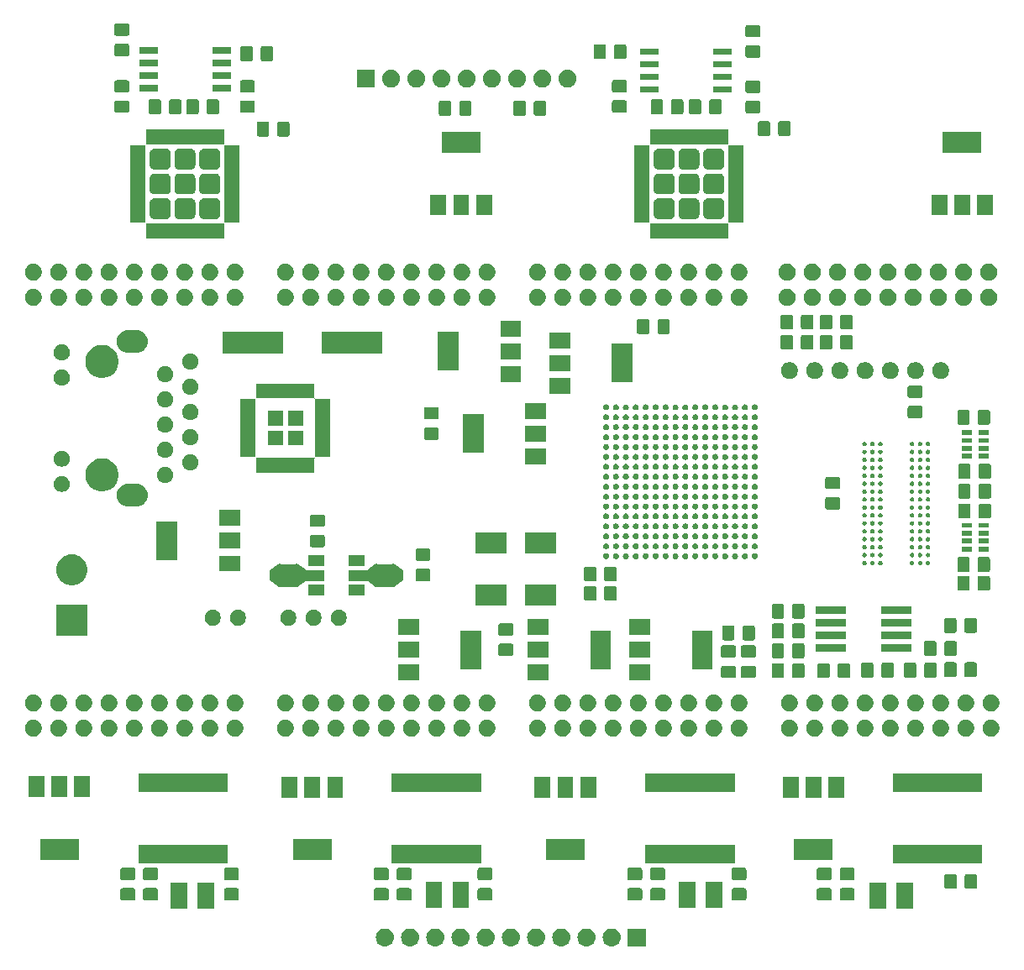
<source format=gbr>
G04 #@! TF.GenerationSoftware,KiCad,Pcbnew,5.0.2+dfsg1-1*
G04 #@! TF.CreationDate,2021-05-05T10:51:01+02:00*
G04 #@! TF.ProjectId,fpga_adda,66706761-5f61-4646-9461-2e6b69636164,rev?*
G04 #@! TF.SameCoordinates,Original*
G04 #@! TF.FileFunction,Soldermask,Top*
G04 #@! TF.FilePolarity,Negative*
%FSLAX46Y46*%
G04 Gerber Fmt 4.6, Leading zero omitted, Abs format (unit mm)*
G04 Created by KiCad (PCBNEW 5.0.2+dfsg1-1) date Wed 05 May 2021 10:51:01 AM CEST*
%MOMM*%
%LPD*%
G01*
G04 APERTURE LIST*
%ADD10C,0.100000*%
G04 APERTURE END LIST*
D10*
G36*
X97330443Y-133105519D02*
X97396627Y-133112037D01*
X97509853Y-133146384D01*
X97566467Y-133163557D01*
X97705087Y-133237652D01*
X97722991Y-133247222D01*
X97758729Y-133276552D01*
X97860186Y-133359814D01*
X97943448Y-133461271D01*
X97972778Y-133497009D01*
X97972779Y-133497011D01*
X98056443Y-133653533D01*
X98056443Y-133653534D01*
X98107963Y-133823373D01*
X98125359Y-134000000D01*
X98107963Y-134176627D01*
X98073616Y-134289853D01*
X98056443Y-134346467D01*
X97982348Y-134485087D01*
X97972778Y-134502991D01*
X97943448Y-134538729D01*
X97860186Y-134640186D01*
X97758729Y-134723448D01*
X97722991Y-134752778D01*
X97722989Y-134752779D01*
X97566467Y-134836443D01*
X97509853Y-134853616D01*
X97396627Y-134887963D01*
X97330442Y-134894482D01*
X97264260Y-134901000D01*
X97175740Y-134901000D01*
X97109558Y-134894482D01*
X97043373Y-134887963D01*
X96930147Y-134853616D01*
X96873533Y-134836443D01*
X96717011Y-134752779D01*
X96717009Y-134752778D01*
X96681271Y-134723448D01*
X96579814Y-134640186D01*
X96496552Y-134538729D01*
X96467222Y-134502991D01*
X96457652Y-134485087D01*
X96383557Y-134346467D01*
X96366384Y-134289853D01*
X96332037Y-134176627D01*
X96314641Y-134000000D01*
X96332037Y-133823373D01*
X96383557Y-133653534D01*
X96383557Y-133653533D01*
X96467221Y-133497011D01*
X96467222Y-133497009D01*
X96496552Y-133461271D01*
X96579814Y-133359814D01*
X96681271Y-133276552D01*
X96717009Y-133247222D01*
X96734913Y-133237652D01*
X96873533Y-133163557D01*
X96930147Y-133146384D01*
X97043373Y-133112037D01*
X97109557Y-133105519D01*
X97175740Y-133099000D01*
X97264260Y-133099000D01*
X97330443Y-133105519D01*
X97330443Y-133105519D01*
G37*
G36*
X99870443Y-133105519D02*
X99936627Y-133112037D01*
X100049853Y-133146384D01*
X100106467Y-133163557D01*
X100245087Y-133237652D01*
X100262991Y-133247222D01*
X100298729Y-133276552D01*
X100400186Y-133359814D01*
X100483448Y-133461271D01*
X100512778Y-133497009D01*
X100512779Y-133497011D01*
X100596443Y-133653533D01*
X100596443Y-133653534D01*
X100647963Y-133823373D01*
X100665359Y-134000000D01*
X100647963Y-134176627D01*
X100613616Y-134289853D01*
X100596443Y-134346467D01*
X100522348Y-134485087D01*
X100512778Y-134502991D01*
X100483448Y-134538729D01*
X100400186Y-134640186D01*
X100298729Y-134723448D01*
X100262991Y-134752778D01*
X100262989Y-134752779D01*
X100106467Y-134836443D01*
X100049853Y-134853616D01*
X99936627Y-134887963D01*
X99870442Y-134894482D01*
X99804260Y-134901000D01*
X99715740Y-134901000D01*
X99649558Y-134894482D01*
X99583373Y-134887963D01*
X99470147Y-134853616D01*
X99413533Y-134836443D01*
X99257011Y-134752779D01*
X99257009Y-134752778D01*
X99221271Y-134723448D01*
X99119814Y-134640186D01*
X99036552Y-134538729D01*
X99007222Y-134502991D01*
X98997652Y-134485087D01*
X98923557Y-134346467D01*
X98906384Y-134289853D01*
X98872037Y-134176627D01*
X98854641Y-134000000D01*
X98872037Y-133823373D01*
X98923557Y-133653534D01*
X98923557Y-133653533D01*
X99007221Y-133497011D01*
X99007222Y-133497009D01*
X99036552Y-133461271D01*
X99119814Y-133359814D01*
X99221271Y-133276552D01*
X99257009Y-133247222D01*
X99274913Y-133237652D01*
X99413533Y-133163557D01*
X99470147Y-133146384D01*
X99583373Y-133112037D01*
X99649557Y-133105519D01*
X99715740Y-133099000D01*
X99804260Y-133099000D01*
X99870443Y-133105519D01*
X99870443Y-133105519D01*
G37*
G36*
X77010443Y-133105519D02*
X77076627Y-133112037D01*
X77189853Y-133146384D01*
X77246467Y-133163557D01*
X77385087Y-133237652D01*
X77402991Y-133247222D01*
X77438729Y-133276552D01*
X77540186Y-133359814D01*
X77623448Y-133461271D01*
X77652778Y-133497009D01*
X77652779Y-133497011D01*
X77736443Y-133653533D01*
X77736443Y-133653534D01*
X77787963Y-133823373D01*
X77805359Y-134000000D01*
X77787963Y-134176627D01*
X77753616Y-134289853D01*
X77736443Y-134346467D01*
X77662348Y-134485087D01*
X77652778Y-134502991D01*
X77623448Y-134538729D01*
X77540186Y-134640186D01*
X77438729Y-134723448D01*
X77402991Y-134752778D01*
X77402989Y-134752779D01*
X77246467Y-134836443D01*
X77189853Y-134853616D01*
X77076627Y-134887963D01*
X77010442Y-134894482D01*
X76944260Y-134901000D01*
X76855740Y-134901000D01*
X76789558Y-134894482D01*
X76723373Y-134887963D01*
X76610147Y-134853616D01*
X76553533Y-134836443D01*
X76397011Y-134752779D01*
X76397009Y-134752778D01*
X76361271Y-134723448D01*
X76259814Y-134640186D01*
X76176552Y-134538729D01*
X76147222Y-134502991D01*
X76137652Y-134485087D01*
X76063557Y-134346467D01*
X76046384Y-134289853D01*
X76012037Y-134176627D01*
X75994641Y-134000000D01*
X76012037Y-133823373D01*
X76063557Y-133653534D01*
X76063557Y-133653533D01*
X76147221Y-133497011D01*
X76147222Y-133497009D01*
X76176552Y-133461271D01*
X76259814Y-133359814D01*
X76361271Y-133276552D01*
X76397009Y-133247222D01*
X76414913Y-133237652D01*
X76553533Y-133163557D01*
X76610147Y-133146384D01*
X76723373Y-133112037D01*
X76789557Y-133105519D01*
X76855740Y-133099000D01*
X76944260Y-133099000D01*
X77010443Y-133105519D01*
X77010443Y-133105519D01*
G37*
G36*
X79550443Y-133105519D02*
X79616627Y-133112037D01*
X79729853Y-133146384D01*
X79786467Y-133163557D01*
X79925087Y-133237652D01*
X79942991Y-133247222D01*
X79978729Y-133276552D01*
X80080186Y-133359814D01*
X80163448Y-133461271D01*
X80192778Y-133497009D01*
X80192779Y-133497011D01*
X80276443Y-133653533D01*
X80276443Y-133653534D01*
X80327963Y-133823373D01*
X80345359Y-134000000D01*
X80327963Y-134176627D01*
X80293616Y-134289853D01*
X80276443Y-134346467D01*
X80202348Y-134485087D01*
X80192778Y-134502991D01*
X80163448Y-134538729D01*
X80080186Y-134640186D01*
X79978729Y-134723448D01*
X79942991Y-134752778D01*
X79942989Y-134752779D01*
X79786467Y-134836443D01*
X79729853Y-134853616D01*
X79616627Y-134887963D01*
X79550442Y-134894482D01*
X79484260Y-134901000D01*
X79395740Y-134901000D01*
X79329558Y-134894482D01*
X79263373Y-134887963D01*
X79150147Y-134853616D01*
X79093533Y-134836443D01*
X78937011Y-134752779D01*
X78937009Y-134752778D01*
X78901271Y-134723448D01*
X78799814Y-134640186D01*
X78716552Y-134538729D01*
X78687222Y-134502991D01*
X78677652Y-134485087D01*
X78603557Y-134346467D01*
X78586384Y-134289853D01*
X78552037Y-134176627D01*
X78534641Y-134000000D01*
X78552037Y-133823373D01*
X78603557Y-133653534D01*
X78603557Y-133653533D01*
X78687221Y-133497011D01*
X78687222Y-133497009D01*
X78716552Y-133461271D01*
X78799814Y-133359814D01*
X78901271Y-133276552D01*
X78937009Y-133247222D01*
X78954913Y-133237652D01*
X79093533Y-133163557D01*
X79150147Y-133146384D01*
X79263373Y-133112037D01*
X79329557Y-133105519D01*
X79395740Y-133099000D01*
X79484260Y-133099000D01*
X79550443Y-133105519D01*
X79550443Y-133105519D01*
G37*
G36*
X82090443Y-133105519D02*
X82156627Y-133112037D01*
X82269853Y-133146384D01*
X82326467Y-133163557D01*
X82465087Y-133237652D01*
X82482991Y-133247222D01*
X82518729Y-133276552D01*
X82620186Y-133359814D01*
X82703448Y-133461271D01*
X82732778Y-133497009D01*
X82732779Y-133497011D01*
X82816443Y-133653533D01*
X82816443Y-133653534D01*
X82867963Y-133823373D01*
X82885359Y-134000000D01*
X82867963Y-134176627D01*
X82833616Y-134289853D01*
X82816443Y-134346467D01*
X82742348Y-134485087D01*
X82732778Y-134502991D01*
X82703448Y-134538729D01*
X82620186Y-134640186D01*
X82518729Y-134723448D01*
X82482991Y-134752778D01*
X82482989Y-134752779D01*
X82326467Y-134836443D01*
X82269853Y-134853616D01*
X82156627Y-134887963D01*
X82090442Y-134894482D01*
X82024260Y-134901000D01*
X81935740Y-134901000D01*
X81869558Y-134894482D01*
X81803373Y-134887963D01*
X81690147Y-134853616D01*
X81633533Y-134836443D01*
X81477011Y-134752779D01*
X81477009Y-134752778D01*
X81441271Y-134723448D01*
X81339814Y-134640186D01*
X81256552Y-134538729D01*
X81227222Y-134502991D01*
X81217652Y-134485087D01*
X81143557Y-134346467D01*
X81126384Y-134289853D01*
X81092037Y-134176627D01*
X81074641Y-134000000D01*
X81092037Y-133823373D01*
X81143557Y-133653534D01*
X81143557Y-133653533D01*
X81227221Y-133497011D01*
X81227222Y-133497009D01*
X81256552Y-133461271D01*
X81339814Y-133359814D01*
X81441271Y-133276552D01*
X81477009Y-133247222D01*
X81494913Y-133237652D01*
X81633533Y-133163557D01*
X81690147Y-133146384D01*
X81803373Y-133112037D01*
X81869557Y-133105519D01*
X81935740Y-133099000D01*
X82024260Y-133099000D01*
X82090443Y-133105519D01*
X82090443Y-133105519D01*
G37*
G36*
X84630443Y-133105519D02*
X84696627Y-133112037D01*
X84809853Y-133146384D01*
X84866467Y-133163557D01*
X85005087Y-133237652D01*
X85022991Y-133247222D01*
X85058729Y-133276552D01*
X85160186Y-133359814D01*
X85243448Y-133461271D01*
X85272778Y-133497009D01*
X85272779Y-133497011D01*
X85356443Y-133653533D01*
X85356443Y-133653534D01*
X85407963Y-133823373D01*
X85425359Y-134000000D01*
X85407963Y-134176627D01*
X85373616Y-134289853D01*
X85356443Y-134346467D01*
X85282348Y-134485087D01*
X85272778Y-134502991D01*
X85243448Y-134538729D01*
X85160186Y-134640186D01*
X85058729Y-134723448D01*
X85022991Y-134752778D01*
X85022989Y-134752779D01*
X84866467Y-134836443D01*
X84809853Y-134853616D01*
X84696627Y-134887963D01*
X84630442Y-134894482D01*
X84564260Y-134901000D01*
X84475740Y-134901000D01*
X84409558Y-134894482D01*
X84343373Y-134887963D01*
X84230147Y-134853616D01*
X84173533Y-134836443D01*
X84017011Y-134752779D01*
X84017009Y-134752778D01*
X83981271Y-134723448D01*
X83879814Y-134640186D01*
X83796552Y-134538729D01*
X83767222Y-134502991D01*
X83757652Y-134485087D01*
X83683557Y-134346467D01*
X83666384Y-134289853D01*
X83632037Y-134176627D01*
X83614641Y-134000000D01*
X83632037Y-133823373D01*
X83683557Y-133653534D01*
X83683557Y-133653533D01*
X83767221Y-133497011D01*
X83767222Y-133497009D01*
X83796552Y-133461271D01*
X83879814Y-133359814D01*
X83981271Y-133276552D01*
X84017009Y-133247222D01*
X84034913Y-133237652D01*
X84173533Y-133163557D01*
X84230147Y-133146384D01*
X84343373Y-133112037D01*
X84409557Y-133105519D01*
X84475740Y-133099000D01*
X84564260Y-133099000D01*
X84630443Y-133105519D01*
X84630443Y-133105519D01*
G37*
G36*
X89710443Y-133105519D02*
X89776627Y-133112037D01*
X89889853Y-133146384D01*
X89946467Y-133163557D01*
X90085087Y-133237652D01*
X90102991Y-133247222D01*
X90138729Y-133276552D01*
X90240186Y-133359814D01*
X90323448Y-133461271D01*
X90352778Y-133497009D01*
X90352779Y-133497011D01*
X90436443Y-133653533D01*
X90436443Y-133653534D01*
X90487963Y-133823373D01*
X90505359Y-134000000D01*
X90487963Y-134176627D01*
X90453616Y-134289853D01*
X90436443Y-134346467D01*
X90362348Y-134485087D01*
X90352778Y-134502991D01*
X90323448Y-134538729D01*
X90240186Y-134640186D01*
X90138729Y-134723448D01*
X90102991Y-134752778D01*
X90102989Y-134752779D01*
X89946467Y-134836443D01*
X89889853Y-134853616D01*
X89776627Y-134887963D01*
X89710442Y-134894482D01*
X89644260Y-134901000D01*
X89555740Y-134901000D01*
X89489558Y-134894482D01*
X89423373Y-134887963D01*
X89310147Y-134853616D01*
X89253533Y-134836443D01*
X89097011Y-134752779D01*
X89097009Y-134752778D01*
X89061271Y-134723448D01*
X88959814Y-134640186D01*
X88876552Y-134538729D01*
X88847222Y-134502991D01*
X88837652Y-134485087D01*
X88763557Y-134346467D01*
X88746384Y-134289853D01*
X88712037Y-134176627D01*
X88694641Y-134000000D01*
X88712037Y-133823373D01*
X88763557Y-133653534D01*
X88763557Y-133653533D01*
X88847221Y-133497011D01*
X88847222Y-133497009D01*
X88876552Y-133461271D01*
X88959814Y-133359814D01*
X89061271Y-133276552D01*
X89097009Y-133247222D01*
X89114913Y-133237652D01*
X89253533Y-133163557D01*
X89310147Y-133146384D01*
X89423373Y-133112037D01*
X89489557Y-133105519D01*
X89555740Y-133099000D01*
X89644260Y-133099000D01*
X89710443Y-133105519D01*
X89710443Y-133105519D01*
G37*
G36*
X92250443Y-133105519D02*
X92316627Y-133112037D01*
X92429853Y-133146384D01*
X92486467Y-133163557D01*
X92625087Y-133237652D01*
X92642991Y-133247222D01*
X92678729Y-133276552D01*
X92780186Y-133359814D01*
X92863448Y-133461271D01*
X92892778Y-133497009D01*
X92892779Y-133497011D01*
X92976443Y-133653533D01*
X92976443Y-133653534D01*
X93027963Y-133823373D01*
X93045359Y-134000000D01*
X93027963Y-134176627D01*
X92993616Y-134289853D01*
X92976443Y-134346467D01*
X92902348Y-134485087D01*
X92892778Y-134502991D01*
X92863448Y-134538729D01*
X92780186Y-134640186D01*
X92678729Y-134723448D01*
X92642991Y-134752778D01*
X92642989Y-134752779D01*
X92486467Y-134836443D01*
X92429853Y-134853616D01*
X92316627Y-134887963D01*
X92250442Y-134894482D01*
X92184260Y-134901000D01*
X92095740Y-134901000D01*
X92029558Y-134894482D01*
X91963373Y-134887963D01*
X91850147Y-134853616D01*
X91793533Y-134836443D01*
X91637011Y-134752779D01*
X91637009Y-134752778D01*
X91601271Y-134723448D01*
X91499814Y-134640186D01*
X91416552Y-134538729D01*
X91387222Y-134502991D01*
X91377652Y-134485087D01*
X91303557Y-134346467D01*
X91286384Y-134289853D01*
X91252037Y-134176627D01*
X91234641Y-134000000D01*
X91252037Y-133823373D01*
X91303557Y-133653534D01*
X91303557Y-133653533D01*
X91387221Y-133497011D01*
X91387222Y-133497009D01*
X91416552Y-133461271D01*
X91499814Y-133359814D01*
X91601271Y-133276552D01*
X91637009Y-133247222D01*
X91654913Y-133237652D01*
X91793533Y-133163557D01*
X91850147Y-133146384D01*
X91963373Y-133112037D01*
X92029557Y-133105519D01*
X92095740Y-133099000D01*
X92184260Y-133099000D01*
X92250443Y-133105519D01*
X92250443Y-133105519D01*
G37*
G36*
X94790443Y-133105519D02*
X94856627Y-133112037D01*
X94969853Y-133146384D01*
X95026467Y-133163557D01*
X95165087Y-133237652D01*
X95182991Y-133247222D01*
X95218729Y-133276552D01*
X95320186Y-133359814D01*
X95403448Y-133461271D01*
X95432778Y-133497009D01*
X95432779Y-133497011D01*
X95516443Y-133653533D01*
X95516443Y-133653534D01*
X95567963Y-133823373D01*
X95585359Y-134000000D01*
X95567963Y-134176627D01*
X95533616Y-134289853D01*
X95516443Y-134346467D01*
X95442348Y-134485087D01*
X95432778Y-134502991D01*
X95403448Y-134538729D01*
X95320186Y-134640186D01*
X95218729Y-134723448D01*
X95182991Y-134752778D01*
X95182989Y-134752779D01*
X95026467Y-134836443D01*
X94969853Y-134853616D01*
X94856627Y-134887963D01*
X94790442Y-134894482D01*
X94724260Y-134901000D01*
X94635740Y-134901000D01*
X94569558Y-134894482D01*
X94503373Y-134887963D01*
X94390147Y-134853616D01*
X94333533Y-134836443D01*
X94177011Y-134752779D01*
X94177009Y-134752778D01*
X94141271Y-134723448D01*
X94039814Y-134640186D01*
X93956552Y-134538729D01*
X93927222Y-134502991D01*
X93917652Y-134485087D01*
X93843557Y-134346467D01*
X93826384Y-134289853D01*
X93792037Y-134176627D01*
X93774641Y-134000000D01*
X93792037Y-133823373D01*
X93843557Y-133653534D01*
X93843557Y-133653533D01*
X93927221Y-133497011D01*
X93927222Y-133497009D01*
X93956552Y-133461271D01*
X94039814Y-133359814D01*
X94141271Y-133276552D01*
X94177009Y-133247222D01*
X94194913Y-133237652D01*
X94333533Y-133163557D01*
X94390147Y-133146384D01*
X94503373Y-133112037D01*
X94569557Y-133105519D01*
X94635740Y-133099000D01*
X94724260Y-133099000D01*
X94790443Y-133105519D01*
X94790443Y-133105519D01*
G37*
G36*
X103201000Y-134901000D02*
X101399000Y-134901000D01*
X101399000Y-133099000D01*
X103201000Y-133099000D01*
X103201000Y-134901000D01*
X103201000Y-134901000D01*
G37*
G36*
X87170443Y-133105519D02*
X87236627Y-133112037D01*
X87349853Y-133146384D01*
X87406467Y-133163557D01*
X87545087Y-133237652D01*
X87562991Y-133247222D01*
X87598729Y-133276552D01*
X87700186Y-133359814D01*
X87783448Y-133461271D01*
X87812778Y-133497009D01*
X87812779Y-133497011D01*
X87896443Y-133653533D01*
X87896443Y-133653534D01*
X87947963Y-133823373D01*
X87965359Y-134000000D01*
X87947963Y-134176627D01*
X87913616Y-134289853D01*
X87896443Y-134346467D01*
X87822348Y-134485087D01*
X87812778Y-134502991D01*
X87783448Y-134538729D01*
X87700186Y-134640186D01*
X87598729Y-134723448D01*
X87562991Y-134752778D01*
X87562989Y-134752779D01*
X87406467Y-134836443D01*
X87349853Y-134853616D01*
X87236627Y-134887963D01*
X87170442Y-134894482D01*
X87104260Y-134901000D01*
X87015740Y-134901000D01*
X86949558Y-134894482D01*
X86883373Y-134887963D01*
X86770147Y-134853616D01*
X86713533Y-134836443D01*
X86557011Y-134752779D01*
X86557009Y-134752778D01*
X86521271Y-134723448D01*
X86419814Y-134640186D01*
X86336552Y-134538729D01*
X86307222Y-134502991D01*
X86297652Y-134485087D01*
X86223557Y-134346467D01*
X86206384Y-134289853D01*
X86172037Y-134176627D01*
X86154641Y-134000000D01*
X86172037Y-133823373D01*
X86223557Y-133653534D01*
X86223557Y-133653533D01*
X86307221Y-133497011D01*
X86307222Y-133497009D01*
X86336552Y-133461271D01*
X86419814Y-133359814D01*
X86521271Y-133276552D01*
X86557009Y-133247222D01*
X86574913Y-133237652D01*
X86713533Y-133163557D01*
X86770147Y-133146384D01*
X86883373Y-133112037D01*
X86949557Y-133105519D01*
X87015740Y-133099000D01*
X87104260Y-133099000D01*
X87170443Y-133105519D01*
X87170443Y-133105519D01*
G37*
G36*
X56981000Y-131126000D02*
X55319000Y-131126000D01*
X55319000Y-128474000D01*
X56981000Y-128474000D01*
X56981000Y-131126000D01*
X56981000Y-131126000D01*
G37*
G36*
X59681000Y-131126000D02*
X58019000Y-131126000D01*
X58019000Y-128474000D01*
X59681000Y-128474000D01*
X59681000Y-131126000D01*
X59681000Y-131126000D01*
G37*
G36*
X130131000Y-131126000D02*
X128469000Y-131126000D01*
X128469000Y-128474000D01*
X130131000Y-128474000D01*
X130131000Y-131126000D01*
X130131000Y-131126000D01*
G37*
G36*
X127431000Y-131126000D02*
X125769000Y-131126000D01*
X125769000Y-128474000D01*
X127431000Y-128474000D01*
X127431000Y-131126000D01*
X127431000Y-131126000D01*
G37*
G36*
X110931000Y-131026000D02*
X109269000Y-131026000D01*
X109269000Y-128374000D01*
X110931000Y-128374000D01*
X110931000Y-131026000D01*
X110931000Y-131026000D01*
G37*
G36*
X85381000Y-131026000D02*
X83719000Y-131026000D01*
X83719000Y-128374000D01*
X85381000Y-128374000D01*
X85381000Y-131026000D01*
X85381000Y-131026000D01*
G37*
G36*
X108231000Y-131026000D02*
X106569000Y-131026000D01*
X106569000Y-128374000D01*
X108231000Y-128374000D01*
X108231000Y-131026000D01*
X108231000Y-131026000D01*
G37*
G36*
X82681000Y-131026000D02*
X81019000Y-131026000D01*
X81019000Y-128374000D01*
X82681000Y-128374000D01*
X82681000Y-131026000D01*
X82681000Y-131026000D01*
G37*
G36*
X104988677Y-129028465D02*
X105026364Y-129039898D01*
X105061103Y-129058466D01*
X105091548Y-129083452D01*
X105116534Y-129113897D01*
X105135102Y-129148636D01*
X105146535Y-129186323D01*
X105151000Y-129231661D01*
X105151000Y-130068339D01*
X105146535Y-130113677D01*
X105135102Y-130151364D01*
X105116534Y-130186103D01*
X105091548Y-130216548D01*
X105061103Y-130241534D01*
X105026364Y-130260102D01*
X104988677Y-130271535D01*
X104943339Y-130276000D01*
X103856661Y-130276000D01*
X103811323Y-130271535D01*
X103773636Y-130260102D01*
X103738897Y-130241534D01*
X103708452Y-130216548D01*
X103683466Y-130186103D01*
X103664898Y-130151364D01*
X103653465Y-130113677D01*
X103649000Y-130068339D01*
X103649000Y-129231661D01*
X103653465Y-129186323D01*
X103664898Y-129148636D01*
X103683466Y-129113897D01*
X103708452Y-129083452D01*
X103738897Y-129058466D01*
X103773636Y-129039898D01*
X103811323Y-129028465D01*
X103856661Y-129024000D01*
X104943339Y-129024000D01*
X104988677Y-129028465D01*
X104988677Y-129028465D01*
G37*
G36*
X51588677Y-129028465D02*
X51626364Y-129039898D01*
X51661103Y-129058466D01*
X51691548Y-129083452D01*
X51716534Y-129113897D01*
X51735102Y-129148636D01*
X51746535Y-129186323D01*
X51751000Y-129231661D01*
X51751000Y-130068339D01*
X51746535Y-130113677D01*
X51735102Y-130151364D01*
X51716534Y-130186103D01*
X51691548Y-130216548D01*
X51661103Y-130241534D01*
X51626364Y-130260102D01*
X51588677Y-130271535D01*
X51543339Y-130276000D01*
X50456661Y-130276000D01*
X50411323Y-130271535D01*
X50373636Y-130260102D01*
X50338897Y-130241534D01*
X50308452Y-130216548D01*
X50283466Y-130186103D01*
X50264898Y-130151364D01*
X50253465Y-130113677D01*
X50249000Y-130068339D01*
X50249000Y-129231661D01*
X50253465Y-129186323D01*
X50264898Y-129148636D01*
X50283466Y-129113897D01*
X50308452Y-129083452D01*
X50338897Y-129058466D01*
X50373636Y-129039898D01*
X50411323Y-129028465D01*
X50456661Y-129024000D01*
X51543339Y-129024000D01*
X51588677Y-129028465D01*
X51588677Y-129028465D01*
G37*
G36*
X53888677Y-129028465D02*
X53926364Y-129039898D01*
X53961103Y-129058466D01*
X53991548Y-129083452D01*
X54016534Y-129113897D01*
X54035102Y-129148636D01*
X54046535Y-129186323D01*
X54051000Y-129231661D01*
X54051000Y-130068339D01*
X54046535Y-130113677D01*
X54035102Y-130151364D01*
X54016534Y-130186103D01*
X53991548Y-130216548D01*
X53961103Y-130241534D01*
X53926364Y-130260102D01*
X53888677Y-130271535D01*
X53843339Y-130276000D01*
X52756661Y-130276000D01*
X52711323Y-130271535D01*
X52673636Y-130260102D01*
X52638897Y-130241534D01*
X52608452Y-130216548D01*
X52583466Y-130186103D01*
X52564898Y-130151364D01*
X52553465Y-130113677D01*
X52549000Y-130068339D01*
X52549000Y-129231661D01*
X52553465Y-129186323D01*
X52564898Y-129148636D01*
X52583466Y-129113897D01*
X52608452Y-129083452D01*
X52638897Y-129058466D01*
X52673636Y-129039898D01*
X52711323Y-129028465D01*
X52756661Y-129024000D01*
X53843339Y-129024000D01*
X53888677Y-129028465D01*
X53888677Y-129028465D01*
G37*
G36*
X62038677Y-129028465D02*
X62076364Y-129039898D01*
X62111103Y-129058466D01*
X62141548Y-129083452D01*
X62166534Y-129113897D01*
X62185102Y-129148636D01*
X62196535Y-129186323D01*
X62201000Y-129231661D01*
X62201000Y-130068339D01*
X62196535Y-130113677D01*
X62185102Y-130151364D01*
X62166534Y-130186103D01*
X62141548Y-130216548D01*
X62111103Y-130241534D01*
X62076364Y-130260102D01*
X62038677Y-130271535D01*
X61993339Y-130276000D01*
X60906661Y-130276000D01*
X60861323Y-130271535D01*
X60823636Y-130260102D01*
X60788897Y-130241534D01*
X60758452Y-130216548D01*
X60733466Y-130186103D01*
X60714898Y-130151364D01*
X60703465Y-130113677D01*
X60699000Y-130068339D01*
X60699000Y-129231661D01*
X60703465Y-129186323D01*
X60714898Y-129148636D01*
X60733466Y-129113897D01*
X60758452Y-129083452D01*
X60788897Y-129058466D01*
X60823636Y-129039898D01*
X60861323Y-129028465D01*
X60906661Y-129024000D01*
X61993339Y-129024000D01*
X62038677Y-129028465D01*
X62038677Y-129028465D01*
G37*
G36*
X77138677Y-129028465D02*
X77176364Y-129039898D01*
X77211103Y-129058466D01*
X77241548Y-129083452D01*
X77266534Y-129113897D01*
X77285102Y-129148636D01*
X77296535Y-129186323D01*
X77301000Y-129231661D01*
X77301000Y-130068339D01*
X77296535Y-130113677D01*
X77285102Y-130151364D01*
X77266534Y-130186103D01*
X77241548Y-130216548D01*
X77211103Y-130241534D01*
X77176364Y-130260102D01*
X77138677Y-130271535D01*
X77093339Y-130276000D01*
X76006661Y-130276000D01*
X75961323Y-130271535D01*
X75923636Y-130260102D01*
X75888897Y-130241534D01*
X75858452Y-130216548D01*
X75833466Y-130186103D01*
X75814898Y-130151364D01*
X75803465Y-130113677D01*
X75799000Y-130068339D01*
X75799000Y-129231661D01*
X75803465Y-129186323D01*
X75814898Y-129148636D01*
X75833466Y-129113897D01*
X75858452Y-129083452D01*
X75888897Y-129058466D01*
X75923636Y-129039898D01*
X75961323Y-129028465D01*
X76006661Y-129024000D01*
X77093339Y-129024000D01*
X77138677Y-129028465D01*
X77138677Y-129028465D01*
G37*
G36*
X124088677Y-129028465D02*
X124126364Y-129039898D01*
X124161103Y-129058466D01*
X124191548Y-129083452D01*
X124216534Y-129113897D01*
X124235102Y-129148636D01*
X124246535Y-129186323D01*
X124251000Y-129231661D01*
X124251000Y-130068339D01*
X124246535Y-130113677D01*
X124235102Y-130151364D01*
X124216534Y-130186103D01*
X124191548Y-130216548D01*
X124161103Y-130241534D01*
X124126364Y-130260102D01*
X124088677Y-130271535D01*
X124043339Y-130276000D01*
X122956661Y-130276000D01*
X122911323Y-130271535D01*
X122873636Y-130260102D01*
X122838897Y-130241534D01*
X122808452Y-130216548D01*
X122783466Y-130186103D01*
X122764898Y-130151364D01*
X122753465Y-130113677D01*
X122749000Y-130068339D01*
X122749000Y-129231661D01*
X122753465Y-129186323D01*
X122764898Y-129148636D01*
X122783466Y-129113897D01*
X122808452Y-129083452D01*
X122838897Y-129058466D01*
X122873636Y-129039898D01*
X122911323Y-129028465D01*
X122956661Y-129024000D01*
X124043339Y-129024000D01*
X124088677Y-129028465D01*
X124088677Y-129028465D01*
G37*
G36*
X87588677Y-129028465D02*
X87626364Y-129039898D01*
X87661103Y-129058466D01*
X87691548Y-129083452D01*
X87716534Y-129113897D01*
X87735102Y-129148636D01*
X87746535Y-129186323D01*
X87751000Y-129231661D01*
X87751000Y-130068339D01*
X87746535Y-130113677D01*
X87735102Y-130151364D01*
X87716534Y-130186103D01*
X87691548Y-130216548D01*
X87661103Y-130241534D01*
X87626364Y-130260102D01*
X87588677Y-130271535D01*
X87543339Y-130276000D01*
X86456661Y-130276000D01*
X86411323Y-130271535D01*
X86373636Y-130260102D01*
X86338897Y-130241534D01*
X86308452Y-130216548D01*
X86283466Y-130186103D01*
X86264898Y-130151364D01*
X86253465Y-130113677D01*
X86249000Y-130068339D01*
X86249000Y-129231661D01*
X86253465Y-129186323D01*
X86264898Y-129148636D01*
X86283466Y-129113897D01*
X86308452Y-129083452D01*
X86338897Y-129058466D01*
X86373636Y-129039898D01*
X86411323Y-129028465D01*
X86456661Y-129024000D01*
X87543339Y-129024000D01*
X87588677Y-129028465D01*
X87588677Y-129028465D01*
G37*
G36*
X121788677Y-129028465D02*
X121826364Y-129039898D01*
X121861103Y-129058466D01*
X121891548Y-129083452D01*
X121916534Y-129113897D01*
X121935102Y-129148636D01*
X121946535Y-129186323D01*
X121951000Y-129231661D01*
X121951000Y-130068339D01*
X121946535Y-130113677D01*
X121935102Y-130151364D01*
X121916534Y-130186103D01*
X121891548Y-130216548D01*
X121861103Y-130241534D01*
X121826364Y-130260102D01*
X121788677Y-130271535D01*
X121743339Y-130276000D01*
X120656661Y-130276000D01*
X120611323Y-130271535D01*
X120573636Y-130260102D01*
X120538897Y-130241534D01*
X120508452Y-130216548D01*
X120483466Y-130186103D01*
X120464898Y-130151364D01*
X120453465Y-130113677D01*
X120449000Y-130068339D01*
X120449000Y-129231661D01*
X120453465Y-129186323D01*
X120464898Y-129148636D01*
X120483466Y-129113897D01*
X120508452Y-129083452D01*
X120538897Y-129058466D01*
X120573636Y-129039898D01*
X120611323Y-129028465D01*
X120656661Y-129024000D01*
X121743339Y-129024000D01*
X121788677Y-129028465D01*
X121788677Y-129028465D01*
G37*
G36*
X102688677Y-129028465D02*
X102726364Y-129039898D01*
X102761103Y-129058466D01*
X102791548Y-129083452D01*
X102816534Y-129113897D01*
X102835102Y-129148636D01*
X102846535Y-129186323D01*
X102851000Y-129231661D01*
X102851000Y-130068339D01*
X102846535Y-130113677D01*
X102835102Y-130151364D01*
X102816534Y-130186103D01*
X102791548Y-130216548D01*
X102761103Y-130241534D01*
X102726364Y-130260102D01*
X102688677Y-130271535D01*
X102643339Y-130276000D01*
X101556661Y-130276000D01*
X101511323Y-130271535D01*
X101473636Y-130260102D01*
X101438897Y-130241534D01*
X101408452Y-130216548D01*
X101383466Y-130186103D01*
X101364898Y-130151364D01*
X101353465Y-130113677D01*
X101349000Y-130068339D01*
X101349000Y-129231661D01*
X101353465Y-129186323D01*
X101364898Y-129148636D01*
X101383466Y-129113897D01*
X101408452Y-129083452D01*
X101438897Y-129058466D01*
X101473636Y-129039898D01*
X101511323Y-129028465D01*
X101556661Y-129024000D01*
X102643339Y-129024000D01*
X102688677Y-129028465D01*
X102688677Y-129028465D01*
G37*
G36*
X79438677Y-129028465D02*
X79476364Y-129039898D01*
X79511103Y-129058466D01*
X79541548Y-129083452D01*
X79566534Y-129113897D01*
X79585102Y-129148636D01*
X79596535Y-129186323D01*
X79601000Y-129231661D01*
X79601000Y-130068339D01*
X79596535Y-130113677D01*
X79585102Y-130151364D01*
X79566534Y-130186103D01*
X79541548Y-130216548D01*
X79511103Y-130241534D01*
X79476364Y-130260102D01*
X79438677Y-130271535D01*
X79393339Y-130276000D01*
X78306661Y-130276000D01*
X78261323Y-130271535D01*
X78223636Y-130260102D01*
X78188897Y-130241534D01*
X78158452Y-130216548D01*
X78133466Y-130186103D01*
X78114898Y-130151364D01*
X78103465Y-130113677D01*
X78099000Y-130068339D01*
X78099000Y-129231661D01*
X78103465Y-129186323D01*
X78114898Y-129148636D01*
X78133466Y-129113897D01*
X78158452Y-129083452D01*
X78188897Y-129058466D01*
X78223636Y-129039898D01*
X78261323Y-129028465D01*
X78306661Y-129024000D01*
X79393339Y-129024000D01*
X79438677Y-129028465D01*
X79438677Y-129028465D01*
G37*
G36*
X113188677Y-129028465D02*
X113226364Y-129039898D01*
X113261103Y-129058466D01*
X113291548Y-129083452D01*
X113316534Y-129113897D01*
X113335102Y-129148636D01*
X113346535Y-129186323D01*
X113351000Y-129231661D01*
X113351000Y-130068339D01*
X113346535Y-130113677D01*
X113335102Y-130151364D01*
X113316534Y-130186103D01*
X113291548Y-130216548D01*
X113261103Y-130241534D01*
X113226364Y-130260102D01*
X113188677Y-130271535D01*
X113143339Y-130276000D01*
X112056661Y-130276000D01*
X112011323Y-130271535D01*
X111973636Y-130260102D01*
X111938897Y-130241534D01*
X111908452Y-130216548D01*
X111883466Y-130186103D01*
X111864898Y-130151364D01*
X111853465Y-130113677D01*
X111849000Y-130068339D01*
X111849000Y-129231661D01*
X111853465Y-129186323D01*
X111864898Y-129148636D01*
X111883466Y-129113897D01*
X111908452Y-129083452D01*
X111938897Y-129058466D01*
X111973636Y-129039898D01*
X112011323Y-129028465D01*
X112056661Y-129024000D01*
X113143339Y-129024000D01*
X113188677Y-129028465D01*
X113188677Y-129028465D01*
G37*
G36*
X136438677Y-127603465D02*
X136476364Y-127614898D01*
X136511103Y-127633466D01*
X136541548Y-127658452D01*
X136566534Y-127688897D01*
X136585102Y-127723636D01*
X136596535Y-127761323D01*
X136601000Y-127806661D01*
X136601000Y-128893339D01*
X136596535Y-128938677D01*
X136585102Y-128976364D01*
X136566534Y-129011103D01*
X136541548Y-129041548D01*
X136511103Y-129066534D01*
X136476364Y-129085102D01*
X136438677Y-129096535D01*
X136393339Y-129101000D01*
X135556661Y-129101000D01*
X135511323Y-129096535D01*
X135473636Y-129085102D01*
X135438897Y-129066534D01*
X135408452Y-129041548D01*
X135383466Y-129011103D01*
X135364898Y-128976364D01*
X135353465Y-128938677D01*
X135349000Y-128893339D01*
X135349000Y-127806661D01*
X135353465Y-127761323D01*
X135364898Y-127723636D01*
X135383466Y-127688897D01*
X135408452Y-127658452D01*
X135438897Y-127633466D01*
X135473636Y-127614898D01*
X135511323Y-127603465D01*
X135556661Y-127599000D01*
X136393339Y-127599000D01*
X136438677Y-127603465D01*
X136438677Y-127603465D01*
G37*
G36*
X134388677Y-127603465D02*
X134426364Y-127614898D01*
X134461103Y-127633466D01*
X134491548Y-127658452D01*
X134516534Y-127688897D01*
X134535102Y-127723636D01*
X134546535Y-127761323D01*
X134551000Y-127806661D01*
X134551000Y-128893339D01*
X134546535Y-128938677D01*
X134535102Y-128976364D01*
X134516534Y-129011103D01*
X134491548Y-129041548D01*
X134461103Y-129066534D01*
X134426364Y-129085102D01*
X134388677Y-129096535D01*
X134343339Y-129101000D01*
X133506661Y-129101000D01*
X133461323Y-129096535D01*
X133423636Y-129085102D01*
X133388897Y-129066534D01*
X133358452Y-129041548D01*
X133333466Y-129011103D01*
X133314898Y-128976364D01*
X133303465Y-128938677D01*
X133299000Y-128893339D01*
X133299000Y-127806661D01*
X133303465Y-127761323D01*
X133314898Y-127723636D01*
X133333466Y-127688897D01*
X133358452Y-127658452D01*
X133388897Y-127633466D01*
X133423636Y-127614898D01*
X133461323Y-127603465D01*
X133506661Y-127599000D01*
X134343339Y-127599000D01*
X134388677Y-127603465D01*
X134388677Y-127603465D01*
G37*
G36*
X87588677Y-126978465D02*
X87626364Y-126989898D01*
X87661103Y-127008466D01*
X87691548Y-127033452D01*
X87716534Y-127063897D01*
X87735102Y-127098636D01*
X87746535Y-127136323D01*
X87751000Y-127181661D01*
X87751000Y-128018339D01*
X87746535Y-128063677D01*
X87735102Y-128101364D01*
X87716534Y-128136103D01*
X87691548Y-128166548D01*
X87661103Y-128191534D01*
X87626364Y-128210102D01*
X87588677Y-128221535D01*
X87543339Y-128226000D01*
X86456661Y-128226000D01*
X86411323Y-128221535D01*
X86373636Y-128210102D01*
X86338897Y-128191534D01*
X86308452Y-128166548D01*
X86283466Y-128136103D01*
X86264898Y-128101364D01*
X86253465Y-128063677D01*
X86249000Y-128018339D01*
X86249000Y-127181661D01*
X86253465Y-127136323D01*
X86264898Y-127098636D01*
X86283466Y-127063897D01*
X86308452Y-127033452D01*
X86338897Y-127008466D01*
X86373636Y-126989898D01*
X86411323Y-126978465D01*
X86456661Y-126974000D01*
X87543339Y-126974000D01*
X87588677Y-126978465D01*
X87588677Y-126978465D01*
G37*
G36*
X51588677Y-126978465D02*
X51626364Y-126989898D01*
X51661103Y-127008466D01*
X51691548Y-127033452D01*
X51716534Y-127063897D01*
X51735102Y-127098636D01*
X51746535Y-127136323D01*
X51751000Y-127181661D01*
X51751000Y-128018339D01*
X51746535Y-128063677D01*
X51735102Y-128101364D01*
X51716534Y-128136103D01*
X51691548Y-128166548D01*
X51661103Y-128191534D01*
X51626364Y-128210102D01*
X51588677Y-128221535D01*
X51543339Y-128226000D01*
X50456661Y-128226000D01*
X50411323Y-128221535D01*
X50373636Y-128210102D01*
X50338897Y-128191534D01*
X50308452Y-128166548D01*
X50283466Y-128136103D01*
X50264898Y-128101364D01*
X50253465Y-128063677D01*
X50249000Y-128018339D01*
X50249000Y-127181661D01*
X50253465Y-127136323D01*
X50264898Y-127098636D01*
X50283466Y-127063897D01*
X50308452Y-127033452D01*
X50338897Y-127008466D01*
X50373636Y-126989898D01*
X50411323Y-126978465D01*
X50456661Y-126974000D01*
X51543339Y-126974000D01*
X51588677Y-126978465D01*
X51588677Y-126978465D01*
G37*
G36*
X104988677Y-126978465D02*
X105026364Y-126989898D01*
X105061103Y-127008466D01*
X105091548Y-127033452D01*
X105116534Y-127063897D01*
X105135102Y-127098636D01*
X105146535Y-127136323D01*
X105151000Y-127181661D01*
X105151000Y-128018339D01*
X105146535Y-128063677D01*
X105135102Y-128101364D01*
X105116534Y-128136103D01*
X105091548Y-128166548D01*
X105061103Y-128191534D01*
X105026364Y-128210102D01*
X104988677Y-128221535D01*
X104943339Y-128226000D01*
X103856661Y-128226000D01*
X103811323Y-128221535D01*
X103773636Y-128210102D01*
X103738897Y-128191534D01*
X103708452Y-128166548D01*
X103683466Y-128136103D01*
X103664898Y-128101364D01*
X103653465Y-128063677D01*
X103649000Y-128018339D01*
X103649000Y-127181661D01*
X103653465Y-127136323D01*
X103664898Y-127098636D01*
X103683466Y-127063897D01*
X103708452Y-127033452D01*
X103738897Y-127008466D01*
X103773636Y-126989898D01*
X103811323Y-126978465D01*
X103856661Y-126974000D01*
X104943339Y-126974000D01*
X104988677Y-126978465D01*
X104988677Y-126978465D01*
G37*
G36*
X121788677Y-126978465D02*
X121826364Y-126989898D01*
X121861103Y-127008466D01*
X121891548Y-127033452D01*
X121916534Y-127063897D01*
X121935102Y-127098636D01*
X121946535Y-127136323D01*
X121951000Y-127181661D01*
X121951000Y-128018339D01*
X121946535Y-128063677D01*
X121935102Y-128101364D01*
X121916534Y-128136103D01*
X121891548Y-128166548D01*
X121861103Y-128191534D01*
X121826364Y-128210102D01*
X121788677Y-128221535D01*
X121743339Y-128226000D01*
X120656661Y-128226000D01*
X120611323Y-128221535D01*
X120573636Y-128210102D01*
X120538897Y-128191534D01*
X120508452Y-128166548D01*
X120483466Y-128136103D01*
X120464898Y-128101364D01*
X120453465Y-128063677D01*
X120449000Y-128018339D01*
X120449000Y-127181661D01*
X120453465Y-127136323D01*
X120464898Y-127098636D01*
X120483466Y-127063897D01*
X120508452Y-127033452D01*
X120538897Y-127008466D01*
X120573636Y-126989898D01*
X120611323Y-126978465D01*
X120656661Y-126974000D01*
X121743339Y-126974000D01*
X121788677Y-126978465D01*
X121788677Y-126978465D01*
G37*
G36*
X79438677Y-126978465D02*
X79476364Y-126989898D01*
X79511103Y-127008466D01*
X79541548Y-127033452D01*
X79566534Y-127063897D01*
X79585102Y-127098636D01*
X79596535Y-127136323D01*
X79601000Y-127181661D01*
X79601000Y-128018339D01*
X79596535Y-128063677D01*
X79585102Y-128101364D01*
X79566534Y-128136103D01*
X79541548Y-128166548D01*
X79511103Y-128191534D01*
X79476364Y-128210102D01*
X79438677Y-128221535D01*
X79393339Y-128226000D01*
X78306661Y-128226000D01*
X78261323Y-128221535D01*
X78223636Y-128210102D01*
X78188897Y-128191534D01*
X78158452Y-128166548D01*
X78133466Y-128136103D01*
X78114898Y-128101364D01*
X78103465Y-128063677D01*
X78099000Y-128018339D01*
X78099000Y-127181661D01*
X78103465Y-127136323D01*
X78114898Y-127098636D01*
X78133466Y-127063897D01*
X78158452Y-127033452D01*
X78188897Y-127008466D01*
X78223636Y-126989898D01*
X78261323Y-126978465D01*
X78306661Y-126974000D01*
X79393339Y-126974000D01*
X79438677Y-126978465D01*
X79438677Y-126978465D01*
G37*
G36*
X113188677Y-126978465D02*
X113226364Y-126989898D01*
X113261103Y-127008466D01*
X113291548Y-127033452D01*
X113316534Y-127063897D01*
X113335102Y-127098636D01*
X113346535Y-127136323D01*
X113351000Y-127181661D01*
X113351000Y-128018339D01*
X113346535Y-128063677D01*
X113335102Y-128101364D01*
X113316534Y-128136103D01*
X113291548Y-128166548D01*
X113261103Y-128191534D01*
X113226364Y-128210102D01*
X113188677Y-128221535D01*
X113143339Y-128226000D01*
X112056661Y-128226000D01*
X112011323Y-128221535D01*
X111973636Y-128210102D01*
X111938897Y-128191534D01*
X111908452Y-128166548D01*
X111883466Y-128136103D01*
X111864898Y-128101364D01*
X111853465Y-128063677D01*
X111849000Y-128018339D01*
X111849000Y-127181661D01*
X111853465Y-127136323D01*
X111864898Y-127098636D01*
X111883466Y-127063897D01*
X111908452Y-127033452D01*
X111938897Y-127008466D01*
X111973636Y-126989898D01*
X112011323Y-126978465D01*
X112056661Y-126974000D01*
X113143339Y-126974000D01*
X113188677Y-126978465D01*
X113188677Y-126978465D01*
G37*
G36*
X124088677Y-126978465D02*
X124126364Y-126989898D01*
X124161103Y-127008466D01*
X124191548Y-127033452D01*
X124216534Y-127063897D01*
X124235102Y-127098636D01*
X124246535Y-127136323D01*
X124251000Y-127181661D01*
X124251000Y-128018339D01*
X124246535Y-128063677D01*
X124235102Y-128101364D01*
X124216534Y-128136103D01*
X124191548Y-128166548D01*
X124161103Y-128191534D01*
X124126364Y-128210102D01*
X124088677Y-128221535D01*
X124043339Y-128226000D01*
X122956661Y-128226000D01*
X122911323Y-128221535D01*
X122873636Y-128210102D01*
X122838897Y-128191534D01*
X122808452Y-128166548D01*
X122783466Y-128136103D01*
X122764898Y-128101364D01*
X122753465Y-128063677D01*
X122749000Y-128018339D01*
X122749000Y-127181661D01*
X122753465Y-127136323D01*
X122764898Y-127098636D01*
X122783466Y-127063897D01*
X122808452Y-127033452D01*
X122838897Y-127008466D01*
X122873636Y-126989898D01*
X122911323Y-126978465D01*
X122956661Y-126974000D01*
X124043339Y-126974000D01*
X124088677Y-126978465D01*
X124088677Y-126978465D01*
G37*
G36*
X53888677Y-126978465D02*
X53926364Y-126989898D01*
X53961103Y-127008466D01*
X53991548Y-127033452D01*
X54016534Y-127063897D01*
X54035102Y-127098636D01*
X54046535Y-127136323D01*
X54051000Y-127181661D01*
X54051000Y-128018339D01*
X54046535Y-128063677D01*
X54035102Y-128101364D01*
X54016534Y-128136103D01*
X53991548Y-128166548D01*
X53961103Y-128191534D01*
X53926364Y-128210102D01*
X53888677Y-128221535D01*
X53843339Y-128226000D01*
X52756661Y-128226000D01*
X52711323Y-128221535D01*
X52673636Y-128210102D01*
X52638897Y-128191534D01*
X52608452Y-128166548D01*
X52583466Y-128136103D01*
X52564898Y-128101364D01*
X52553465Y-128063677D01*
X52549000Y-128018339D01*
X52549000Y-127181661D01*
X52553465Y-127136323D01*
X52564898Y-127098636D01*
X52583466Y-127063897D01*
X52608452Y-127033452D01*
X52638897Y-127008466D01*
X52673636Y-126989898D01*
X52711323Y-126978465D01*
X52756661Y-126974000D01*
X53843339Y-126974000D01*
X53888677Y-126978465D01*
X53888677Y-126978465D01*
G37*
G36*
X62038677Y-126978465D02*
X62076364Y-126989898D01*
X62111103Y-127008466D01*
X62141548Y-127033452D01*
X62166534Y-127063897D01*
X62185102Y-127098636D01*
X62196535Y-127136323D01*
X62201000Y-127181661D01*
X62201000Y-128018339D01*
X62196535Y-128063677D01*
X62185102Y-128101364D01*
X62166534Y-128136103D01*
X62141548Y-128166548D01*
X62111103Y-128191534D01*
X62076364Y-128210102D01*
X62038677Y-128221535D01*
X61993339Y-128226000D01*
X60906661Y-128226000D01*
X60861323Y-128221535D01*
X60823636Y-128210102D01*
X60788897Y-128191534D01*
X60758452Y-128166548D01*
X60733466Y-128136103D01*
X60714898Y-128101364D01*
X60703465Y-128063677D01*
X60699000Y-128018339D01*
X60699000Y-127181661D01*
X60703465Y-127136323D01*
X60714898Y-127098636D01*
X60733466Y-127063897D01*
X60758452Y-127033452D01*
X60788897Y-127008466D01*
X60823636Y-126989898D01*
X60861323Y-126978465D01*
X60906661Y-126974000D01*
X61993339Y-126974000D01*
X62038677Y-126978465D01*
X62038677Y-126978465D01*
G37*
G36*
X77138677Y-126978465D02*
X77176364Y-126989898D01*
X77211103Y-127008466D01*
X77241548Y-127033452D01*
X77266534Y-127063897D01*
X77285102Y-127098636D01*
X77296535Y-127136323D01*
X77301000Y-127181661D01*
X77301000Y-128018339D01*
X77296535Y-128063677D01*
X77285102Y-128101364D01*
X77266534Y-128136103D01*
X77241548Y-128166548D01*
X77211103Y-128191534D01*
X77176364Y-128210102D01*
X77138677Y-128221535D01*
X77093339Y-128226000D01*
X76006661Y-128226000D01*
X75961323Y-128221535D01*
X75923636Y-128210102D01*
X75888897Y-128191534D01*
X75858452Y-128166548D01*
X75833466Y-128136103D01*
X75814898Y-128101364D01*
X75803465Y-128063677D01*
X75799000Y-128018339D01*
X75799000Y-127181661D01*
X75803465Y-127136323D01*
X75814898Y-127098636D01*
X75833466Y-127063897D01*
X75858452Y-127033452D01*
X75888897Y-127008466D01*
X75923636Y-126989898D01*
X75961323Y-126978465D01*
X76006661Y-126974000D01*
X77093339Y-126974000D01*
X77138677Y-126978465D01*
X77138677Y-126978465D01*
G37*
G36*
X102688677Y-126978465D02*
X102726364Y-126989898D01*
X102761103Y-127008466D01*
X102791548Y-127033452D01*
X102816534Y-127063897D01*
X102835102Y-127098636D01*
X102846535Y-127136323D01*
X102851000Y-127181661D01*
X102851000Y-128018339D01*
X102846535Y-128063677D01*
X102835102Y-128101364D01*
X102816534Y-128136103D01*
X102791548Y-128166548D01*
X102761103Y-128191534D01*
X102726364Y-128210102D01*
X102688677Y-128221535D01*
X102643339Y-128226000D01*
X101556661Y-128226000D01*
X101511323Y-128221535D01*
X101473636Y-128210102D01*
X101438897Y-128191534D01*
X101408452Y-128166548D01*
X101383466Y-128136103D01*
X101364898Y-128101364D01*
X101353465Y-128063677D01*
X101349000Y-128018339D01*
X101349000Y-127181661D01*
X101353465Y-127136323D01*
X101364898Y-127098636D01*
X101383466Y-127063897D01*
X101408452Y-127033452D01*
X101438897Y-127008466D01*
X101473636Y-126989898D01*
X101511323Y-126978465D01*
X101556661Y-126974000D01*
X102643339Y-126974000D01*
X102688677Y-126978465D01*
X102688677Y-126978465D01*
G37*
G36*
X61101000Y-126526000D02*
X52099000Y-126526000D01*
X52099000Y-124674000D01*
X61101000Y-124674000D01*
X61101000Y-126526000D01*
X61101000Y-126526000D01*
G37*
G36*
X112176000Y-126526000D02*
X103174000Y-126526000D01*
X103174000Y-124674000D01*
X112176000Y-124674000D01*
X112176000Y-126526000D01*
X112176000Y-126526000D01*
G37*
G36*
X86601000Y-126526000D02*
X77599000Y-126526000D01*
X77599000Y-124674000D01*
X86601000Y-124674000D01*
X86601000Y-126526000D01*
X86601000Y-126526000D01*
G37*
G36*
X137101000Y-126526000D02*
X128099000Y-126526000D01*
X128099000Y-124674000D01*
X137101000Y-124674000D01*
X137101000Y-126526000D01*
X137101000Y-126526000D01*
G37*
G36*
X97051000Y-126201000D02*
X93149000Y-126201000D01*
X93149000Y-124099000D01*
X97051000Y-124099000D01*
X97051000Y-126201000D01*
X97051000Y-126201000D01*
G37*
G36*
X71551000Y-126201000D02*
X67649000Y-126201000D01*
X67649000Y-124099000D01*
X71551000Y-124099000D01*
X71551000Y-126201000D01*
X71551000Y-126201000D01*
G37*
G36*
X122051000Y-126201000D02*
X118149000Y-126201000D01*
X118149000Y-124099000D01*
X122051000Y-124099000D01*
X122051000Y-126201000D01*
X122051000Y-126201000D01*
G37*
G36*
X46051000Y-126160880D02*
X42149000Y-126160880D01*
X42149000Y-124058880D01*
X46051000Y-124058880D01*
X46051000Y-126160880D01*
X46051000Y-126160880D01*
G37*
G36*
X123201000Y-119901000D02*
X121599000Y-119901000D01*
X121599000Y-117799000D01*
X123201000Y-117799000D01*
X123201000Y-119901000D01*
X123201000Y-119901000D01*
G37*
G36*
X70401000Y-119901000D02*
X68799000Y-119901000D01*
X68799000Y-117799000D01*
X70401000Y-117799000D01*
X70401000Y-119901000D01*
X70401000Y-119901000D01*
G37*
G36*
X72701000Y-119901000D02*
X71099000Y-119901000D01*
X71099000Y-117799000D01*
X72701000Y-117799000D01*
X72701000Y-119901000D01*
X72701000Y-119901000D01*
G37*
G36*
X95901000Y-119901000D02*
X94299000Y-119901000D01*
X94299000Y-117799000D01*
X95901000Y-117799000D01*
X95901000Y-119901000D01*
X95901000Y-119901000D01*
G37*
G36*
X93601000Y-119901000D02*
X91999000Y-119901000D01*
X91999000Y-117799000D01*
X93601000Y-117799000D01*
X93601000Y-119901000D01*
X93601000Y-119901000D01*
G37*
G36*
X98201000Y-119901000D02*
X96599000Y-119901000D01*
X96599000Y-117799000D01*
X98201000Y-117799000D01*
X98201000Y-119901000D01*
X98201000Y-119901000D01*
G37*
G36*
X120901000Y-119901000D02*
X119299000Y-119901000D01*
X119299000Y-117799000D01*
X120901000Y-117799000D01*
X120901000Y-119901000D01*
X120901000Y-119901000D01*
G37*
G36*
X118601000Y-119901000D02*
X116999000Y-119901000D01*
X116999000Y-117799000D01*
X118601000Y-117799000D01*
X118601000Y-119901000D01*
X118601000Y-119901000D01*
G37*
G36*
X68101000Y-119901000D02*
X66499000Y-119901000D01*
X66499000Y-117799000D01*
X68101000Y-117799000D01*
X68101000Y-119901000D01*
X68101000Y-119901000D01*
G37*
G36*
X44901000Y-119860880D02*
X43299000Y-119860880D01*
X43299000Y-117758880D01*
X44901000Y-117758880D01*
X44901000Y-119860880D01*
X44901000Y-119860880D01*
G37*
G36*
X47201000Y-119860880D02*
X45599000Y-119860880D01*
X45599000Y-117758880D01*
X47201000Y-117758880D01*
X47201000Y-119860880D01*
X47201000Y-119860880D01*
G37*
G36*
X42601000Y-119860880D02*
X40999000Y-119860880D01*
X40999000Y-117758880D01*
X42601000Y-117758880D01*
X42601000Y-119860880D01*
X42601000Y-119860880D01*
G37*
G36*
X86601000Y-119326000D02*
X77599000Y-119326000D01*
X77599000Y-117474000D01*
X86601000Y-117474000D01*
X86601000Y-119326000D01*
X86601000Y-119326000D01*
G37*
G36*
X137101000Y-119326000D02*
X128099000Y-119326000D01*
X128099000Y-117474000D01*
X137101000Y-117474000D01*
X137101000Y-119326000D01*
X137101000Y-119326000D01*
G37*
G36*
X112176000Y-119326000D02*
X103174000Y-119326000D01*
X103174000Y-117474000D01*
X112176000Y-117474000D01*
X112176000Y-119326000D01*
X112176000Y-119326000D01*
G37*
G36*
X61101000Y-119326000D02*
X52099000Y-119326000D01*
X52099000Y-117474000D01*
X61101000Y-117474000D01*
X61101000Y-119326000D01*
X61101000Y-119326000D01*
G37*
G36*
X49348228Y-112071703D02*
X49503100Y-112135853D01*
X49642481Y-112228985D01*
X49761015Y-112347519D01*
X49854147Y-112486900D01*
X49918297Y-112641772D01*
X49951000Y-112806184D01*
X49951000Y-112973816D01*
X49918297Y-113138228D01*
X49854147Y-113293100D01*
X49761015Y-113432481D01*
X49642481Y-113551015D01*
X49503100Y-113644147D01*
X49348228Y-113708297D01*
X49183816Y-113741000D01*
X49016184Y-113741000D01*
X48851772Y-113708297D01*
X48696900Y-113644147D01*
X48557519Y-113551015D01*
X48438985Y-113432481D01*
X48345853Y-113293100D01*
X48281703Y-113138228D01*
X48249000Y-112973816D01*
X48249000Y-112806184D01*
X48281703Y-112641772D01*
X48345853Y-112486900D01*
X48438985Y-112347519D01*
X48557519Y-112228985D01*
X48696900Y-112135853D01*
X48851772Y-112071703D01*
X49016184Y-112039000D01*
X49183816Y-112039000D01*
X49348228Y-112071703D01*
X49348228Y-112071703D01*
G37*
G36*
X74748228Y-112071703D02*
X74903100Y-112135853D01*
X75042481Y-112228985D01*
X75161015Y-112347519D01*
X75254147Y-112486900D01*
X75318297Y-112641772D01*
X75351000Y-112806184D01*
X75351000Y-112973816D01*
X75318297Y-113138228D01*
X75254147Y-113293100D01*
X75161015Y-113432481D01*
X75042481Y-113551015D01*
X74903100Y-113644147D01*
X74748228Y-113708297D01*
X74583816Y-113741000D01*
X74416184Y-113741000D01*
X74251772Y-113708297D01*
X74096900Y-113644147D01*
X73957519Y-113551015D01*
X73838985Y-113432481D01*
X73745853Y-113293100D01*
X73681703Y-113138228D01*
X73649000Y-112973816D01*
X73649000Y-112806184D01*
X73681703Y-112641772D01*
X73745853Y-112486900D01*
X73838985Y-112347519D01*
X73957519Y-112228985D01*
X74096900Y-112135853D01*
X74251772Y-112071703D01*
X74416184Y-112039000D01*
X74583816Y-112039000D01*
X74748228Y-112071703D01*
X74748228Y-112071703D01*
G37*
G36*
X59508228Y-112071703D02*
X59663100Y-112135853D01*
X59802481Y-112228985D01*
X59921015Y-112347519D01*
X60014147Y-112486900D01*
X60078297Y-112641772D01*
X60111000Y-112806184D01*
X60111000Y-112973816D01*
X60078297Y-113138228D01*
X60014147Y-113293100D01*
X59921015Y-113432481D01*
X59802481Y-113551015D01*
X59663100Y-113644147D01*
X59508228Y-113708297D01*
X59343816Y-113741000D01*
X59176184Y-113741000D01*
X59011772Y-113708297D01*
X58856900Y-113644147D01*
X58717519Y-113551015D01*
X58598985Y-113432481D01*
X58505853Y-113293100D01*
X58441703Y-113138228D01*
X58409000Y-112973816D01*
X58409000Y-112806184D01*
X58441703Y-112641772D01*
X58505853Y-112486900D01*
X58598985Y-112347519D01*
X58717519Y-112228985D01*
X58856900Y-112135853D01*
X59011772Y-112071703D01*
X59176184Y-112039000D01*
X59343816Y-112039000D01*
X59508228Y-112071703D01*
X59508228Y-112071703D01*
G37*
G36*
X62048228Y-112071703D02*
X62203100Y-112135853D01*
X62342481Y-112228985D01*
X62461015Y-112347519D01*
X62554147Y-112486900D01*
X62618297Y-112641772D01*
X62651000Y-112806184D01*
X62651000Y-112973816D01*
X62618297Y-113138228D01*
X62554147Y-113293100D01*
X62461015Y-113432481D01*
X62342481Y-113551015D01*
X62203100Y-113644147D01*
X62048228Y-113708297D01*
X61883816Y-113741000D01*
X61716184Y-113741000D01*
X61551772Y-113708297D01*
X61396900Y-113644147D01*
X61257519Y-113551015D01*
X61138985Y-113432481D01*
X61045853Y-113293100D01*
X60981703Y-113138228D01*
X60949000Y-112973816D01*
X60949000Y-112806184D01*
X60981703Y-112641772D01*
X61045853Y-112486900D01*
X61138985Y-112347519D01*
X61257519Y-112228985D01*
X61396900Y-112135853D01*
X61551772Y-112071703D01*
X61716184Y-112039000D01*
X61883816Y-112039000D01*
X62048228Y-112071703D01*
X62048228Y-112071703D01*
G37*
G36*
X54428228Y-112071703D02*
X54583100Y-112135853D01*
X54722481Y-112228985D01*
X54841015Y-112347519D01*
X54934147Y-112486900D01*
X54998297Y-112641772D01*
X55031000Y-112806184D01*
X55031000Y-112973816D01*
X54998297Y-113138228D01*
X54934147Y-113293100D01*
X54841015Y-113432481D01*
X54722481Y-113551015D01*
X54583100Y-113644147D01*
X54428228Y-113708297D01*
X54263816Y-113741000D01*
X54096184Y-113741000D01*
X53931772Y-113708297D01*
X53776900Y-113644147D01*
X53637519Y-113551015D01*
X53518985Y-113432481D01*
X53425853Y-113293100D01*
X53361703Y-113138228D01*
X53329000Y-112973816D01*
X53329000Y-112806184D01*
X53361703Y-112641772D01*
X53425853Y-112486900D01*
X53518985Y-112347519D01*
X53637519Y-112228985D01*
X53776900Y-112135853D01*
X53931772Y-112071703D01*
X54096184Y-112039000D01*
X54263816Y-112039000D01*
X54428228Y-112071703D01*
X54428228Y-112071703D01*
G37*
G36*
X67128228Y-112071703D02*
X67283100Y-112135853D01*
X67422481Y-112228985D01*
X67541015Y-112347519D01*
X67634147Y-112486900D01*
X67698297Y-112641772D01*
X67731000Y-112806184D01*
X67731000Y-112973816D01*
X67698297Y-113138228D01*
X67634147Y-113293100D01*
X67541015Y-113432481D01*
X67422481Y-113551015D01*
X67283100Y-113644147D01*
X67128228Y-113708297D01*
X66963816Y-113741000D01*
X66796184Y-113741000D01*
X66631772Y-113708297D01*
X66476900Y-113644147D01*
X66337519Y-113551015D01*
X66218985Y-113432481D01*
X66125853Y-113293100D01*
X66061703Y-113138228D01*
X66029000Y-112973816D01*
X66029000Y-112806184D01*
X66061703Y-112641772D01*
X66125853Y-112486900D01*
X66218985Y-112347519D01*
X66337519Y-112228985D01*
X66476900Y-112135853D01*
X66631772Y-112071703D01*
X66796184Y-112039000D01*
X66963816Y-112039000D01*
X67128228Y-112071703D01*
X67128228Y-112071703D01*
G37*
G36*
X69668228Y-112071703D02*
X69823100Y-112135853D01*
X69962481Y-112228985D01*
X70081015Y-112347519D01*
X70174147Y-112486900D01*
X70238297Y-112641772D01*
X70271000Y-112806184D01*
X70271000Y-112973816D01*
X70238297Y-113138228D01*
X70174147Y-113293100D01*
X70081015Y-113432481D01*
X69962481Y-113551015D01*
X69823100Y-113644147D01*
X69668228Y-113708297D01*
X69503816Y-113741000D01*
X69336184Y-113741000D01*
X69171772Y-113708297D01*
X69016900Y-113644147D01*
X68877519Y-113551015D01*
X68758985Y-113432481D01*
X68665853Y-113293100D01*
X68601703Y-113138228D01*
X68569000Y-112973816D01*
X68569000Y-112806184D01*
X68601703Y-112641772D01*
X68665853Y-112486900D01*
X68758985Y-112347519D01*
X68877519Y-112228985D01*
X69016900Y-112135853D01*
X69171772Y-112071703D01*
X69336184Y-112039000D01*
X69503816Y-112039000D01*
X69668228Y-112071703D01*
X69668228Y-112071703D01*
G37*
G36*
X51888228Y-112071703D02*
X52043100Y-112135853D01*
X52182481Y-112228985D01*
X52301015Y-112347519D01*
X52394147Y-112486900D01*
X52458297Y-112641772D01*
X52491000Y-112806184D01*
X52491000Y-112973816D01*
X52458297Y-113138228D01*
X52394147Y-113293100D01*
X52301015Y-113432481D01*
X52182481Y-113551015D01*
X52043100Y-113644147D01*
X51888228Y-113708297D01*
X51723816Y-113741000D01*
X51556184Y-113741000D01*
X51391772Y-113708297D01*
X51236900Y-113644147D01*
X51097519Y-113551015D01*
X50978985Y-113432481D01*
X50885853Y-113293100D01*
X50821703Y-113138228D01*
X50789000Y-112973816D01*
X50789000Y-112806184D01*
X50821703Y-112641772D01*
X50885853Y-112486900D01*
X50978985Y-112347519D01*
X51097519Y-112228985D01*
X51236900Y-112135853D01*
X51391772Y-112071703D01*
X51556184Y-112039000D01*
X51723816Y-112039000D01*
X51888228Y-112071703D01*
X51888228Y-112071703D01*
G37*
G36*
X72208228Y-112071703D02*
X72363100Y-112135853D01*
X72502481Y-112228985D01*
X72621015Y-112347519D01*
X72714147Y-112486900D01*
X72778297Y-112641772D01*
X72811000Y-112806184D01*
X72811000Y-112973816D01*
X72778297Y-113138228D01*
X72714147Y-113293100D01*
X72621015Y-113432481D01*
X72502481Y-113551015D01*
X72363100Y-113644147D01*
X72208228Y-113708297D01*
X72043816Y-113741000D01*
X71876184Y-113741000D01*
X71711772Y-113708297D01*
X71556900Y-113644147D01*
X71417519Y-113551015D01*
X71298985Y-113432481D01*
X71205853Y-113293100D01*
X71141703Y-113138228D01*
X71109000Y-112973816D01*
X71109000Y-112806184D01*
X71141703Y-112641772D01*
X71205853Y-112486900D01*
X71298985Y-112347519D01*
X71417519Y-112228985D01*
X71556900Y-112135853D01*
X71711772Y-112071703D01*
X71876184Y-112039000D01*
X72043816Y-112039000D01*
X72208228Y-112071703D01*
X72208228Y-112071703D01*
G37*
G36*
X112848228Y-112071703D02*
X113003100Y-112135853D01*
X113142481Y-112228985D01*
X113261015Y-112347519D01*
X113354147Y-112486900D01*
X113418297Y-112641772D01*
X113451000Y-112806184D01*
X113451000Y-112973816D01*
X113418297Y-113138228D01*
X113354147Y-113293100D01*
X113261015Y-113432481D01*
X113142481Y-113551015D01*
X113003100Y-113644147D01*
X112848228Y-113708297D01*
X112683816Y-113741000D01*
X112516184Y-113741000D01*
X112351772Y-113708297D01*
X112196900Y-113644147D01*
X112057519Y-113551015D01*
X111938985Y-113432481D01*
X111845853Y-113293100D01*
X111781703Y-113138228D01*
X111749000Y-112973816D01*
X111749000Y-112806184D01*
X111781703Y-112641772D01*
X111845853Y-112486900D01*
X111938985Y-112347519D01*
X112057519Y-112228985D01*
X112196900Y-112135853D01*
X112351772Y-112071703D01*
X112516184Y-112039000D01*
X112683816Y-112039000D01*
X112848228Y-112071703D01*
X112848228Y-112071703D01*
G37*
G36*
X77288228Y-112071703D02*
X77443100Y-112135853D01*
X77582481Y-112228985D01*
X77701015Y-112347519D01*
X77794147Y-112486900D01*
X77858297Y-112641772D01*
X77891000Y-112806184D01*
X77891000Y-112973816D01*
X77858297Y-113138228D01*
X77794147Y-113293100D01*
X77701015Y-113432481D01*
X77582481Y-113551015D01*
X77443100Y-113644147D01*
X77288228Y-113708297D01*
X77123816Y-113741000D01*
X76956184Y-113741000D01*
X76791772Y-113708297D01*
X76636900Y-113644147D01*
X76497519Y-113551015D01*
X76378985Y-113432481D01*
X76285853Y-113293100D01*
X76221703Y-113138228D01*
X76189000Y-112973816D01*
X76189000Y-112806184D01*
X76221703Y-112641772D01*
X76285853Y-112486900D01*
X76378985Y-112347519D01*
X76497519Y-112228985D01*
X76636900Y-112135853D01*
X76791772Y-112071703D01*
X76956184Y-112039000D01*
X77123816Y-112039000D01*
X77288228Y-112071703D01*
X77288228Y-112071703D01*
G37*
G36*
X79828228Y-112071703D02*
X79983100Y-112135853D01*
X80122481Y-112228985D01*
X80241015Y-112347519D01*
X80334147Y-112486900D01*
X80398297Y-112641772D01*
X80431000Y-112806184D01*
X80431000Y-112973816D01*
X80398297Y-113138228D01*
X80334147Y-113293100D01*
X80241015Y-113432481D01*
X80122481Y-113551015D01*
X79983100Y-113644147D01*
X79828228Y-113708297D01*
X79663816Y-113741000D01*
X79496184Y-113741000D01*
X79331772Y-113708297D01*
X79176900Y-113644147D01*
X79037519Y-113551015D01*
X78918985Y-113432481D01*
X78825853Y-113293100D01*
X78761703Y-113138228D01*
X78729000Y-112973816D01*
X78729000Y-112806184D01*
X78761703Y-112641772D01*
X78825853Y-112486900D01*
X78918985Y-112347519D01*
X79037519Y-112228985D01*
X79176900Y-112135853D01*
X79331772Y-112071703D01*
X79496184Y-112039000D01*
X79663816Y-112039000D01*
X79828228Y-112071703D01*
X79828228Y-112071703D01*
G37*
G36*
X46808228Y-112071703D02*
X46963100Y-112135853D01*
X47102481Y-112228985D01*
X47221015Y-112347519D01*
X47314147Y-112486900D01*
X47378297Y-112641772D01*
X47411000Y-112806184D01*
X47411000Y-112973816D01*
X47378297Y-113138228D01*
X47314147Y-113293100D01*
X47221015Y-113432481D01*
X47102481Y-113551015D01*
X46963100Y-113644147D01*
X46808228Y-113708297D01*
X46643816Y-113741000D01*
X46476184Y-113741000D01*
X46311772Y-113708297D01*
X46156900Y-113644147D01*
X46017519Y-113551015D01*
X45898985Y-113432481D01*
X45805853Y-113293100D01*
X45741703Y-113138228D01*
X45709000Y-112973816D01*
X45709000Y-112806184D01*
X45741703Y-112641772D01*
X45805853Y-112486900D01*
X45898985Y-112347519D01*
X46017519Y-112228985D01*
X46156900Y-112135853D01*
X46311772Y-112071703D01*
X46476184Y-112039000D01*
X46643816Y-112039000D01*
X46808228Y-112071703D01*
X46808228Y-112071703D01*
G37*
G36*
X82368228Y-112071703D02*
X82523100Y-112135853D01*
X82662481Y-112228985D01*
X82781015Y-112347519D01*
X82874147Y-112486900D01*
X82938297Y-112641772D01*
X82971000Y-112806184D01*
X82971000Y-112973816D01*
X82938297Y-113138228D01*
X82874147Y-113293100D01*
X82781015Y-113432481D01*
X82662481Y-113551015D01*
X82523100Y-113644147D01*
X82368228Y-113708297D01*
X82203816Y-113741000D01*
X82036184Y-113741000D01*
X81871772Y-113708297D01*
X81716900Y-113644147D01*
X81577519Y-113551015D01*
X81458985Y-113432481D01*
X81365853Y-113293100D01*
X81301703Y-113138228D01*
X81269000Y-112973816D01*
X81269000Y-112806184D01*
X81301703Y-112641772D01*
X81365853Y-112486900D01*
X81458985Y-112347519D01*
X81577519Y-112228985D01*
X81716900Y-112135853D01*
X81871772Y-112071703D01*
X82036184Y-112039000D01*
X82203816Y-112039000D01*
X82368228Y-112071703D01*
X82368228Y-112071703D01*
G37*
G36*
X84908228Y-112071703D02*
X85063100Y-112135853D01*
X85202481Y-112228985D01*
X85321015Y-112347519D01*
X85414147Y-112486900D01*
X85478297Y-112641772D01*
X85511000Y-112806184D01*
X85511000Y-112973816D01*
X85478297Y-113138228D01*
X85414147Y-113293100D01*
X85321015Y-113432481D01*
X85202481Y-113551015D01*
X85063100Y-113644147D01*
X84908228Y-113708297D01*
X84743816Y-113741000D01*
X84576184Y-113741000D01*
X84411772Y-113708297D01*
X84256900Y-113644147D01*
X84117519Y-113551015D01*
X83998985Y-113432481D01*
X83905853Y-113293100D01*
X83841703Y-113138228D01*
X83809000Y-112973816D01*
X83809000Y-112806184D01*
X83841703Y-112641772D01*
X83905853Y-112486900D01*
X83998985Y-112347519D01*
X84117519Y-112228985D01*
X84256900Y-112135853D01*
X84411772Y-112071703D01*
X84576184Y-112039000D01*
X84743816Y-112039000D01*
X84908228Y-112071703D01*
X84908228Y-112071703D01*
G37*
G36*
X44268228Y-112071703D02*
X44423100Y-112135853D01*
X44562481Y-112228985D01*
X44681015Y-112347519D01*
X44774147Y-112486900D01*
X44838297Y-112641772D01*
X44871000Y-112806184D01*
X44871000Y-112973816D01*
X44838297Y-113138228D01*
X44774147Y-113293100D01*
X44681015Y-113432481D01*
X44562481Y-113551015D01*
X44423100Y-113644147D01*
X44268228Y-113708297D01*
X44103816Y-113741000D01*
X43936184Y-113741000D01*
X43771772Y-113708297D01*
X43616900Y-113644147D01*
X43477519Y-113551015D01*
X43358985Y-113432481D01*
X43265853Y-113293100D01*
X43201703Y-113138228D01*
X43169000Y-112973816D01*
X43169000Y-112806184D01*
X43201703Y-112641772D01*
X43265853Y-112486900D01*
X43358985Y-112347519D01*
X43477519Y-112228985D01*
X43616900Y-112135853D01*
X43771772Y-112071703D01*
X43936184Y-112039000D01*
X44103816Y-112039000D01*
X44268228Y-112071703D01*
X44268228Y-112071703D01*
G37*
G36*
X87448228Y-112071703D02*
X87603100Y-112135853D01*
X87742481Y-112228985D01*
X87861015Y-112347519D01*
X87954147Y-112486900D01*
X88018297Y-112641772D01*
X88051000Y-112806184D01*
X88051000Y-112973816D01*
X88018297Y-113138228D01*
X87954147Y-113293100D01*
X87861015Y-113432481D01*
X87742481Y-113551015D01*
X87603100Y-113644147D01*
X87448228Y-113708297D01*
X87283816Y-113741000D01*
X87116184Y-113741000D01*
X86951772Y-113708297D01*
X86796900Y-113644147D01*
X86657519Y-113551015D01*
X86538985Y-113432481D01*
X86445853Y-113293100D01*
X86381703Y-113138228D01*
X86349000Y-112973816D01*
X86349000Y-112806184D01*
X86381703Y-112641772D01*
X86445853Y-112486900D01*
X86538985Y-112347519D01*
X86657519Y-112228985D01*
X86796900Y-112135853D01*
X86951772Y-112071703D01*
X87116184Y-112039000D01*
X87283816Y-112039000D01*
X87448228Y-112071703D01*
X87448228Y-112071703D01*
G37*
G36*
X41728228Y-112071703D02*
X41883100Y-112135853D01*
X42022481Y-112228985D01*
X42141015Y-112347519D01*
X42234147Y-112486900D01*
X42298297Y-112641772D01*
X42331000Y-112806184D01*
X42331000Y-112973816D01*
X42298297Y-113138228D01*
X42234147Y-113293100D01*
X42141015Y-113432481D01*
X42022481Y-113551015D01*
X41883100Y-113644147D01*
X41728228Y-113708297D01*
X41563816Y-113741000D01*
X41396184Y-113741000D01*
X41231772Y-113708297D01*
X41076900Y-113644147D01*
X40937519Y-113551015D01*
X40818985Y-113432481D01*
X40725853Y-113293100D01*
X40661703Y-113138228D01*
X40629000Y-112973816D01*
X40629000Y-112806184D01*
X40661703Y-112641772D01*
X40725853Y-112486900D01*
X40818985Y-112347519D01*
X40937519Y-112228985D01*
X41076900Y-112135853D01*
X41231772Y-112071703D01*
X41396184Y-112039000D01*
X41563816Y-112039000D01*
X41728228Y-112071703D01*
X41728228Y-112071703D01*
G37*
G36*
X120468228Y-112071703D02*
X120623100Y-112135853D01*
X120762481Y-112228985D01*
X120881015Y-112347519D01*
X120974147Y-112486900D01*
X121038297Y-112641772D01*
X121071000Y-112806184D01*
X121071000Y-112973816D01*
X121038297Y-113138228D01*
X120974147Y-113293100D01*
X120881015Y-113432481D01*
X120762481Y-113551015D01*
X120623100Y-113644147D01*
X120468228Y-113708297D01*
X120303816Y-113741000D01*
X120136184Y-113741000D01*
X119971772Y-113708297D01*
X119816900Y-113644147D01*
X119677519Y-113551015D01*
X119558985Y-113432481D01*
X119465853Y-113293100D01*
X119401703Y-113138228D01*
X119369000Y-112973816D01*
X119369000Y-112806184D01*
X119401703Y-112641772D01*
X119465853Y-112486900D01*
X119558985Y-112347519D01*
X119677519Y-112228985D01*
X119816900Y-112135853D01*
X119971772Y-112071703D01*
X120136184Y-112039000D01*
X120303816Y-112039000D01*
X120468228Y-112071703D01*
X120468228Y-112071703D01*
G37*
G36*
X56968228Y-112071703D02*
X57123100Y-112135853D01*
X57262481Y-112228985D01*
X57381015Y-112347519D01*
X57474147Y-112486900D01*
X57538297Y-112641772D01*
X57571000Y-112806184D01*
X57571000Y-112973816D01*
X57538297Y-113138228D01*
X57474147Y-113293100D01*
X57381015Y-113432481D01*
X57262481Y-113551015D01*
X57123100Y-113644147D01*
X56968228Y-113708297D01*
X56803816Y-113741000D01*
X56636184Y-113741000D01*
X56471772Y-113708297D01*
X56316900Y-113644147D01*
X56177519Y-113551015D01*
X56058985Y-113432481D01*
X55965853Y-113293100D01*
X55901703Y-113138228D01*
X55869000Y-112973816D01*
X55869000Y-112806184D01*
X55901703Y-112641772D01*
X55965853Y-112486900D01*
X56058985Y-112347519D01*
X56177519Y-112228985D01*
X56316900Y-112135853D01*
X56471772Y-112071703D01*
X56636184Y-112039000D01*
X56803816Y-112039000D01*
X56968228Y-112071703D01*
X56968228Y-112071703D01*
G37*
G36*
X92528228Y-112071703D02*
X92683100Y-112135853D01*
X92822481Y-112228985D01*
X92941015Y-112347519D01*
X93034147Y-112486900D01*
X93098297Y-112641772D01*
X93131000Y-112806184D01*
X93131000Y-112973816D01*
X93098297Y-113138228D01*
X93034147Y-113293100D01*
X92941015Y-113432481D01*
X92822481Y-113551015D01*
X92683100Y-113644147D01*
X92528228Y-113708297D01*
X92363816Y-113741000D01*
X92196184Y-113741000D01*
X92031772Y-113708297D01*
X91876900Y-113644147D01*
X91737519Y-113551015D01*
X91618985Y-113432481D01*
X91525853Y-113293100D01*
X91461703Y-113138228D01*
X91429000Y-112973816D01*
X91429000Y-112806184D01*
X91461703Y-112641772D01*
X91525853Y-112486900D01*
X91618985Y-112347519D01*
X91737519Y-112228985D01*
X91876900Y-112135853D01*
X92031772Y-112071703D01*
X92196184Y-112039000D01*
X92363816Y-112039000D01*
X92528228Y-112071703D01*
X92528228Y-112071703D01*
G37*
G36*
X110308228Y-112071703D02*
X110463100Y-112135853D01*
X110602481Y-112228985D01*
X110721015Y-112347519D01*
X110814147Y-112486900D01*
X110878297Y-112641772D01*
X110911000Y-112806184D01*
X110911000Y-112973816D01*
X110878297Y-113138228D01*
X110814147Y-113293100D01*
X110721015Y-113432481D01*
X110602481Y-113551015D01*
X110463100Y-113644147D01*
X110308228Y-113708297D01*
X110143816Y-113741000D01*
X109976184Y-113741000D01*
X109811772Y-113708297D01*
X109656900Y-113644147D01*
X109517519Y-113551015D01*
X109398985Y-113432481D01*
X109305853Y-113293100D01*
X109241703Y-113138228D01*
X109209000Y-112973816D01*
X109209000Y-112806184D01*
X109241703Y-112641772D01*
X109305853Y-112486900D01*
X109398985Y-112347519D01*
X109517519Y-112228985D01*
X109656900Y-112135853D01*
X109811772Y-112071703D01*
X109976184Y-112039000D01*
X110143816Y-112039000D01*
X110308228Y-112071703D01*
X110308228Y-112071703D01*
G37*
G36*
X95068228Y-112071703D02*
X95223100Y-112135853D01*
X95362481Y-112228985D01*
X95481015Y-112347519D01*
X95574147Y-112486900D01*
X95638297Y-112641772D01*
X95671000Y-112806184D01*
X95671000Y-112973816D01*
X95638297Y-113138228D01*
X95574147Y-113293100D01*
X95481015Y-113432481D01*
X95362481Y-113551015D01*
X95223100Y-113644147D01*
X95068228Y-113708297D01*
X94903816Y-113741000D01*
X94736184Y-113741000D01*
X94571772Y-113708297D01*
X94416900Y-113644147D01*
X94277519Y-113551015D01*
X94158985Y-113432481D01*
X94065853Y-113293100D01*
X94001703Y-113138228D01*
X93969000Y-112973816D01*
X93969000Y-112806184D01*
X94001703Y-112641772D01*
X94065853Y-112486900D01*
X94158985Y-112347519D01*
X94277519Y-112228985D01*
X94416900Y-112135853D01*
X94571772Y-112071703D01*
X94736184Y-112039000D01*
X94903816Y-112039000D01*
X95068228Y-112071703D01*
X95068228Y-112071703D01*
G37*
G36*
X97608228Y-112071703D02*
X97763100Y-112135853D01*
X97902481Y-112228985D01*
X98021015Y-112347519D01*
X98114147Y-112486900D01*
X98178297Y-112641772D01*
X98211000Y-112806184D01*
X98211000Y-112973816D01*
X98178297Y-113138228D01*
X98114147Y-113293100D01*
X98021015Y-113432481D01*
X97902481Y-113551015D01*
X97763100Y-113644147D01*
X97608228Y-113708297D01*
X97443816Y-113741000D01*
X97276184Y-113741000D01*
X97111772Y-113708297D01*
X96956900Y-113644147D01*
X96817519Y-113551015D01*
X96698985Y-113432481D01*
X96605853Y-113293100D01*
X96541703Y-113138228D01*
X96509000Y-112973816D01*
X96509000Y-112806184D01*
X96541703Y-112641772D01*
X96605853Y-112486900D01*
X96698985Y-112347519D01*
X96817519Y-112228985D01*
X96956900Y-112135853D01*
X97111772Y-112071703D01*
X97276184Y-112039000D01*
X97443816Y-112039000D01*
X97608228Y-112071703D01*
X97608228Y-112071703D01*
G37*
G36*
X100148228Y-112071703D02*
X100303100Y-112135853D01*
X100442481Y-112228985D01*
X100561015Y-112347519D01*
X100654147Y-112486900D01*
X100718297Y-112641772D01*
X100751000Y-112806184D01*
X100751000Y-112973816D01*
X100718297Y-113138228D01*
X100654147Y-113293100D01*
X100561015Y-113432481D01*
X100442481Y-113551015D01*
X100303100Y-113644147D01*
X100148228Y-113708297D01*
X99983816Y-113741000D01*
X99816184Y-113741000D01*
X99651772Y-113708297D01*
X99496900Y-113644147D01*
X99357519Y-113551015D01*
X99238985Y-113432481D01*
X99145853Y-113293100D01*
X99081703Y-113138228D01*
X99049000Y-112973816D01*
X99049000Y-112806184D01*
X99081703Y-112641772D01*
X99145853Y-112486900D01*
X99238985Y-112347519D01*
X99357519Y-112228985D01*
X99496900Y-112135853D01*
X99651772Y-112071703D01*
X99816184Y-112039000D01*
X99983816Y-112039000D01*
X100148228Y-112071703D01*
X100148228Y-112071703D01*
G37*
G36*
X102688228Y-112071703D02*
X102843100Y-112135853D01*
X102982481Y-112228985D01*
X103101015Y-112347519D01*
X103194147Y-112486900D01*
X103258297Y-112641772D01*
X103291000Y-112806184D01*
X103291000Y-112973816D01*
X103258297Y-113138228D01*
X103194147Y-113293100D01*
X103101015Y-113432481D01*
X102982481Y-113551015D01*
X102843100Y-113644147D01*
X102688228Y-113708297D01*
X102523816Y-113741000D01*
X102356184Y-113741000D01*
X102191772Y-113708297D01*
X102036900Y-113644147D01*
X101897519Y-113551015D01*
X101778985Y-113432481D01*
X101685853Y-113293100D01*
X101621703Y-113138228D01*
X101589000Y-112973816D01*
X101589000Y-112806184D01*
X101621703Y-112641772D01*
X101685853Y-112486900D01*
X101778985Y-112347519D01*
X101897519Y-112228985D01*
X102036900Y-112135853D01*
X102191772Y-112071703D01*
X102356184Y-112039000D01*
X102523816Y-112039000D01*
X102688228Y-112071703D01*
X102688228Y-112071703D01*
G37*
G36*
X105228228Y-112071703D02*
X105383100Y-112135853D01*
X105522481Y-112228985D01*
X105641015Y-112347519D01*
X105734147Y-112486900D01*
X105798297Y-112641772D01*
X105831000Y-112806184D01*
X105831000Y-112973816D01*
X105798297Y-113138228D01*
X105734147Y-113293100D01*
X105641015Y-113432481D01*
X105522481Y-113551015D01*
X105383100Y-113644147D01*
X105228228Y-113708297D01*
X105063816Y-113741000D01*
X104896184Y-113741000D01*
X104731772Y-113708297D01*
X104576900Y-113644147D01*
X104437519Y-113551015D01*
X104318985Y-113432481D01*
X104225853Y-113293100D01*
X104161703Y-113138228D01*
X104129000Y-112973816D01*
X104129000Y-112806184D01*
X104161703Y-112641772D01*
X104225853Y-112486900D01*
X104318985Y-112347519D01*
X104437519Y-112228985D01*
X104576900Y-112135853D01*
X104731772Y-112071703D01*
X104896184Y-112039000D01*
X105063816Y-112039000D01*
X105228228Y-112071703D01*
X105228228Y-112071703D01*
G37*
G36*
X107768228Y-112071703D02*
X107923100Y-112135853D01*
X108062481Y-112228985D01*
X108181015Y-112347519D01*
X108274147Y-112486900D01*
X108338297Y-112641772D01*
X108371000Y-112806184D01*
X108371000Y-112973816D01*
X108338297Y-113138228D01*
X108274147Y-113293100D01*
X108181015Y-113432481D01*
X108062481Y-113551015D01*
X107923100Y-113644147D01*
X107768228Y-113708297D01*
X107603816Y-113741000D01*
X107436184Y-113741000D01*
X107271772Y-113708297D01*
X107116900Y-113644147D01*
X106977519Y-113551015D01*
X106858985Y-113432481D01*
X106765853Y-113293100D01*
X106701703Y-113138228D01*
X106669000Y-112973816D01*
X106669000Y-112806184D01*
X106701703Y-112641772D01*
X106765853Y-112486900D01*
X106858985Y-112347519D01*
X106977519Y-112228985D01*
X107116900Y-112135853D01*
X107271772Y-112071703D01*
X107436184Y-112039000D01*
X107603816Y-112039000D01*
X107768228Y-112071703D01*
X107768228Y-112071703D01*
G37*
G36*
X138248228Y-112071703D02*
X138403100Y-112135853D01*
X138542481Y-112228985D01*
X138661015Y-112347519D01*
X138754147Y-112486900D01*
X138818297Y-112641772D01*
X138851000Y-112806184D01*
X138851000Y-112973816D01*
X138818297Y-113138228D01*
X138754147Y-113293100D01*
X138661015Y-113432481D01*
X138542481Y-113551015D01*
X138403100Y-113644147D01*
X138248228Y-113708297D01*
X138083816Y-113741000D01*
X137916184Y-113741000D01*
X137751772Y-113708297D01*
X137596900Y-113644147D01*
X137457519Y-113551015D01*
X137338985Y-113432481D01*
X137245853Y-113293100D01*
X137181703Y-113138228D01*
X137149000Y-112973816D01*
X137149000Y-112806184D01*
X137181703Y-112641772D01*
X137245853Y-112486900D01*
X137338985Y-112347519D01*
X137457519Y-112228985D01*
X137596900Y-112135853D01*
X137751772Y-112071703D01*
X137916184Y-112039000D01*
X138083816Y-112039000D01*
X138248228Y-112071703D01*
X138248228Y-112071703D01*
G37*
G36*
X135708228Y-112071703D02*
X135863100Y-112135853D01*
X136002481Y-112228985D01*
X136121015Y-112347519D01*
X136214147Y-112486900D01*
X136278297Y-112641772D01*
X136311000Y-112806184D01*
X136311000Y-112973816D01*
X136278297Y-113138228D01*
X136214147Y-113293100D01*
X136121015Y-113432481D01*
X136002481Y-113551015D01*
X135863100Y-113644147D01*
X135708228Y-113708297D01*
X135543816Y-113741000D01*
X135376184Y-113741000D01*
X135211772Y-113708297D01*
X135056900Y-113644147D01*
X134917519Y-113551015D01*
X134798985Y-113432481D01*
X134705853Y-113293100D01*
X134641703Y-113138228D01*
X134609000Y-112973816D01*
X134609000Y-112806184D01*
X134641703Y-112641772D01*
X134705853Y-112486900D01*
X134798985Y-112347519D01*
X134917519Y-112228985D01*
X135056900Y-112135853D01*
X135211772Y-112071703D01*
X135376184Y-112039000D01*
X135543816Y-112039000D01*
X135708228Y-112071703D01*
X135708228Y-112071703D01*
G37*
G36*
X133168228Y-112071703D02*
X133323100Y-112135853D01*
X133462481Y-112228985D01*
X133581015Y-112347519D01*
X133674147Y-112486900D01*
X133738297Y-112641772D01*
X133771000Y-112806184D01*
X133771000Y-112973816D01*
X133738297Y-113138228D01*
X133674147Y-113293100D01*
X133581015Y-113432481D01*
X133462481Y-113551015D01*
X133323100Y-113644147D01*
X133168228Y-113708297D01*
X133003816Y-113741000D01*
X132836184Y-113741000D01*
X132671772Y-113708297D01*
X132516900Y-113644147D01*
X132377519Y-113551015D01*
X132258985Y-113432481D01*
X132165853Y-113293100D01*
X132101703Y-113138228D01*
X132069000Y-112973816D01*
X132069000Y-112806184D01*
X132101703Y-112641772D01*
X132165853Y-112486900D01*
X132258985Y-112347519D01*
X132377519Y-112228985D01*
X132516900Y-112135853D01*
X132671772Y-112071703D01*
X132836184Y-112039000D01*
X133003816Y-112039000D01*
X133168228Y-112071703D01*
X133168228Y-112071703D01*
G37*
G36*
X130628228Y-112071703D02*
X130783100Y-112135853D01*
X130922481Y-112228985D01*
X131041015Y-112347519D01*
X131134147Y-112486900D01*
X131198297Y-112641772D01*
X131231000Y-112806184D01*
X131231000Y-112973816D01*
X131198297Y-113138228D01*
X131134147Y-113293100D01*
X131041015Y-113432481D01*
X130922481Y-113551015D01*
X130783100Y-113644147D01*
X130628228Y-113708297D01*
X130463816Y-113741000D01*
X130296184Y-113741000D01*
X130131772Y-113708297D01*
X129976900Y-113644147D01*
X129837519Y-113551015D01*
X129718985Y-113432481D01*
X129625853Y-113293100D01*
X129561703Y-113138228D01*
X129529000Y-112973816D01*
X129529000Y-112806184D01*
X129561703Y-112641772D01*
X129625853Y-112486900D01*
X129718985Y-112347519D01*
X129837519Y-112228985D01*
X129976900Y-112135853D01*
X130131772Y-112071703D01*
X130296184Y-112039000D01*
X130463816Y-112039000D01*
X130628228Y-112071703D01*
X130628228Y-112071703D01*
G37*
G36*
X128088228Y-112071703D02*
X128243100Y-112135853D01*
X128382481Y-112228985D01*
X128501015Y-112347519D01*
X128594147Y-112486900D01*
X128658297Y-112641772D01*
X128691000Y-112806184D01*
X128691000Y-112973816D01*
X128658297Y-113138228D01*
X128594147Y-113293100D01*
X128501015Y-113432481D01*
X128382481Y-113551015D01*
X128243100Y-113644147D01*
X128088228Y-113708297D01*
X127923816Y-113741000D01*
X127756184Y-113741000D01*
X127591772Y-113708297D01*
X127436900Y-113644147D01*
X127297519Y-113551015D01*
X127178985Y-113432481D01*
X127085853Y-113293100D01*
X127021703Y-113138228D01*
X126989000Y-112973816D01*
X126989000Y-112806184D01*
X127021703Y-112641772D01*
X127085853Y-112486900D01*
X127178985Y-112347519D01*
X127297519Y-112228985D01*
X127436900Y-112135853D01*
X127591772Y-112071703D01*
X127756184Y-112039000D01*
X127923816Y-112039000D01*
X128088228Y-112071703D01*
X128088228Y-112071703D01*
G37*
G36*
X125548228Y-112071703D02*
X125703100Y-112135853D01*
X125842481Y-112228985D01*
X125961015Y-112347519D01*
X126054147Y-112486900D01*
X126118297Y-112641772D01*
X126151000Y-112806184D01*
X126151000Y-112973816D01*
X126118297Y-113138228D01*
X126054147Y-113293100D01*
X125961015Y-113432481D01*
X125842481Y-113551015D01*
X125703100Y-113644147D01*
X125548228Y-113708297D01*
X125383816Y-113741000D01*
X125216184Y-113741000D01*
X125051772Y-113708297D01*
X124896900Y-113644147D01*
X124757519Y-113551015D01*
X124638985Y-113432481D01*
X124545853Y-113293100D01*
X124481703Y-113138228D01*
X124449000Y-112973816D01*
X124449000Y-112806184D01*
X124481703Y-112641772D01*
X124545853Y-112486900D01*
X124638985Y-112347519D01*
X124757519Y-112228985D01*
X124896900Y-112135853D01*
X125051772Y-112071703D01*
X125216184Y-112039000D01*
X125383816Y-112039000D01*
X125548228Y-112071703D01*
X125548228Y-112071703D01*
G37*
G36*
X123008228Y-112071703D02*
X123163100Y-112135853D01*
X123302481Y-112228985D01*
X123421015Y-112347519D01*
X123514147Y-112486900D01*
X123578297Y-112641772D01*
X123611000Y-112806184D01*
X123611000Y-112973816D01*
X123578297Y-113138228D01*
X123514147Y-113293100D01*
X123421015Y-113432481D01*
X123302481Y-113551015D01*
X123163100Y-113644147D01*
X123008228Y-113708297D01*
X122843816Y-113741000D01*
X122676184Y-113741000D01*
X122511772Y-113708297D01*
X122356900Y-113644147D01*
X122217519Y-113551015D01*
X122098985Y-113432481D01*
X122005853Y-113293100D01*
X121941703Y-113138228D01*
X121909000Y-112973816D01*
X121909000Y-112806184D01*
X121941703Y-112641772D01*
X122005853Y-112486900D01*
X122098985Y-112347519D01*
X122217519Y-112228985D01*
X122356900Y-112135853D01*
X122511772Y-112071703D01*
X122676184Y-112039000D01*
X122843816Y-112039000D01*
X123008228Y-112071703D01*
X123008228Y-112071703D01*
G37*
G36*
X117928228Y-112071703D02*
X118083100Y-112135853D01*
X118222481Y-112228985D01*
X118341015Y-112347519D01*
X118434147Y-112486900D01*
X118498297Y-112641772D01*
X118531000Y-112806184D01*
X118531000Y-112973816D01*
X118498297Y-113138228D01*
X118434147Y-113293100D01*
X118341015Y-113432481D01*
X118222481Y-113551015D01*
X118083100Y-113644147D01*
X117928228Y-113708297D01*
X117763816Y-113741000D01*
X117596184Y-113741000D01*
X117431772Y-113708297D01*
X117276900Y-113644147D01*
X117137519Y-113551015D01*
X117018985Y-113432481D01*
X116925853Y-113293100D01*
X116861703Y-113138228D01*
X116829000Y-112973816D01*
X116829000Y-112806184D01*
X116861703Y-112641772D01*
X116925853Y-112486900D01*
X117018985Y-112347519D01*
X117137519Y-112228985D01*
X117276900Y-112135853D01*
X117431772Y-112071703D01*
X117596184Y-112039000D01*
X117763816Y-112039000D01*
X117928228Y-112071703D01*
X117928228Y-112071703D01*
G37*
G36*
X133168228Y-109531703D02*
X133323100Y-109595853D01*
X133462481Y-109688985D01*
X133581015Y-109807519D01*
X133674147Y-109946900D01*
X133738297Y-110101772D01*
X133771000Y-110266184D01*
X133771000Y-110433816D01*
X133738297Y-110598228D01*
X133674147Y-110753100D01*
X133581015Y-110892481D01*
X133462481Y-111011015D01*
X133323100Y-111104147D01*
X133168228Y-111168297D01*
X133003816Y-111201000D01*
X132836184Y-111201000D01*
X132671772Y-111168297D01*
X132516900Y-111104147D01*
X132377519Y-111011015D01*
X132258985Y-110892481D01*
X132165853Y-110753100D01*
X132101703Y-110598228D01*
X132069000Y-110433816D01*
X132069000Y-110266184D01*
X132101703Y-110101772D01*
X132165853Y-109946900D01*
X132258985Y-109807519D01*
X132377519Y-109688985D01*
X132516900Y-109595853D01*
X132671772Y-109531703D01*
X132836184Y-109499000D01*
X133003816Y-109499000D01*
X133168228Y-109531703D01*
X133168228Y-109531703D01*
G37*
G36*
X130628228Y-109531703D02*
X130783100Y-109595853D01*
X130922481Y-109688985D01*
X131041015Y-109807519D01*
X131134147Y-109946900D01*
X131198297Y-110101772D01*
X131231000Y-110266184D01*
X131231000Y-110433816D01*
X131198297Y-110598228D01*
X131134147Y-110753100D01*
X131041015Y-110892481D01*
X130922481Y-111011015D01*
X130783100Y-111104147D01*
X130628228Y-111168297D01*
X130463816Y-111201000D01*
X130296184Y-111201000D01*
X130131772Y-111168297D01*
X129976900Y-111104147D01*
X129837519Y-111011015D01*
X129718985Y-110892481D01*
X129625853Y-110753100D01*
X129561703Y-110598228D01*
X129529000Y-110433816D01*
X129529000Y-110266184D01*
X129561703Y-110101772D01*
X129625853Y-109946900D01*
X129718985Y-109807519D01*
X129837519Y-109688985D01*
X129976900Y-109595853D01*
X130131772Y-109531703D01*
X130296184Y-109499000D01*
X130463816Y-109499000D01*
X130628228Y-109531703D01*
X130628228Y-109531703D01*
G37*
G36*
X128088228Y-109531703D02*
X128243100Y-109595853D01*
X128382481Y-109688985D01*
X128501015Y-109807519D01*
X128594147Y-109946900D01*
X128658297Y-110101772D01*
X128691000Y-110266184D01*
X128691000Y-110433816D01*
X128658297Y-110598228D01*
X128594147Y-110753100D01*
X128501015Y-110892481D01*
X128382481Y-111011015D01*
X128243100Y-111104147D01*
X128088228Y-111168297D01*
X127923816Y-111201000D01*
X127756184Y-111201000D01*
X127591772Y-111168297D01*
X127436900Y-111104147D01*
X127297519Y-111011015D01*
X127178985Y-110892481D01*
X127085853Y-110753100D01*
X127021703Y-110598228D01*
X126989000Y-110433816D01*
X126989000Y-110266184D01*
X127021703Y-110101772D01*
X127085853Y-109946900D01*
X127178985Y-109807519D01*
X127297519Y-109688985D01*
X127436900Y-109595853D01*
X127591772Y-109531703D01*
X127756184Y-109499000D01*
X127923816Y-109499000D01*
X128088228Y-109531703D01*
X128088228Y-109531703D01*
G37*
G36*
X125548228Y-109531703D02*
X125703100Y-109595853D01*
X125842481Y-109688985D01*
X125961015Y-109807519D01*
X126054147Y-109946900D01*
X126118297Y-110101772D01*
X126151000Y-110266184D01*
X126151000Y-110433816D01*
X126118297Y-110598228D01*
X126054147Y-110753100D01*
X125961015Y-110892481D01*
X125842481Y-111011015D01*
X125703100Y-111104147D01*
X125548228Y-111168297D01*
X125383816Y-111201000D01*
X125216184Y-111201000D01*
X125051772Y-111168297D01*
X124896900Y-111104147D01*
X124757519Y-111011015D01*
X124638985Y-110892481D01*
X124545853Y-110753100D01*
X124481703Y-110598228D01*
X124449000Y-110433816D01*
X124449000Y-110266184D01*
X124481703Y-110101772D01*
X124545853Y-109946900D01*
X124638985Y-109807519D01*
X124757519Y-109688985D01*
X124896900Y-109595853D01*
X125051772Y-109531703D01*
X125216184Y-109499000D01*
X125383816Y-109499000D01*
X125548228Y-109531703D01*
X125548228Y-109531703D01*
G37*
G36*
X123008228Y-109531703D02*
X123163100Y-109595853D01*
X123302481Y-109688985D01*
X123421015Y-109807519D01*
X123514147Y-109946900D01*
X123578297Y-110101772D01*
X123611000Y-110266184D01*
X123611000Y-110433816D01*
X123578297Y-110598228D01*
X123514147Y-110753100D01*
X123421015Y-110892481D01*
X123302481Y-111011015D01*
X123163100Y-111104147D01*
X123008228Y-111168297D01*
X122843816Y-111201000D01*
X122676184Y-111201000D01*
X122511772Y-111168297D01*
X122356900Y-111104147D01*
X122217519Y-111011015D01*
X122098985Y-110892481D01*
X122005853Y-110753100D01*
X121941703Y-110598228D01*
X121909000Y-110433816D01*
X121909000Y-110266184D01*
X121941703Y-110101772D01*
X122005853Y-109946900D01*
X122098985Y-109807519D01*
X122217519Y-109688985D01*
X122356900Y-109595853D01*
X122511772Y-109531703D01*
X122676184Y-109499000D01*
X122843816Y-109499000D01*
X123008228Y-109531703D01*
X123008228Y-109531703D01*
G37*
G36*
X120468228Y-109531703D02*
X120623100Y-109595853D01*
X120762481Y-109688985D01*
X120881015Y-109807519D01*
X120974147Y-109946900D01*
X121038297Y-110101772D01*
X121071000Y-110266184D01*
X121071000Y-110433816D01*
X121038297Y-110598228D01*
X120974147Y-110753100D01*
X120881015Y-110892481D01*
X120762481Y-111011015D01*
X120623100Y-111104147D01*
X120468228Y-111168297D01*
X120303816Y-111201000D01*
X120136184Y-111201000D01*
X119971772Y-111168297D01*
X119816900Y-111104147D01*
X119677519Y-111011015D01*
X119558985Y-110892481D01*
X119465853Y-110753100D01*
X119401703Y-110598228D01*
X119369000Y-110433816D01*
X119369000Y-110266184D01*
X119401703Y-110101772D01*
X119465853Y-109946900D01*
X119558985Y-109807519D01*
X119677519Y-109688985D01*
X119816900Y-109595853D01*
X119971772Y-109531703D01*
X120136184Y-109499000D01*
X120303816Y-109499000D01*
X120468228Y-109531703D01*
X120468228Y-109531703D01*
G37*
G36*
X117928228Y-109531703D02*
X118083100Y-109595853D01*
X118222481Y-109688985D01*
X118341015Y-109807519D01*
X118434147Y-109946900D01*
X118498297Y-110101772D01*
X118531000Y-110266184D01*
X118531000Y-110433816D01*
X118498297Y-110598228D01*
X118434147Y-110753100D01*
X118341015Y-110892481D01*
X118222481Y-111011015D01*
X118083100Y-111104147D01*
X117928228Y-111168297D01*
X117763816Y-111201000D01*
X117596184Y-111201000D01*
X117431772Y-111168297D01*
X117276900Y-111104147D01*
X117137519Y-111011015D01*
X117018985Y-110892481D01*
X116925853Y-110753100D01*
X116861703Y-110598228D01*
X116829000Y-110433816D01*
X116829000Y-110266184D01*
X116861703Y-110101772D01*
X116925853Y-109946900D01*
X117018985Y-109807519D01*
X117137519Y-109688985D01*
X117276900Y-109595853D01*
X117431772Y-109531703D01*
X117596184Y-109499000D01*
X117763816Y-109499000D01*
X117928228Y-109531703D01*
X117928228Y-109531703D01*
G37*
G36*
X77288228Y-109531703D02*
X77443100Y-109595853D01*
X77582481Y-109688985D01*
X77701015Y-109807519D01*
X77794147Y-109946900D01*
X77858297Y-110101772D01*
X77891000Y-110266184D01*
X77891000Y-110433816D01*
X77858297Y-110598228D01*
X77794147Y-110753100D01*
X77701015Y-110892481D01*
X77582481Y-111011015D01*
X77443100Y-111104147D01*
X77288228Y-111168297D01*
X77123816Y-111201000D01*
X76956184Y-111201000D01*
X76791772Y-111168297D01*
X76636900Y-111104147D01*
X76497519Y-111011015D01*
X76378985Y-110892481D01*
X76285853Y-110753100D01*
X76221703Y-110598228D01*
X76189000Y-110433816D01*
X76189000Y-110266184D01*
X76221703Y-110101772D01*
X76285853Y-109946900D01*
X76378985Y-109807519D01*
X76497519Y-109688985D01*
X76636900Y-109595853D01*
X76791772Y-109531703D01*
X76956184Y-109499000D01*
X77123816Y-109499000D01*
X77288228Y-109531703D01*
X77288228Y-109531703D01*
G37*
G36*
X87448228Y-109531703D02*
X87603100Y-109595853D01*
X87742481Y-109688985D01*
X87861015Y-109807519D01*
X87954147Y-109946900D01*
X88018297Y-110101772D01*
X88051000Y-110266184D01*
X88051000Y-110433816D01*
X88018297Y-110598228D01*
X87954147Y-110753100D01*
X87861015Y-110892481D01*
X87742481Y-111011015D01*
X87603100Y-111104147D01*
X87448228Y-111168297D01*
X87283816Y-111201000D01*
X87116184Y-111201000D01*
X86951772Y-111168297D01*
X86796900Y-111104147D01*
X86657519Y-111011015D01*
X86538985Y-110892481D01*
X86445853Y-110753100D01*
X86381703Y-110598228D01*
X86349000Y-110433816D01*
X86349000Y-110266184D01*
X86381703Y-110101772D01*
X86445853Y-109946900D01*
X86538985Y-109807519D01*
X86657519Y-109688985D01*
X86796900Y-109595853D01*
X86951772Y-109531703D01*
X87116184Y-109499000D01*
X87283816Y-109499000D01*
X87448228Y-109531703D01*
X87448228Y-109531703D01*
G37*
G36*
X135708228Y-109531703D02*
X135863100Y-109595853D01*
X136002481Y-109688985D01*
X136121015Y-109807519D01*
X136214147Y-109946900D01*
X136278297Y-110101772D01*
X136311000Y-110266184D01*
X136311000Y-110433816D01*
X136278297Y-110598228D01*
X136214147Y-110753100D01*
X136121015Y-110892481D01*
X136002481Y-111011015D01*
X135863100Y-111104147D01*
X135708228Y-111168297D01*
X135543816Y-111201000D01*
X135376184Y-111201000D01*
X135211772Y-111168297D01*
X135056900Y-111104147D01*
X134917519Y-111011015D01*
X134798985Y-110892481D01*
X134705853Y-110753100D01*
X134641703Y-110598228D01*
X134609000Y-110433816D01*
X134609000Y-110266184D01*
X134641703Y-110101772D01*
X134705853Y-109946900D01*
X134798985Y-109807519D01*
X134917519Y-109688985D01*
X135056900Y-109595853D01*
X135211772Y-109531703D01*
X135376184Y-109499000D01*
X135543816Y-109499000D01*
X135708228Y-109531703D01*
X135708228Y-109531703D01*
G37*
G36*
X56968228Y-109531703D02*
X57123100Y-109595853D01*
X57262481Y-109688985D01*
X57381015Y-109807519D01*
X57474147Y-109946900D01*
X57538297Y-110101772D01*
X57571000Y-110266184D01*
X57571000Y-110433816D01*
X57538297Y-110598228D01*
X57474147Y-110753100D01*
X57381015Y-110892481D01*
X57262481Y-111011015D01*
X57123100Y-111104147D01*
X56968228Y-111168297D01*
X56803816Y-111201000D01*
X56636184Y-111201000D01*
X56471772Y-111168297D01*
X56316900Y-111104147D01*
X56177519Y-111011015D01*
X56058985Y-110892481D01*
X55965853Y-110753100D01*
X55901703Y-110598228D01*
X55869000Y-110433816D01*
X55869000Y-110266184D01*
X55901703Y-110101772D01*
X55965853Y-109946900D01*
X56058985Y-109807519D01*
X56177519Y-109688985D01*
X56316900Y-109595853D01*
X56471772Y-109531703D01*
X56636184Y-109499000D01*
X56803816Y-109499000D01*
X56968228Y-109531703D01*
X56968228Y-109531703D01*
G37*
G36*
X59508228Y-109531703D02*
X59663100Y-109595853D01*
X59802481Y-109688985D01*
X59921015Y-109807519D01*
X60014147Y-109946900D01*
X60078297Y-110101772D01*
X60111000Y-110266184D01*
X60111000Y-110433816D01*
X60078297Y-110598228D01*
X60014147Y-110753100D01*
X59921015Y-110892481D01*
X59802481Y-111011015D01*
X59663100Y-111104147D01*
X59508228Y-111168297D01*
X59343816Y-111201000D01*
X59176184Y-111201000D01*
X59011772Y-111168297D01*
X58856900Y-111104147D01*
X58717519Y-111011015D01*
X58598985Y-110892481D01*
X58505853Y-110753100D01*
X58441703Y-110598228D01*
X58409000Y-110433816D01*
X58409000Y-110266184D01*
X58441703Y-110101772D01*
X58505853Y-109946900D01*
X58598985Y-109807519D01*
X58717519Y-109688985D01*
X58856900Y-109595853D01*
X59011772Y-109531703D01*
X59176184Y-109499000D01*
X59343816Y-109499000D01*
X59508228Y-109531703D01*
X59508228Y-109531703D01*
G37*
G36*
X62048228Y-109531703D02*
X62203100Y-109595853D01*
X62342481Y-109688985D01*
X62461015Y-109807519D01*
X62554147Y-109946900D01*
X62618297Y-110101772D01*
X62651000Y-110266184D01*
X62651000Y-110433816D01*
X62618297Y-110598228D01*
X62554147Y-110753100D01*
X62461015Y-110892481D01*
X62342481Y-111011015D01*
X62203100Y-111104147D01*
X62048228Y-111168297D01*
X61883816Y-111201000D01*
X61716184Y-111201000D01*
X61551772Y-111168297D01*
X61396900Y-111104147D01*
X61257519Y-111011015D01*
X61138985Y-110892481D01*
X61045853Y-110753100D01*
X60981703Y-110598228D01*
X60949000Y-110433816D01*
X60949000Y-110266184D01*
X60981703Y-110101772D01*
X61045853Y-109946900D01*
X61138985Y-109807519D01*
X61257519Y-109688985D01*
X61396900Y-109595853D01*
X61551772Y-109531703D01*
X61716184Y-109499000D01*
X61883816Y-109499000D01*
X62048228Y-109531703D01*
X62048228Y-109531703D01*
G37*
G36*
X67128228Y-109531703D02*
X67283100Y-109595853D01*
X67422481Y-109688985D01*
X67541015Y-109807519D01*
X67634147Y-109946900D01*
X67698297Y-110101772D01*
X67731000Y-110266184D01*
X67731000Y-110433816D01*
X67698297Y-110598228D01*
X67634147Y-110753100D01*
X67541015Y-110892481D01*
X67422481Y-111011015D01*
X67283100Y-111104147D01*
X67128228Y-111168297D01*
X66963816Y-111201000D01*
X66796184Y-111201000D01*
X66631772Y-111168297D01*
X66476900Y-111104147D01*
X66337519Y-111011015D01*
X66218985Y-110892481D01*
X66125853Y-110753100D01*
X66061703Y-110598228D01*
X66029000Y-110433816D01*
X66029000Y-110266184D01*
X66061703Y-110101772D01*
X66125853Y-109946900D01*
X66218985Y-109807519D01*
X66337519Y-109688985D01*
X66476900Y-109595853D01*
X66631772Y-109531703D01*
X66796184Y-109499000D01*
X66963816Y-109499000D01*
X67128228Y-109531703D01*
X67128228Y-109531703D01*
G37*
G36*
X69668228Y-109531703D02*
X69823100Y-109595853D01*
X69962481Y-109688985D01*
X70081015Y-109807519D01*
X70174147Y-109946900D01*
X70238297Y-110101772D01*
X70271000Y-110266184D01*
X70271000Y-110433816D01*
X70238297Y-110598228D01*
X70174147Y-110753100D01*
X70081015Y-110892481D01*
X69962481Y-111011015D01*
X69823100Y-111104147D01*
X69668228Y-111168297D01*
X69503816Y-111201000D01*
X69336184Y-111201000D01*
X69171772Y-111168297D01*
X69016900Y-111104147D01*
X68877519Y-111011015D01*
X68758985Y-110892481D01*
X68665853Y-110753100D01*
X68601703Y-110598228D01*
X68569000Y-110433816D01*
X68569000Y-110266184D01*
X68601703Y-110101772D01*
X68665853Y-109946900D01*
X68758985Y-109807519D01*
X68877519Y-109688985D01*
X69016900Y-109595853D01*
X69171772Y-109531703D01*
X69336184Y-109499000D01*
X69503816Y-109499000D01*
X69668228Y-109531703D01*
X69668228Y-109531703D01*
G37*
G36*
X72208228Y-109531703D02*
X72363100Y-109595853D01*
X72502481Y-109688985D01*
X72621015Y-109807519D01*
X72714147Y-109946900D01*
X72778297Y-110101772D01*
X72811000Y-110266184D01*
X72811000Y-110433816D01*
X72778297Y-110598228D01*
X72714147Y-110753100D01*
X72621015Y-110892481D01*
X72502481Y-111011015D01*
X72363100Y-111104147D01*
X72208228Y-111168297D01*
X72043816Y-111201000D01*
X71876184Y-111201000D01*
X71711772Y-111168297D01*
X71556900Y-111104147D01*
X71417519Y-111011015D01*
X71298985Y-110892481D01*
X71205853Y-110753100D01*
X71141703Y-110598228D01*
X71109000Y-110433816D01*
X71109000Y-110266184D01*
X71141703Y-110101772D01*
X71205853Y-109946900D01*
X71298985Y-109807519D01*
X71417519Y-109688985D01*
X71556900Y-109595853D01*
X71711772Y-109531703D01*
X71876184Y-109499000D01*
X72043816Y-109499000D01*
X72208228Y-109531703D01*
X72208228Y-109531703D01*
G37*
G36*
X74748228Y-109531703D02*
X74903100Y-109595853D01*
X75042481Y-109688985D01*
X75161015Y-109807519D01*
X75254147Y-109946900D01*
X75318297Y-110101772D01*
X75351000Y-110266184D01*
X75351000Y-110433816D01*
X75318297Y-110598228D01*
X75254147Y-110753100D01*
X75161015Y-110892481D01*
X75042481Y-111011015D01*
X74903100Y-111104147D01*
X74748228Y-111168297D01*
X74583816Y-111201000D01*
X74416184Y-111201000D01*
X74251772Y-111168297D01*
X74096900Y-111104147D01*
X73957519Y-111011015D01*
X73838985Y-110892481D01*
X73745853Y-110753100D01*
X73681703Y-110598228D01*
X73649000Y-110433816D01*
X73649000Y-110266184D01*
X73681703Y-110101772D01*
X73745853Y-109946900D01*
X73838985Y-109807519D01*
X73957519Y-109688985D01*
X74096900Y-109595853D01*
X74251772Y-109531703D01*
X74416184Y-109499000D01*
X74583816Y-109499000D01*
X74748228Y-109531703D01*
X74748228Y-109531703D01*
G37*
G36*
X54428228Y-109531703D02*
X54583100Y-109595853D01*
X54722481Y-109688985D01*
X54841015Y-109807519D01*
X54934147Y-109946900D01*
X54998297Y-110101772D01*
X55031000Y-110266184D01*
X55031000Y-110433816D01*
X54998297Y-110598228D01*
X54934147Y-110753100D01*
X54841015Y-110892481D01*
X54722481Y-111011015D01*
X54583100Y-111104147D01*
X54428228Y-111168297D01*
X54263816Y-111201000D01*
X54096184Y-111201000D01*
X53931772Y-111168297D01*
X53776900Y-111104147D01*
X53637519Y-111011015D01*
X53518985Y-110892481D01*
X53425853Y-110753100D01*
X53361703Y-110598228D01*
X53329000Y-110433816D01*
X53329000Y-110266184D01*
X53361703Y-110101772D01*
X53425853Y-109946900D01*
X53518985Y-109807519D01*
X53637519Y-109688985D01*
X53776900Y-109595853D01*
X53931772Y-109531703D01*
X54096184Y-109499000D01*
X54263816Y-109499000D01*
X54428228Y-109531703D01*
X54428228Y-109531703D01*
G37*
G36*
X82368228Y-109531703D02*
X82523100Y-109595853D01*
X82662481Y-109688985D01*
X82781015Y-109807519D01*
X82874147Y-109946900D01*
X82938297Y-110101772D01*
X82971000Y-110266184D01*
X82971000Y-110433816D01*
X82938297Y-110598228D01*
X82874147Y-110753100D01*
X82781015Y-110892481D01*
X82662481Y-111011015D01*
X82523100Y-111104147D01*
X82368228Y-111168297D01*
X82203816Y-111201000D01*
X82036184Y-111201000D01*
X81871772Y-111168297D01*
X81716900Y-111104147D01*
X81577519Y-111011015D01*
X81458985Y-110892481D01*
X81365853Y-110753100D01*
X81301703Y-110598228D01*
X81269000Y-110433816D01*
X81269000Y-110266184D01*
X81301703Y-110101772D01*
X81365853Y-109946900D01*
X81458985Y-109807519D01*
X81577519Y-109688985D01*
X81716900Y-109595853D01*
X81871772Y-109531703D01*
X82036184Y-109499000D01*
X82203816Y-109499000D01*
X82368228Y-109531703D01*
X82368228Y-109531703D01*
G37*
G36*
X84908228Y-109531703D02*
X85063100Y-109595853D01*
X85202481Y-109688985D01*
X85321015Y-109807519D01*
X85414147Y-109946900D01*
X85478297Y-110101772D01*
X85511000Y-110266184D01*
X85511000Y-110433816D01*
X85478297Y-110598228D01*
X85414147Y-110753100D01*
X85321015Y-110892481D01*
X85202481Y-111011015D01*
X85063100Y-111104147D01*
X84908228Y-111168297D01*
X84743816Y-111201000D01*
X84576184Y-111201000D01*
X84411772Y-111168297D01*
X84256900Y-111104147D01*
X84117519Y-111011015D01*
X83998985Y-110892481D01*
X83905853Y-110753100D01*
X83841703Y-110598228D01*
X83809000Y-110433816D01*
X83809000Y-110266184D01*
X83841703Y-110101772D01*
X83905853Y-109946900D01*
X83998985Y-109807519D01*
X84117519Y-109688985D01*
X84256900Y-109595853D01*
X84411772Y-109531703D01*
X84576184Y-109499000D01*
X84743816Y-109499000D01*
X84908228Y-109531703D01*
X84908228Y-109531703D01*
G37*
G36*
X92528228Y-109531703D02*
X92683100Y-109595853D01*
X92822481Y-109688985D01*
X92941015Y-109807519D01*
X93034147Y-109946900D01*
X93098297Y-110101772D01*
X93131000Y-110266184D01*
X93131000Y-110433816D01*
X93098297Y-110598228D01*
X93034147Y-110753100D01*
X92941015Y-110892481D01*
X92822481Y-111011015D01*
X92683100Y-111104147D01*
X92528228Y-111168297D01*
X92363816Y-111201000D01*
X92196184Y-111201000D01*
X92031772Y-111168297D01*
X91876900Y-111104147D01*
X91737519Y-111011015D01*
X91618985Y-110892481D01*
X91525853Y-110753100D01*
X91461703Y-110598228D01*
X91429000Y-110433816D01*
X91429000Y-110266184D01*
X91461703Y-110101772D01*
X91525853Y-109946900D01*
X91618985Y-109807519D01*
X91737519Y-109688985D01*
X91876900Y-109595853D01*
X92031772Y-109531703D01*
X92196184Y-109499000D01*
X92363816Y-109499000D01*
X92528228Y-109531703D01*
X92528228Y-109531703D01*
G37*
G36*
X51888228Y-109531703D02*
X52043100Y-109595853D01*
X52182481Y-109688985D01*
X52301015Y-109807519D01*
X52394147Y-109946900D01*
X52458297Y-110101772D01*
X52491000Y-110266184D01*
X52491000Y-110433816D01*
X52458297Y-110598228D01*
X52394147Y-110753100D01*
X52301015Y-110892481D01*
X52182481Y-111011015D01*
X52043100Y-111104147D01*
X51888228Y-111168297D01*
X51723816Y-111201000D01*
X51556184Y-111201000D01*
X51391772Y-111168297D01*
X51236900Y-111104147D01*
X51097519Y-111011015D01*
X50978985Y-110892481D01*
X50885853Y-110753100D01*
X50821703Y-110598228D01*
X50789000Y-110433816D01*
X50789000Y-110266184D01*
X50821703Y-110101772D01*
X50885853Y-109946900D01*
X50978985Y-109807519D01*
X51097519Y-109688985D01*
X51236900Y-109595853D01*
X51391772Y-109531703D01*
X51556184Y-109499000D01*
X51723816Y-109499000D01*
X51888228Y-109531703D01*
X51888228Y-109531703D01*
G37*
G36*
X95068228Y-109531703D02*
X95223100Y-109595853D01*
X95362481Y-109688985D01*
X95481015Y-109807519D01*
X95574147Y-109946900D01*
X95638297Y-110101772D01*
X95671000Y-110266184D01*
X95671000Y-110433816D01*
X95638297Y-110598228D01*
X95574147Y-110753100D01*
X95481015Y-110892481D01*
X95362481Y-111011015D01*
X95223100Y-111104147D01*
X95068228Y-111168297D01*
X94903816Y-111201000D01*
X94736184Y-111201000D01*
X94571772Y-111168297D01*
X94416900Y-111104147D01*
X94277519Y-111011015D01*
X94158985Y-110892481D01*
X94065853Y-110753100D01*
X94001703Y-110598228D01*
X93969000Y-110433816D01*
X93969000Y-110266184D01*
X94001703Y-110101772D01*
X94065853Y-109946900D01*
X94158985Y-109807519D01*
X94277519Y-109688985D01*
X94416900Y-109595853D01*
X94571772Y-109531703D01*
X94736184Y-109499000D01*
X94903816Y-109499000D01*
X95068228Y-109531703D01*
X95068228Y-109531703D01*
G37*
G36*
X138248228Y-109531703D02*
X138403100Y-109595853D01*
X138542481Y-109688985D01*
X138661015Y-109807519D01*
X138754147Y-109946900D01*
X138818297Y-110101772D01*
X138851000Y-110266184D01*
X138851000Y-110433816D01*
X138818297Y-110598228D01*
X138754147Y-110753100D01*
X138661015Y-110892481D01*
X138542481Y-111011015D01*
X138403100Y-111104147D01*
X138248228Y-111168297D01*
X138083816Y-111201000D01*
X137916184Y-111201000D01*
X137751772Y-111168297D01*
X137596900Y-111104147D01*
X137457519Y-111011015D01*
X137338985Y-110892481D01*
X137245853Y-110753100D01*
X137181703Y-110598228D01*
X137149000Y-110433816D01*
X137149000Y-110266184D01*
X137181703Y-110101772D01*
X137245853Y-109946900D01*
X137338985Y-109807519D01*
X137457519Y-109688985D01*
X137596900Y-109595853D01*
X137751772Y-109531703D01*
X137916184Y-109499000D01*
X138083816Y-109499000D01*
X138248228Y-109531703D01*
X138248228Y-109531703D01*
G37*
G36*
X97608228Y-109531703D02*
X97763100Y-109595853D01*
X97902481Y-109688985D01*
X98021015Y-109807519D01*
X98114147Y-109946900D01*
X98178297Y-110101772D01*
X98211000Y-110266184D01*
X98211000Y-110433816D01*
X98178297Y-110598228D01*
X98114147Y-110753100D01*
X98021015Y-110892481D01*
X97902481Y-111011015D01*
X97763100Y-111104147D01*
X97608228Y-111168297D01*
X97443816Y-111201000D01*
X97276184Y-111201000D01*
X97111772Y-111168297D01*
X96956900Y-111104147D01*
X96817519Y-111011015D01*
X96698985Y-110892481D01*
X96605853Y-110753100D01*
X96541703Y-110598228D01*
X96509000Y-110433816D01*
X96509000Y-110266184D01*
X96541703Y-110101772D01*
X96605853Y-109946900D01*
X96698985Y-109807519D01*
X96817519Y-109688985D01*
X96956900Y-109595853D01*
X97111772Y-109531703D01*
X97276184Y-109499000D01*
X97443816Y-109499000D01*
X97608228Y-109531703D01*
X97608228Y-109531703D01*
G37*
G36*
X100148228Y-109531703D02*
X100303100Y-109595853D01*
X100442481Y-109688985D01*
X100561015Y-109807519D01*
X100654147Y-109946900D01*
X100718297Y-110101772D01*
X100751000Y-110266184D01*
X100751000Y-110433816D01*
X100718297Y-110598228D01*
X100654147Y-110753100D01*
X100561015Y-110892481D01*
X100442481Y-111011015D01*
X100303100Y-111104147D01*
X100148228Y-111168297D01*
X99983816Y-111201000D01*
X99816184Y-111201000D01*
X99651772Y-111168297D01*
X99496900Y-111104147D01*
X99357519Y-111011015D01*
X99238985Y-110892481D01*
X99145853Y-110753100D01*
X99081703Y-110598228D01*
X99049000Y-110433816D01*
X99049000Y-110266184D01*
X99081703Y-110101772D01*
X99145853Y-109946900D01*
X99238985Y-109807519D01*
X99357519Y-109688985D01*
X99496900Y-109595853D01*
X99651772Y-109531703D01*
X99816184Y-109499000D01*
X99983816Y-109499000D01*
X100148228Y-109531703D01*
X100148228Y-109531703D01*
G37*
G36*
X102688228Y-109531703D02*
X102843100Y-109595853D01*
X102982481Y-109688985D01*
X103101015Y-109807519D01*
X103194147Y-109946900D01*
X103258297Y-110101772D01*
X103291000Y-110266184D01*
X103291000Y-110433816D01*
X103258297Y-110598228D01*
X103194147Y-110753100D01*
X103101015Y-110892481D01*
X102982481Y-111011015D01*
X102843100Y-111104147D01*
X102688228Y-111168297D01*
X102523816Y-111201000D01*
X102356184Y-111201000D01*
X102191772Y-111168297D01*
X102036900Y-111104147D01*
X101897519Y-111011015D01*
X101778985Y-110892481D01*
X101685853Y-110753100D01*
X101621703Y-110598228D01*
X101589000Y-110433816D01*
X101589000Y-110266184D01*
X101621703Y-110101772D01*
X101685853Y-109946900D01*
X101778985Y-109807519D01*
X101897519Y-109688985D01*
X102036900Y-109595853D01*
X102191772Y-109531703D01*
X102356184Y-109499000D01*
X102523816Y-109499000D01*
X102688228Y-109531703D01*
X102688228Y-109531703D01*
G37*
G36*
X46808228Y-109531703D02*
X46963100Y-109595853D01*
X47102481Y-109688985D01*
X47221015Y-109807519D01*
X47314147Y-109946900D01*
X47378297Y-110101772D01*
X47411000Y-110266184D01*
X47411000Y-110433816D01*
X47378297Y-110598228D01*
X47314147Y-110753100D01*
X47221015Y-110892481D01*
X47102481Y-111011015D01*
X46963100Y-111104147D01*
X46808228Y-111168297D01*
X46643816Y-111201000D01*
X46476184Y-111201000D01*
X46311772Y-111168297D01*
X46156900Y-111104147D01*
X46017519Y-111011015D01*
X45898985Y-110892481D01*
X45805853Y-110753100D01*
X45741703Y-110598228D01*
X45709000Y-110433816D01*
X45709000Y-110266184D01*
X45741703Y-110101772D01*
X45805853Y-109946900D01*
X45898985Y-109807519D01*
X46017519Y-109688985D01*
X46156900Y-109595853D01*
X46311772Y-109531703D01*
X46476184Y-109499000D01*
X46643816Y-109499000D01*
X46808228Y-109531703D01*
X46808228Y-109531703D01*
G37*
G36*
X107768228Y-109531703D02*
X107923100Y-109595853D01*
X108062481Y-109688985D01*
X108181015Y-109807519D01*
X108274147Y-109946900D01*
X108338297Y-110101772D01*
X108371000Y-110266184D01*
X108371000Y-110433816D01*
X108338297Y-110598228D01*
X108274147Y-110753100D01*
X108181015Y-110892481D01*
X108062481Y-111011015D01*
X107923100Y-111104147D01*
X107768228Y-111168297D01*
X107603816Y-111201000D01*
X107436184Y-111201000D01*
X107271772Y-111168297D01*
X107116900Y-111104147D01*
X106977519Y-111011015D01*
X106858985Y-110892481D01*
X106765853Y-110753100D01*
X106701703Y-110598228D01*
X106669000Y-110433816D01*
X106669000Y-110266184D01*
X106701703Y-110101772D01*
X106765853Y-109946900D01*
X106858985Y-109807519D01*
X106977519Y-109688985D01*
X107116900Y-109595853D01*
X107271772Y-109531703D01*
X107436184Y-109499000D01*
X107603816Y-109499000D01*
X107768228Y-109531703D01*
X107768228Y-109531703D01*
G37*
G36*
X110308228Y-109531703D02*
X110463100Y-109595853D01*
X110602481Y-109688985D01*
X110721015Y-109807519D01*
X110814147Y-109946900D01*
X110878297Y-110101772D01*
X110911000Y-110266184D01*
X110911000Y-110433816D01*
X110878297Y-110598228D01*
X110814147Y-110753100D01*
X110721015Y-110892481D01*
X110602481Y-111011015D01*
X110463100Y-111104147D01*
X110308228Y-111168297D01*
X110143816Y-111201000D01*
X109976184Y-111201000D01*
X109811772Y-111168297D01*
X109656900Y-111104147D01*
X109517519Y-111011015D01*
X109398985Y-110892481D01*
X109305853Y-110753100D01*
X109241703Y-110598228D01*
X109209000Y-110433816D01*
X109209000Y-110266184D01*
X109241703Y-110101772D01*
X109305853Y-109946900D01*
X109398985Y-109807519D01*
X109517519Y-109688985D01*
X109656900Y-109595853D01*
X109811772Y-109531703D01*
X109976184Y-109499000D01*
X110143816Y-109499000D01*
X110308228Y-109531703D01*
X110308228Y-109531703D01*
G37*
G36*
X49348228Y-109531703D02*
X49503100Y-109595853D01*
X49642481Y-109688985D01*
X49761015Y-109807519D01*
X49854147Y-109946900D01*
X49918297Y-110101772D01*
X49951000Y-110266184D01*
X49951000Y-110433816D01*
X49918297Y-110598228D01*
X49854147Y-110753100D01*
X49761015Y-110892481D01*
X49642481Y-111011015D01*
X49503100Y-111104147D01*
X49348228Y-111168297D01*
X49183816Y-111201000D01*
X49016184Y-111201000D01*
X48851772Y-111168297D01*
X48696900Y-111104147D01*
X48557519Y-111011015D01*
X48438985Y-110892481D01*
X48345853Y-110753100D01*
X48281703Y-110598228D01*
X48249000Y-110433816D01*
X48249000Y-110266184D01*
X48281703Y-110101772D01*
X48345853Y-109946900D01*
X48438985Y-109807519D01*
X48557519Y-109688985D01*
X48696900Y-109595853D01*
X48851772Y-109531703D01*
X49016184Y-109499000D01*
X49183816Y-109499000D01*
X49348228Y-109531703D01*
X49348228Y-109531703D01*
G37*
G36*
X112848228Y-109531703D02*
X113003100Y-109595853D01*
X113142481Y-109688985D01*
X113261015Y-109807519D01*
X113354147Y-109946900D01*
X113418297Y-110101772D01*
X113451000Y-110266184D01*
X113451000Y-110433816D01*
X113418297Y-110598228D01*
X113354147Y-110753100D01*
X113261015Y-110892481D01*
X113142481Y-111011015D01*
X113003100Y-111104147D01*
X112848228Y-111168297D01*
X112683816Y-111201000D01*
X112516184Y-111201000D01*
X112351772Y-111168297D01*
X112196900Y-111104147D01*
X112057519Y-111011015D01*
X111938985Y-110892481D01*
X111845853Y-110753100D01*
X111781703Y-110598228D01*
X111749000Y-110433816D01*
X111749000Y-110266184D01*
X111781703Y-110101772D01*
X111845853Y-109946900D01*
X111938985Y-109807519D01*
X112057519Y-109688985D01*
X112196900Y-109595853D01*
X112351772Y-109531703D01*
X112516184Y-109499000D01*
X112683816Y-109499000D01*
X112848228Y-109531703D01*
X112848228Y-109531703D01*
G37*
G36*
X41728228Y-109531703D02*
X41883100Y-109595853D01*
X42022481Y-109688985D01*
X42141015Y-109807519D01*
X42234147Y-109946900D01*
X42298297Y-110101772D01*
X42331000Y-110266184D01*
X42331000Y-110433816D01*
X42298297Y-110598228D01*
X42234147Y-110753100D01*
X42141015Y-110892481D01*
X42022481Y-111011015D01*
X41883100Y-111104147D01*
X41728228Y-111168297D01*
X41563816Y-111201000D01*
X41396184Y-111201000D01*
X41231772Y-111168297D01*
X41076900Y-111104147D01*
X40937519Y-111011015D01*
X40818985Y-110892481D01*
X40725853Y-110753100D01*
X40661703Y-110598228D01*
X40629000Y-110433816D01*
X40629000Y-110266184D01*
X40661703Y-110101772D01*
X40725853Y-109946900D01*
X40818985Y-109807519D01*
X40937519Y-109688985D01*
X41076900Y-109595853D01*
X41231772Y-109531703D01*
X41396184Y-109499000D01*
X41563816Y-109499000D01*
X41728228Y-109531703D01*
X41728228Y-109531703D01*
G37*
G36*
X44268228Y-109531703D02*
X44423100Y-109595853D01*
X44562481Y-109688985D01*
X44681015Y-109807519D01*
X44774147Y-109946900D01*
X44838297Y-110101772D01*
X44871000Y-110266184D01*
X44871000Y-110433816D01*
X44838297Y-110598228D01*
X44774147Y-110753100D01*
X44681015Y-110892481D01*
X44562481Y-111011015D01*
X44423100Y-111104147D01*
X44268228Y-111168297D01*
X44103816Y-111201000D01*
X43936184Y-111201000D01*
X43771772Y-111168297D01*
X43616900Y-111104147D01*
X43477519Y-111011015D01*
X43358985Y-110892481D01*
X43265853Y-110753100D01*
X43201703Y-110598228D01*
X43169000Y-110433816D01*
X43169000Y-110266184D01*
X43201703Y-110101772D01*
X43265853Y-109946900D01*
X43358985Y-109807519D01*
X43477519Y-109688985D01*
X43616900Y-109595853D01*
X43771772Y-109531703D01*
X43936184Y-109499000D01*
X44103816Y-109499000D01*
X44268228Y-109531703D01*
X44268228Y-109531703D01*
G37*
G36*
X79828228Y-109531703D02*
X79983100Y-109595853D01*
X80122481Y-109688985D01*
X80241015Y-109807519D01*
X80334147Y-109946900D01*
X80398297Y-110101772D01*
X80431000Y-110266184D01*
X80431000Y-110433816D01*
X80398297Y-110598228D01*
X80334147Y-110753100D01*
X80241015Y-110892481D01*
X80122481Y-111011015D01*
X79983100Y-111104147D01*
X79828228Y-111168297D01*
X79663816Y-111201000D01*
X79496184Y-111201000D01*
X79331772Y-111168297D01*
X79176900Y-111104147D01*
X79037519Y-111011015D01*
X78918985Y-110892481D01*
X78825853Y-110753100D01*
X78761703Y-110598228D01*
X78729000Y-110433816D01*
X78729000Y-110266184D01*
X78761703Y-110101772D01*
X78825853Y-109946900D01*
X78918985Y-109807519D01*
X79037519Y-109688985D01*
X79176900Y-109595853D01*
X79331772Y-109531703D01*
X79496184Y-109499000D01*
X79663816Y-109499000D01*
X79828228Y-109531703D01*
X79828228Y-109531703D01*
G37*
G36*
X105228228Y-109531703D02*
X105383100Y-109595853D01*
X105522481Y-109688985D01*
X105641015Y-109807519D01*
X105734147Y-109946900D01*
X105798297Y-110101772D01*
X105831000Y-110266184D01*
X105831000Y-110433816D01*
X105798297Y-110598228D01*
X105734147Y-110753100D01*
X105641015Y-110892481D01*
X105522481Y-111011015D01*
X105383100Y-111104147D01*
X105228228Y-111168297D01*
X105063816Y-111201000D01*
X104896184Y-111201000D01*
X104731772Y-111168297D01*
X104576900Y-111104147D01*
X104437519Y-111011015D01*
X104318985Y-110892481D01*
X104225853Y-110753100D01*
X104161703Y-110598228D01*
X104129000Y-110433816D01*
X104129000Y-110266184D01*
X104161703Y-110101772D01*
X104225853Y-109946900D01*
X104318985Y-109807519D01*
X104437519Y-109688985D01*
X104576900Y-109595853D01*
X104731772Y-109531703D01*
X104896184Y-109499000D01*
X105063816Y-109499000D01*
X105228228Y-109531703D01*
X105228228Y-109531703D01*
G37*
G36*
X80351000Y-108101000D02*
X78249000Y-108101000D01*
X78249000Y-106499000D01*
X80351000Y-106499000D01*
X80351000Y-108101000D01*
X80351000Y-108101000D01*
G37*
G36*
X93401000Y-108101000D02*
X91299000Y-108101000D01*
X91299000Y-106499000D01*
X93401000Y-106499000D01*
X93401000Y-108101000D01*
X93401000Y-108101000D01*
G37*
G36*
X103651000Y-108101000D02*
X101549000Y-108101000D01*
X101549000Y-106499000D01*
X103651000Y-106499000D01*
X103651000Y-108101000D01*
X103651000Y-108101000D01*
G37*
G36*
X114138677Y-106603465D02*
X114176364Y-106614898D01*
X114211103Y-106633466D01*
X114241548Y-106658452D01*
X114266534Y-106688897D01*
X114285102Y-106723636D01*
X114296535Y-106761323D01*
X114301000Y-106806661D01*
X114301000Y-107643339D01*
X114296535Y-107688677D01*
X114285102Y-107726364D01*
X114266534Y-107761103D01*
X114241548Y-107791548D01*
X114211103Y-107816534D01*
X114176364Y-107835102D01*
X114138677Y-107846535D01*
X114093339Y-107851000D01*
X113006661Y-107851000D01*
X112961323Y-107846535D01*
X112923636Y-107835102D01*
X112888897Y-107816534D01*
X112858452Y-107791548D01*
X112833466Y-107761103D01*
X112814898Y-107726364D01*
X112803465Y-107688677D01*
X112799000Y-107643339D01*
X112799000Y-106806661D01*
X112803465Y-106761323D01*
X112814898Y-106723636D01*
X112833466Y-106688897D01*
X112858452Y-106658452D01*
X112888897Y-106633466D01*
X112923636Y-106614898D01*
X112961323Y-106603465D01*
X113006661Y-106599000D01*
X114093339Y-106599000D01*
X114138677Y-106603465D01*
X114138677Y-106603465D01*
G37*
G36*
X116988677Y-106353465D02*
X117026364Y-106364898D01*
X117061103Y-106383466D01*
X117091548Y-106408452D01*
X117116534Y-106438897D01*
X117135102Y-106473636D01*
X117146535Y-106511323D01*
X117151000Y-106556661D01*
X117151000Y-107643339D01*
X117146535Y-107688677D01*
X117135102Y-107726364D01*
X117116534Y-107761103D01*
X117091548Y-107791548D01*
X117061103Y-107816534D01*
X117026364Y-107835102D01*
X116988677Y-107846535D01*
X116943339Y-107851000D01*
X116106661Y-107851000D01*
X116061323Y-107846535D01*
X116023636Y-107835102D01*
X115988897Y-107816534D01*
X115958452Y-107791548D01*
X115933466Y-107761103D01*
X115914898Y-107726364D01*
X115903465Y-107688677D01*
X115899000Y-107643339D01*
X115899000Y-106556661D01*
X115903465Y-106511323D01*
X115914898Y-106473636D01*
X115933466Y-106438897D01*
X115958452Y-106408452D01*
X115988897Y-106383466D01*
X116023636Y-106364898D01*
X116061323Y-106353465D01*
X116106661Y-106349000D01*
X116943339Y-106349000D01*
X116988677Y-106353465D01*
X116988677Y-106353465D01*
G37*
G36*
X119038677Y-106353465D02*
X119076364Y-106364898D01*
X119111103Y-106383466D01*
X119141548Y-106408452D01*
X119166534Y-106438897D01*
X119185102Y-106473636D01*
X119196535Y-106511323D01*
X119201000Y-106556661D01*
X119201000Y-107643339D01*
X119196535Y-107688677D01*
X119185102Y-107726364D01*
X119166534Y-107761103D01*
X119141548Y-107791548D01*
X119111103Y-107816534D01*
X119076364Y-107835102D01*
X119038677Y-107846535D01*
X118993339Y-107851000D01*
X118156661Y-107851000D01*
X118111323Y-107846535D01*
X118073636Y-107835102D01*
X118038897Y-107816534D01*
X118008452Y-107791548D01*
X117983466Y-107761103D01*
X117964898Y-107726364D01*
X117953465Y-107688677D01*
X117949000Y-107643339D01*
X117949000Y-106556661D01*
X117953465Y-106511323D01*
X117964898Y-106473636D01*
X117983466Y-106438897D01*
X118008452Y-106408452D01*
X118038897Y-106383466D01*
X118073636Y-106364898D01*
X118111323Y-106353465D01*
X118156661Y-106349000D01*
X118993339Y-106349000D01*
X119038677Y-106353465D01*
X119038677Y-106353465D01*
G37*
G36*
X123638677Y-106353465D02*
X123676364Y-106364898D01*
X123711103Y-106383466D01*
X123741548Y-106408452D01*
X123766534Y-106438897D01*
X123785102Y-106473636D01*
X123796535Y-106511323D01*
X123801000Y-106556661D01*
X123801000Y-107643339D01*
X123796535Y-107688677D01*
X123785102Y-107726364D01*
X123766534Y-107761103D01*
X123741548Y-107791548D01*
X123711103Y-107816534D01*
X123676364Y-107835102D01*
X123638677Y-107846535D01*
X123593339Y-107851000D01*
X122756661Y-107851000D01*
X122711323Y-107846535D01*
X122673636Y-107835102D01*
X122638897Y-107816534D01*
X122608452Y-107791548D01*
X122583466Y-107761103D01*
X122564898Y-107726364D01*
X122553465Y-107688677D01*
X122549000Y-107643339D01*
X122549000Y-106556661D01*
X122553465Y-106511323D01*
X122564898Y-106473636D01*
X122583466Y-106438897D01*
X122608452Y-106408452D01*
X122638897Y-106383466D01*
X122673636Y-106364898D01*
X122711323Y-106353465D01*
X122756661Y-106349000D01*
X123593339Y-106349000D01*
X123638677Y-106353465D01*
X123638677Y-106353465D01*
G37*
G36*
X121588677Y-106353465D02*
X121626364Y-106364898D01*
X121661103Y-106383466D01*
X121691548Y-106408452D01*
X121716534Y-106438897D01*
X121735102Y-106473636D01*
X121746535Y-106511323D01*
X121751000Y-106556661D01*
X121751000Y-107643339D01*
X121746535Y-107688677D01*
X121735102Y-107726364D01*
X121716534Y-107761103D01*
X121691548Y-107791548D01*
X121661103Y-107816534D01*
X121626364Y-107835102D01*
X121588677Y-107846535D01*
X121543339Y-107851000D01*
X120706661Y-107851000D01*
X120661323Y-107846535D01*
X120623636Y-107835102D01*
X120588897Y-107816534D01*
X120558452Y-107791548D01*
X120533466Y-107761103D01*
X120514898Y-107726364D01*
X120503465Y-107688677D01*
X120499000Y-107643339D01*
X120499000Y-106556661D01*
X120503465Y-106511323D01*
X120514898Y-106473636D01*
X120533466Y-106438897D01*
X120558452Y-106408452D01*
X120588897Y-106383466D01*
X120623636Y-106364898D01*
X120661323Y-106353465D01*
X120706661Y-106349000D01*
X121543339Y-106349000D01*
X121588677Y-106353465D01*
X121588677Y-106353465D01*
G37*
G36*
X112138677Y-106603465D02*
X112176364Y-106614898D01*
X112211103Y-106633466D01*
X112241548Y-106658452D01*
X112266534Y-106688897D01*
X112285102Y-106723636D01*
X112296535Y-106761323D01*
X112301000Y-106806661D01*
X112301000Y-107643339D01*
X112296535Y-107688677D01*
X112285102Y-107726364D01*
X112266534Y-107761103D01*
X112241548Y-107791548D01*
X112211103Y-107816534D01*
X112176364Y-107835102D01*
X112138677Y-107846535D01*
X112093339Y-107851000D01*
X111006661Y-107851000D01*
X110961323Y-107846535D01*
X110923636Y-107835102D01*
X110888897Y-107816534D01*
X110858452Y-107791548D01*
X110833466Y-107761103D01*
X110814898Y-107726364D01*
X110803465Y-107688677D01*
X110799000Y-107643339D01*
X110799000Y-106806661D01*
X110803465Y-106761323D01*
X110814898Y-106723636D01*
X110833466Y-106688897D01*
X110858452Y-106658452D01*
X110888897Y-106633466D01*
X110923636Y-106614898D01*
X110961323Y-106603465D01*
X111006661Y-106599000D01*
X112093339Y-106599000D01*
X112138677Y-106603465D01*
X112138677Y-106603465D01*
G37*
G36*
X128038677Y-106303465D02*
X128076364Y-106314898D01*
X128111103Y-106333466D01*
X128141548Y-106358452D01*
X128166534Y-106388897D01*
X128185102Y-106423636D01*
X128196535Y-106461323D01*
X128201000Y-106506661D01*
X128201000Y-107593339D01*
X128196535Y-107638677D01*
X128185102Y-107676364D01*
X128166534Y-107711103D01*
X128141548Y-107741548D01*
X128111103Y-107766534D01*
X128076364Y-107785102D01*
X128038677Y-107796535D01*
X127993339Y-107801000D01*
X127156661Y-107801000D01*
X127111323Y-107796535D01*
X127073636Y-107785102D01*
X127038897Y-107766534D01*
X127008452Y-107741548D01*
X126983466Y-107711103D01*
X126964898Y-107676364D01*
X126953465Y-107638677D01*
X126949000Y-107593339D01*
X126949000Y-106506661D01*
X126953465Y-106461323D01*
X126964898Y-106423636D01*
X126983466Y-106388897D01*
X127008452Y-106358452D01*
X127038897Y-106333466D01*
X127073636Y-106314898D01*
X127111323Y-106303465D01*
X127156661Y-106299000D01*
X127993339Y-106299000D01*
X128038677Y-106303465D01*
X128038677Y-106303465D01*
G37*
G36*
X130313677Y-106303465D02*
X130351364Y-106314898D01*
X130386103Y-106333466D01*
X130416548Y-106358452D01*
X130441534Y-106388897D01*
X130460102Y-106423636D01*
X130471535Y-106461323D01*
X130476000Y-106506661D01*
X130476000Y-107593339D01*
X130471535Y-107638677D01*
X130460102Y-107676364D01*
X130441534Y-107711103D01*
X130416548Y-107741548D01*
X130386103Y-107766534D01*
X130351364Y-107785102D01*
X130313677Y-107796535D01*
X130268339Y-107801000D01*
X129431661Y-107801000D01*
X129386323Y-107796535D01*
X129348636Y-107785102D01*
X129313897Y-107766534D01*
X129283452Y-107741548D01*
X129258466Y-107711103D01*
X129239898Y-107676364D01*
X129228465Y-107638677D01*
X129224000Y-107593339D01*
X129224000Y-106506661D01*
X129228465Y-106461323D01*
X129239898Y-106423636D01*
X129258466Y-106388897D01*
X129283452Y-106358452D01*
X129313897Y-106333466D01*
X129348636Y-106314898D01*
X129386323Y-106303465D01*
X129431661Y-106299000D01*
X130268339Y-106299000D01*
X130313677Y-106303465D01*
X130313677Y-106303465D01*
G37*
G36*
X132363677Y-106303465D02*
X132401364Y-106314898D01*
X132436103Y-106333466D01*
X132466548Y-106358452D01*
X132491534Y-106388897D01*
X132510102Y-106423636D01*
X132521535Y-106461323D01*
X132526000Y-106506661D01*
X132526000Y-107593339D01*
X132521535Y-107638677D01*
X132510102Y-107676364D01*
X132491534Y-107711103D01*
X132466548Y-107741548D01*
X132436103Y-107766534D01*
X132401364Y-107785102D01*
X132363677Y-107796535D01*
X132318339Y-107801000D01*
X131481661Y-107801000D01*
X131436323Y-107796535D01*
X131398636Y-107785102D01*
X131363897Y-107766534D01*
X131333452Y-107741548D01*
X131308466Y-107711103D01*
X131289898Y-107676364D01*
X131278465Y-107638677D01*
X131274000Y-107593339D01*
X131274000Y-106506661D01*
X131278465Y-106461323D01*
X131289898Y-106423636D01*
X131308466Y-106388897D01*
X131333452Y-106358452D01*
X131363897Y-106333466D01*
X131398636Y-106314898D01*
X131436323Y-106303465D01*
X131481661Y-106299000D01*
X132318339Y-106299000D01*
X132363677Y-106303465D01*
X132363677Y-106303465D01*
G37*
G36*
X125988677Y-106303465D02*
X126026364Y-106314898D01*
X126061103Y-106333466D01*
X126091548Y-106358452D01*
X126116534Y-106388897D01*
X126135102Y-106423636D01*
X126146535Y-106461323D01*
X126151000Y-106506661D01*
X126151000Y-107593339D01*
X126146535Y-107638677D01*
X126135102Y-107676364D01*
X126116534Y-107711103D01*
X126091548Y-107741548D01*
X126061103Y-107766534D01*
X126026364Y-107785102D01*
X125988677Y-107796535D01*
X125943339Y-107801000D01*
X125106661Y-107801000D01*
X125061323Y-107796535D01*
X125023636Y-107785102D01*
X124988897Y-107766534D01*
X124958452Y-107741548D01*
X124933466Y-107711103D01*
X124914898Y-107676364D01*
X124903465Y-107638677D01*
X124899000Y-107593339D01*
X124899000Y-106506661D01*
X124903465Y-106461323D01*
X124914898Y-106423636D01*
X124933466Y-106388897D01*
X124958452Y-106358452D01*
X124988897Y-106333466D01*
X125023636Y-106314898D01*
X125061323Y-106303465D01*
X125106661Y-106299000D01*
X125943339Y-106299000D01*
X125988677Y-106303465D01*
X125988677Y-106303465D01*
G37*
G36*
X134363677Y-106253465D02*
X134401364Y-106264898D01*
X134436103Y-106283466D01*
X134466548Y-106308452D01*
X134491534Y-106338897D01*
X134510102Y-106373636D01*
X134521535Y-106411323D01*
X134526000Y-106456661D01*
X134526000Y-107543339D01*
X134521535Y-107588677D01*
X134510102Y-107626364D01*
X134491534Y-107661103D01*
X134466548Y-107691548D01*
X134436103Y-107716534D01*
X134401364Y-107735102D01*
X134363677Y-107746535D01*
X134318339Y-107751000D01*
X133481661Y-107751000D01*
X133436323Y-107746535D01*
X133398636Y-107735102D01*
X133363897Y-107716534D01*
X133333452Y-107691548D01*
X133308466Y-107661103D01*
X133289898Y-107626364D01*
X133278465Y-107588677D01*
X133274000Y-107543339D01*
X133274000Y-106456661D01*
X133278465Y-106411323D01*
X133289898Y-106373636D01*
X133308466Y-106338897D01*
X133333452Y-106308452D01*
X133363897Y-106283466D01*
X133398636Y-106264898D01*
X133436323Y-106253465D01*
X133481661Y-106249000D01*
X134318339Y-106249000D01*
X134363677Y-106253465D01*
X134363677Y-106253465D01*
G37*
G36*
X136413677Y-106253465D02*
X136451364Y-106264898D01*
X136486103Y-106283466D01*
X136516548Y-106308452D01*
X136541534Y-106338897D01*
X136560102Y-106373636D01*
X136571535Y-106411323D01*
X136576000Y-106456661D01*
X136576000Y-107543339D01*
X136571535Y-107588677D01*
X136560102Y-107626364D01*
X136541534Y-107661103D01*
X136516548Y-107691548D01*
X136486103Y-107716534D01*
X136451364Y-107735102D01*
X136413677Y-107746535D01*
X136368339Y-107751000D01*
X135531661Y-107751000D01*
X135486323Y-107746535D01*
X135448636Y-107735102D01*
X135413897Y-107716534D01*
X135383452Y-107691548D01*
X135358466Y-107661103D01*
X135339898Y-107626364D01*
X135328465Y-107588677D01*
X135324000Y-107543339D01*
X135324000Y-106456661D01*
X135328465Y-106411323D01*
X135339898Y-106373636D01*
X135358466Y-106338897D01*
X135383452Y-106308452D01*
X135413897Y-106283466D01*
X135448636Y-106264898D01*
X135486323Y-106253465D01*
X135531661Y-106249000D01*
X136368339Y-106249000D01*
X136413677Y-106253465D01*
X136413677Y-106253465D01*
G37*
G36*
X99701000Y-106951000D02*
X97599000Y-106951000D01*
X97599000Y-103049000D01*
X99701000Y-103049000D01*
X99701000Y-106951000D01*
X99701000Y-106951000D01*
G37*
G36*
X109951000Y-106951000D02*
X107849000Y-106951000D01*
X107849000Y-103049000D01*
X109951000Y-103049000D01*
X109951000Y-106951000D01*
X109951000Y-106951000D01*
G37*
G36*
X86651000Y-106951000D02*
X84549000Y-106951000D01*
X84549000Y-103049000D01*
X86651000Y-103049000D01*
X86651000Y-106951000D01*
X86651000Y-106951000D01*
G37*
G36*
X119038677Y-104353465D02*
X119076364Y-104364898D01*
X119111103Y-104383466D01*
X119141548Y-104408452D01*
X119166534Y-104438897D01*
X119185102Y-104473636D01*
X119196535Y-104511323D01*
X119201000Y-104556661D01*
X119201000Y-105643339D01*
X119196535Y-105688677D01*
X119185102Y-105726364D01*
X119166534Y-105761103D01*
X119141548Y-105791548D01*
X119111103Y-105816534D01*
X119076364Y-105835102D01*
X119038677Y-105846535D01*
X118993339Y-105851000D01*
X118156661Y-105851000D01*
X118111323Y-105846535D01*
X118073636Y-105835102D01*
X118038897Y-105816534D01*
X118008452Y-105791548D01*
X117983466Y-105761103D01*
X117964898Y-105726364D01*
X117953465Y-105688677D01*
X117949000Y-105643339D01*
X117949000Y-104556661D01*
X117953465Y-104511323D01*
X117964898Y-104473636D01*
X117983466Y-104438897D01*
X118008452Y-104408452D01*
X118038897Y-104383466D01*
X118073636Y-104364898D01*
X118111323Y-104353465D01*
X118156661Y-104349000D01*
X118993339Y-104349000D01*
X119038677Y-104353465D01*
X119038677Y-104353465D01*
G37*
G36*
X116988677Y-104353465D02*
X117026364Y-104364898D01*
X117061103Y-104383466D01*
X117091548Y-104408452D01*
X117116534Y-104438897D01*
X117135102Y-104473636D01*
X117146535Y-104511323D01*
X117151000Y-104556661D01*
X117151000Y-105643339D01*
X117146535Y-105688677D01*
X117135102Y-105726364D01*
X117116534Y-105761103D01*
X117091548Y-105791548D01*
X117061103Y-105816534D01*
X117026364Y-105835102D01*
X116988677Y-105846535D01*
X116943339Y-105851000D01*
X116106661Y-105851000D01*
X116061323Y-105846535D01*
X116023636Y-105835102D01*
X115988897Y-105816534D01*
X115958452Y-105791548D01*
X115933466Y-105761103D01*
X115914898Y-105726364D01*
X115903465Y-105688677D01*
X115899000Y-105643339D01*
X115899000Y-104556661D01*
X115903465Y-104511323D01*
X115914898Y-104473636D01*
X115933466Y-104438897D01*
X115958452Y-104408452D01*
X115988897Y-104383466D01*
X116023636Y-104364898D01*
X116061323Y-104353465D01*
X116106661Y-104349000D01*
X116943339Y-104349000D01*
X116988677Y-104353465D01*
X116988677Y-104353465D01*
G37*
G36*
X112138677Y-104553465D02*
X112176364Y-104564898D01*
X112211103Y-104583466D01*
X112241548Y-104608452D01*
X112266534Y-104638897D01*
X112285102Y-104673636D01*
X112296535Y-104711323D01*
X112301000Y-104756661D01*
X112301000Y-105593339D01*
X112296535Y-105638677D01*
X112285102Y-105676364D01*
X112266534Y-105711103D01*
X112241548Y-105741548D01*
X112211103Y-105766534D01*
X112176364Y-105785102D01*
X112138677Y-105796535D01*
X112093339Y-105801000D01*
X111006661Y-105801000D01*
X110961323Y-105796535D01*
X110923636Y-105785102D01*
X110888897Y-105766534D01*
X110858452Y-105741548D01*
X110833466Y-105711103D01*
X110814898Y-105676364D01*
X110803465Y-105638677D01*
X110799000Y-105593339D01*
X110799000Y-104756661D01*
X110803465Y-104711323D01*
X110814898Y-104673636D01*
X110833466Y-104638897D01*
X110858452Y-104608452D01*
X110888897Y-104583466D01*
X110923636Y-104564898D01*
X110961323Y-104553465D01*
X111006661Y-104549000D01*
X112093339Y-104549000D01*
X112138677Y-104553465D01*
X112138677Y-104553465D01*
G37*
G36*
X114138677Y-104553465D02*
X114176364Y-104564898D01*
X114211103Y-104583466D01*
X114241548Y-104608452D01*
X114266534Y-104638897D01*
X114285102Y-104673636D01*
X114296535Y-104711323D01*
X114301000Y-104756661D01*
X114301000Y-105593339D01*
X114296535Y-105638677D01*
X114285102Y-105676364D01*
X114266534Y-105711103D01*
X114241548Y-105741548D01*
X114211103Y-105766534D01*
X114176364Y-105785102D01*
X114138677Y-105796535D01*
X114093339Y-105801000D01*
X113006661Y-105801000D01*
X112961323Y-105796535D01*
X112923636Y-105785102D01*
X112888897Y-105766534D01*
X112858452Y-105741548D01*
X112833466Y-105711103D01*
X112814898Y-105676364D01*
X112803465Y-105638677D01*
X112799000Y-105593339D01*
X112799000Y-104756661D01*
X112803465Y-104711323D01*
X112814898Y-104673636D01*
X112833466Y-104638897D01*
X112858452Y-104608452D01*
X112888897Y-104583466D01*
X112923636Y-104564898D01*
X112961323Y-104553465D01*
X113006661Y-104549000D01*
X114093339Y-104549000D01*
X114138677Y-104553465D01*
X114138677Y-104553465D01*
G37*
G36*
X103651000Y-105801000D02*
X101549000Y-105801000D01*
X101549000Y-104199000D01*
X103651000Y-104199000D01*
X103651000Y-105801000D01*
X103651000Y-105801000D01*
G37*
G36*
X80351000Y-105801000D02*
X78249000Y-105801000D01*
X78249000Y-104199000D01*
X80351000Y-104199000D01*
X80351000Y-105801000D01*
X80351000Y-105801000D01*
G37*
G36*
X93401000Y-105801000D02*
X91299000Y-105801000D01*
X91299000Y-104199000D01*
X93401000Y-104199000D01*
X93401000Y-105801000D01*
X93401000Y-105801000D01*
G37*
G36*
X89688677Y-104378465D02*
X89726364Y-104389898D01*
X89761103Y-104408466D01*
X89791548Y-104433452D01*
X89816534Y-104463897D01*
X89835102Y-104498636D01*
X89846535Y-104536323D01*
X89851000Y-104581661D01*
X89851000Y-105418339D01*
X89846535Y-105463677D01*
X89835102Y-105501364D01*
X89816534Y-105536103D01*
X89791548Y-105566548D01*
X89761103Y-105591534D01*
X89726364Y-105610102D01*
X89688677Y-105621535D01*
X89643339Y-105626000D01*
X88556661Y-105626000D01*
X88511323Y-105621535D01*
X88473636Y-105610102D01*
X88438897Y-105591534D01*
X88408452Y-105566548D01*
X88383466Y-105536103D01*
X88364898Y-105501364D01*
X88353465Y-105463677D01*
X88349000Y-105418339D01*
X88349000Y-104581661D01*
X88353465Y-104536323D01*
X88364898Y-104498636D01*
X88383466Y-104463897D01*
X88408452Y-104433452D01*
X88438897Y-104408466D01*
X88473636Y-104389898D01*
X88511323Y-104378465D01*
X88556661Y-104374000D01*
X89643339Y-104374000D01*
X89688677Y-104378465D01*
X89688677Y-104378465D01*
G37*
G36*
X132338677Y-104103465D02*
X132376364Y-104114898D01*
X132411103Y-104133466D01*
X132441548Y-104158452D01*
X132466534Y-104188897D01*
X132485102Y-104223636D01*
X132496535Y-104261323D01*
X132501000Y-104306661D01*
X132501000Y-105393339D01*
X132496535Y-105438677D01*
X132485102Y-105476364D01*
X132466534Y-105511103D01*
X132441548Y-105541548D01*
X132411103Y-105566534D01*
X132376364Y-105585102D01*
X132338677Y-105596535D01*
X132293339Y-105601000D01*
X131456661Y-105601000D01*
X131411323Y-105596535D01*
X131373636Y-105585102D01*
X131338897Y-105566534D01*
X131308452Y-105541548D01*
X131283466Y-105511103D01*
X131264898Y-105476364D01*
X131253465Y-105438677D01*
X131249000Y-105393339D01*
X131249000Y-104306661D01*
X131253465Y-104261323D01*
X131264898Y-104223636D01*
X131283466Y-104188897D01*
X131308452Y-104158452D01*
X131338897Y-104133466D01*
X131373636Y-104114898D01*
X131411323Y-104103465D01*
X131456661Y-104099000D01*
X132293339Y-104099000D01*
X132338677Y-104103465D01*
X132338677Y-104103465D01*
G37*
G36*
X134388677Y-104103465D02*
X134426364Y-104114898D01*
X134461103Y-104133466D01*
X134491548Y-104158452D01*
X134516534Y-104188897D01*
X134535102Y-104223636D01*
X134546535Y-104261323D01*
X134551000Y-104306661D01*
X134551000Y-105393339D01*
X134546535Y-105438677D01*
X134535102Y-105476364D01*
X134516534Y-105511103D01*
X134491548Y-105541548D01*
X134461103Y-105566534D01*
X134426364Y-105585102D01*
X134388677Y-105596535D01*
X134343339Y-105601000D01*
X133506661Y-105601000D01*
X133461323Y-105596535D01*
X133423636Y-105585102D01*
X133388897Y-105566534D01*
X133358452Y-105541548D01*
X133333466Y-105511103D01*
X133314898Y-105476364D01*
X133303465Y-105438677D01*
X133299000Y-105393339D01*
X133299000Y-104306661D01*
X133303465Y-104261323D01*
X133314898Y-104223636D01*
X133333466Y-104188897D01*
X133358452Y-104158452D01*
X133388897Y-104133466D01*
X133423636Y-104114898D01*
X133461323Y-104103465D01*
X133506661Y-104099000D01*
X134343339Y-104099000D01*
X134388677Y-104103465D01*
X134388677Y-104103465D01*
G37*
G36*
X130001000Y-105173500D02*
X126899000Y-105173500D01*
X126899000Y-104436500D01*
X130001000Y-104436500D01*
X130001000Y-105173500D01*
X130001000Y-105173500D01*
G37*
G36*
X123401000Y-105173500D02*
X120299000Y-105173500D01*
X120299000Y-104436500D01*
X123401000Y-104436500D01*
X123401000Y-105173500D01*
X123401000Y-105173500D01*
G37*
G36*
X114038677Y-102553465D02*
X114076364Y-102564898D01*
X114111103Y-102583466D01*
X114141548Y-102608452D01*
X114166534Y-102638897D01*
X114185102Y-102673636D01*
X114196535Y-102711323D01*
X114201000Y-102756661D01*
X114201000Y-103843339D01*
X114196535Y-103888677D01*
X114185102Y-103926364D01*
X114166534Y-103961103D01*
X114141548Y-103991548D01*
X114111103Y-104016534D01*
X114076364Y-104035102D01*
X114038677Y-104046535D01*
X113993339Y-104051000D01*
X113156661Y-104051000D01*
X113111323Y-104046535D01*
X113073636Y-104035102D01*
X113038897Y-104016534D01*
X113008452Y-103991548D01*
X112983466Y-103961103D01*
X112964898Y-103926364D01*
X112953465Y-103888677D01*
X112949000Y-103843339D01*
X112949000Y-102756661D01*
X112953465Y-102711323D01*
X112964898Y-102673636D01*
X112983466Y-102638897D01*
X113008452Y-102608452D01*
X113038897Y-102583466D01*
X113073636Y-102564898D01*
X113111323Y-102553465D01*
X113156661Y-102549000D01*
X113993339Y-102549000D01*
X114038677Y-102553465D01*
X114038677Y-102553465D01*
G37*
G36*
X111988677Y-102553465D02*
X112026364Y-102564898D01*
X112061103Y-102583466D01*
X112091548Y-102608452D01*
X112116534Y-102638897D01*
X112135102Y-102673636D01*
X112146535Y-102711323D01*
X112151000Y-102756661D01*
X112151000Y-103843339D01*
X112146535Y-103888677D01*
X112135102Y-103926364D01*
X112116534Y-103961103D01*
X112091548Y-103991548D01*
X112061103Y-104016534D01*
X112026364Y-104035102D01*
X111988677Y-104046535D01*
X111943339Y-104051000D01*
X111106661Y-104051000D01*
X111061323Y-104046535D01*
X111023636Y-104035102D01*
X110988897Y-104016534D01*
X110958452Y-103991548D01*
X110933466Y-103961103D01*
X110914898Y-103926364D01*
X110903465Y-103888677D01*
X110899000Y-103843339D01*
X110899000Y-102756661D01*
X110903465Y-102711323D01*
X110914898Y-102673636D01*
X110933466Y-102638897D01*
X110958452Y-102608452D01*
X110988897Y-102583466D01*
X111023636Y-102564898D01*
X111061323Y-102553465D01*
X111106661Y-102549000D01*
X111943339Y-102549000D01*
X111988677Y-102553465D01*
X111988677Y-102553465D01*
G37*
G36*
X123401000Y-103903500D02*
X120299000Y-103903500D01*
X120299000Y-103166500D01*
X123401000Y-103166500D01*
X123401000Y-103903500D01*
X123401000Y-103903500D01*
G37*
G36*
X130001000Y-103903500D02*
X126899000Y-103903500D01*
X126899000Y-103166500D01*
X130001000Y-103166500D01*
X130001000Y-103903500D01*
X130001000Y-103903500D01*
G37*
G36*
X116988677Y-102353465D02*
X117026364Y-102364898D01*
X117061103Y-102383466D01*
X117091548Y-102408452D01*
X117116534Y-102438897D01*
X117135102Y-102473636D01*
X117146535Y-102511323D01*
X117151000Y-102556661D01*
X117151000Y-103643339D01*
X117146535Y-103688677D01*
X117135102Y-103726364D01*
X117116534Y-103761103D01*
X117091548Y-103791548D01*
X117061103Y-103816534D01*
X117026364Y-103835102D01*
X116988677Y-103846535D01*
X116943339Y-103851000D01*
X116106661Y-103851000D01*
X116061323Y-103846535D01*
X116023636Y-103835102D01*
X115988897Y-103816534D01*
X115958452Y-103791548D01*
X115933466Y-103761103D01*
X115914898Y-103726364D01*
X115903465Y-103688677D01*
X115899000Y-103643339D01*
X115899000Y-102556661D01*
X115903465Y-102511323D01*
X115914898Y-102473636D01*
X115933466Y-102438897D01*
X115958452Y-102408452D01*
X115988897Y-102383466D01*
X116023636Y-102364898D01*
X116061323Y-102353465D01*
X116106661Y-102349000D01*
X116943339Y-102349000D01*
X116988677Y-102353465D01*
X116988677Y-102353465D01*
G37*
G36*
X119038677Y-102353465D02*
X119076364Y-102364898D01*
X119111103Y-102383466D01*
X119141548Y-102408452D01*
X119166534Y-102438897D01*
X119185102Y-102473636D01*
X119196535Y-102511323D01*
X119201000Y-102556661D01*
X119201000Y-103643339D01*
X119196535Y-103688677D01*
X119185102Y-103726364D01*
X119166534Y-103761103D01*
X119141548Y-103791548D01*
X119111103Y-103816534D01*
X119076364Y-103835102D01*
X119038677Y-103846535D01*
X118993339Y-103851000D01*
X118156661Y-103851000D01*
X118111323Y-103846535D01*
X118073636Y-103835102D01*
X118038897Y-103816534D01*
X118008452Y-103791548D01*
X117983466Y-103761103D01*
X117964898Y-103726364D01*
X117953465Y-103688677D01*
X117949000Y-103643339D01*
X117949000Y-102556661D01*
X117953465Y-102511323D01*
X117964898Y-102473636D01*
X117983466Y-102438897D01*
X118008452Y-102408452D01*
X118038897Y-102383466D01*
X118073636Y-102364898D01*
X118111323Y-102353465D01*
X118156661Y-102349000D01*
X118993339Y-102349000D01*
X119038677Y-102353465D01*
X119038677Y-102353465D01*
G37*
G36*
X89688677Y-102328465D02*
X89726364Y-102339898D01*
X89761103Y-102358466D01*
X89791548Y-102383452D01*
X89816534Y-102413897D01*
X89835102Y-102448636D01*
X89846535Y-102486323D01*
X89851000Y-102531661D01*
X89851000Y-103368339D01*
X89846535Y-103413677D01*
X89835102Y-103451364D01*
X89816534Y-103486103D01*
X89791548Y-103516548D01*
X89761103Y-103541534D01*
X89726364Y-103560102D01*
X89688677Y-103571535D01*
X89643339Y-103576000D01*
X88556661Y-103576000D01*
X88511323Y-103571535D01*
X88473636Y-103560102D01*
X88438897Y-103541534D01*
X88408452Y-103516548D01*
X88383466Y-103486103D01*
X88364898Y-103451364D01*
X88353465Y-103413677D01*
X88349000Y-103368339D01*
X88349000Y-102531661D01*
X88353465Y-102486323D01*
X88364898Y-102448636D01*
X88383466Y-102413897D01*
X88408452Y-102383452D01*
X88438897Y-102358466D01*
X88473636Y-102339898D01*
X88511323Y-102328465D01*
X88556661Y-102324000D01*
X89643339Y-102324000D01*
X89688677Y-102328465D01*
X89688677Y-102328465D01*
G37*
G36*
X46901000Y-103551000D02*
X43799000Y-103551000D01*
X43799000Y-100449000D01*
X46901000Y-100449000D01*
X46901000Y-103551000D01*
X46901000Y-103551000D01*
G37*
G36*
X103651000Y-103501000D02*
X101549000Y-103501000D01*
X101549000Y-101899000D01*
X103651000Y-101899000D01*
X103651000Y-103501000D01*
X103651000Y-103501000D01*
G37*
G36*
X93401000Y-103501000D02*
X91299000Y-103501000D01*
X91299000Y-101899000D01*
X93401000Y-101899000D01*
X93401000Y-103501000D01*
X93401000Y-103501000D01*
G37*
G36*
X80351000Y-103501000D02*
X78249000Y-103501000D01*
X78249000Y-101899000D01*
X80351000Y-101899000D01*
X80351000Y-103501000D01*
X80351000Y-103501000D01*
G37*
G36*
X134363677Y-101803465D02*
X134401364Y-101814898D01*
X134436103Y-101833466D01*
X134466548Y-101858452D01*
X134491534Y-101888897D01*
X134510102Y-101923636D01*
X134521535Y-101961323D01*
X134526000Y-102006661D01*
X134526000Y-103093339D01*
X134521535Y-103138677D01*
X134510102Y-103176364D01*
X134491534Y-103211103D01*
X134466548Y-103241548D01*
X134436103Y-103266534D01*
X134401364Y-103285102D01*
X134363677Y-103296535D01*
X134318339Y-103301000D01*
X133481661Y-103301000D01*
X133436323Y-103296535D01*
X133398636Y-103285102D01*
X133363897Y-103266534D01*
X133333452Y-103241548D01*
X133308466Y-103211103D01*
X133289898Y-103176364D01*
X133278465Y-103138677D01*
X133274000Y-103093339D01*
X133274000Y-102006661D01*
X133278465Y-101961323D01*
X133289898Y-101923636D01*
X133308466Y-101888897D01*
X133333452Y-101858452D01*
X133363897Y-101833466D01*
X133398636Y-101814898D01*
X133436323Y-101803465D01*
X133481661Y-101799000D01*
X134318339Y-101799000D01*
X134363677Y-101803465D01*
X134363677Y-101803465D01*
G37*
G36*
X136413677Y-101803465D02*
X136451364Y-101814898D01*
X136486103Y-101833466D01*
X136516548Y-101858452D01*
X136541534Y-101888897D01*
X136560102Y-101923636D01*
X136571535Y-101961323D01*
X136576000Y-102006661D01*
X136576000Y-103093339D01*
X136571535Y-103138677D01*
X136560102Y-103176364D01*
X136541534Y-103211103D01*
X136516548Y-103241548D01*
X136486103Y-103266534D01*
X136451364Y-103285102D01*
X136413677Y-103296535D01*
X136368339Y-103301000D01*
X135531661Y-103301000D01*
X135486323Y-103296535D01*
X135448636Y-103285102D01*
X135413897Y-103266534D01*
X135383452Y-103241548D01*
X135358466Y-103211103D01*
X135339898Y-103176364D01*
X135328465Y-103138677D01*
X135324000Y-103093339D01*
X135324000Y-102006661D01*
X135328465Y-101961323D01*
X135339898Y-101923636D01*
X135358466Y-101888897D01*
X135383452Y-101858452D01*
X135413897Y-101833466D01*
X135448636Y-101814898D01*
X135486323Y-101803465D01*
X135531661Y-101799000D01*
X136368339Y-101799000D01*
X136413677Y-101803465D01*
X136413677Y-101803465D01*
G37*
G36*
X130001000Y-102633500D02*
X126899000Y-102633500D01*
X126899000Y-101896500D01*
X130001000Y-101896500D01*
X130001000Y-102633500D01*
X130001000Y-102633500D01*
G37*
G36*
X123401000Y-102633500D02*
X120299000Y-102633500D01*
X120299000Y-101896500D01*
X123401000Y-101896500D01*
X123401000Y-102633500D01*
X123401000Y-102633500D01*
G37*
G36*
X72497142Y-100968242D02*
X72645102Y-101029530D01*
X72778258Y-101118502D01*
X72891498Y-101231742D01*
X72980470Y-101364898D01*
X73041758Y-101512858D01*
X73073000Y-101669925D01*
X73073000Y-101830075D01*
X73041758Y-101987142D01*
X73028945Y-102018075D01*
X72980471Y-102135100D01*
X72891499Y-102268257D01*
X72778257Y-102381499D01*
X72712130Y-102425683D01*
X72645102Y-102470470D01*
X72497142Y-102531758D01*
X72340075Y-102563000D01*
X72179925Y-102563000D01*
X72022858Y-102531758D01*
X71874898Y-102470470D01*
X71807870Y-102425683D01*
X71741743Y-102381499D01*
X71628501Y-102268257D01*
X71539529Y-102135100D01*
X71491055Y-102018075D01*
X71478242Y-101987142D01*
X71447000Y-101830075D01*
X71447000Y-101669925D01*
X71478242Y-101512858D01*
X71539530Y-101364898D01*
X71628502Y-101231742D01*
X71741742Y-101118502D01*
X71874898Y-101029530D01*
X72022858Y-100968242D01*
X72179925Y-100937000D01*
X72340075Y-100937000D01*
X72497142Y-100968242D01*
X72497142Y-100968242D01*
G37*
G36*
X67417142Y-100968242D02*
X67565102Y-101029530D01*
X67698258Y-101118502D01*
X67811498Y-101231742D01*
X67900470Y-101364898D01*
X67961758Y-101512858D01*
X67993000Y-101669925D01*
X67993000Y-101830075D01*
X67961758Y-101987142D01*
X67948945Y-102018075D01*
X67900471Y-102135100D01*
X67811499Y-102268257D01*
X67698257Y-102381499D01*
X67632130Y-102425683D01*
X67565102Y-102470470D01*
X67417142Y-102531758D01*
X67260075Y-102563000D01*
X67099925Y-102563000D01*
X66942858Y-102531758D01*
X66794898Y-102470470D01*
X66727870Y-102425683D01*
X66661743Y-102381499D01*
X66548501Y-102268257D01*
X66459529Y-102135100D01*
X66411055Y-102018075D01*
X66398242Y-101987142D01*
X66367000Y-101830075D01*
X66367000Y-101669925D01*
X66398242Y-101512858D01*
X66459530Y-101364898D01*
X66548502Y-101231742D01*
X66661742Y-101118502D01*
X66794898Y-101029530D01*
X66942858Y-100968242D01*
X67099925Y-100937000D01*
X67260075Y-100937000D01*
X67417142Y-100968242D01*
X67417142Y-100968242D01*
G37*
G36*
X62337142Y-100968242D02*
X62485102Y-101029530D01*
X62618258Y-101118502D01*
X62731498Y-101231742D01*
X62820470Y-101364898D01*
X62881758Y-101512858D01*
X62913000Y-101669925D01*
X62913000Y-101830075D01*
X62881758Y-101987142D01*
X62868945Y-102018075D01*
X62820471Y-102135100D01*
X62731499Y-102268257D01*
X62618257Y-102381499D01*
X62552130Y-102425683D01*
X62485102Y-102470470D01*
X62337142Y-102531758D01*
X62180075Y-102563000D01*
X62019925Y-102563000D01*
X61862858Y-102531758D01*
X61714898Y-102470470D01*
X61647870Y-102425683D01*
X61581743Y-102381499D01*
X61468501Y-102268257D01*
X61379529Y-102135100D01*
X61331055Y-102018075D01*
X61318242Y-101987142D01*
X61287000Y-101830075D01*
X61287000Y-101669925D01*
X61318242Y-101512858D01*
X61379530Y-101364898D01*
X61468502Y-101231742D01*
X61581742Y-101118502D01*
X61714898Y-101029530D01*
X61862858Y-100968242D01*
X62019925Y-100937000D01*
X62180075Y-100937000D01*
X62337142Y-100968242D01*
X62337142Y-100968242D01*
G37*
G36*
X69957142Y-100968242D02*
X70105102Y-101029530D01*
X70238258Y-101118502D01*
X70351498Y-101231742D01*
X70440470Y-101364898D01*
X70501758Y-101512858D01*
X70533000Y-101669925D01*
X70533000Y-101830075D01*
X70501758Y-101987142D01*
X70488945Y-102018075D01*
X70440471Y-102135100D01*
X70351499Y-102268257D01*
X70238257Y-102381499D01*
X70172130Y-102425683D01*
X70105102Y-102470470D01*
X69957142Y-102531758D01*
X69800075Y-102563000D01*
X69639925Y-102563000D01*
X69482858Y-102531758D01*
X69334898Y-102470470D01*
X69267870Y-102425683D01*
X69201743Y-102381499D01*
X69088501Y-102268257D01*
X68999529Y-102135100D01*
X68951055Y-102018075D01*
X68938242Y-101987142D01*
X68907000Y-101830075D01*
X68907000Y-101669925D01*
X68938242Y-101512858D01*
X68999530Y-101364898D01*
X69088502Y-101231742D01*
X69201742Y-101118502D01*
X69334898Y-101029530D01*
X69482858Y-100968242D01*
X69639925Y-100937000D01*
X69800075Y-100937000D01*
X69957142Y-100968242D01*
X69957142Y-100968242D01*
G37*
G36*
X59797142Y-100968242D02*
X59945102Y-101029530D01*
X60078258Y-101118502D01*
X60191498Y-101231742D01*
X60280470Y-101364898D01*
X60341758Y-101512858D01*
X60373000Y-101669925D01*
X60373000Y-101830075D01*
X60341758Y-101987142D01*
X60328945Y-102018075D01*
X60280471Y-102135100D01*
X60191499Y-102268257D01*
X60078257Y-102381499D01*
X60012130Y-102425683D01*
X59945102Y-102470470D01*
X59797142Y-102531758D01*
X59640075Y-102563000D01*
X59479925Y-102563000D01*
X59322858Y-102531758D01*
X59174898Y-102470470D01*
X59107870Y-102425683D01*
X59041743Y-102381499D01*
X58928501Y-102268257D01*
X58839529Y-102135100D01*
X58791055Y-102018075D01*
X58778242Y-101987142D01*
X58747000Y-101830075D01*
X58747000Y-101669925D01*
X58778242Y-101512858D01*
X58839530Y-101364898D01*
X58928502Y-101231742D01*
X59041742Y-101118502D01*
X59174898Y-101029530D01*
X59322858Y-100968242D01*
X59479925Y-100937000D01*
X59640075Y-100937000D01*
X59797142Y-100968242D01*
X59797142Y-100968242D01*
G37*
G36*
X119038677Y-100353465D02*
X119076364Y-100364898D01*
X119111103Y-100383466D01*
X119141548Y-100408452D01*
X119166534Y-100438897D01*
X119185102Y-100473636D01*
X119196535Y-100511323D01*
X119201000Y-100556661D01*
X119201000Y-101643339D01*
X119196535Y-101688677D01*
X119185102Y-101726364D01*
X119166534Y-101761103D01*
X119141548Y-101791548D01*
X119111103Y-101816534D01*
X119076364Y-101835102D01*
X119038677Y-101846535D01*
X118993339Y-101851000D01*
X118156661Y-101851000D01*
X118111323Y-101846535D01*
X118073636Y-101835102D01*
X118038897Y-101816534D01*
X118008452Y-101791548D01*
X117983466Y-101761103D01*
X117964898Y-101726364D01*
X117953465Y-101688677D01*
X117949000Y-101643339D01*
X117949000Y-100556661D01*
X117953465Y-100511323D01*
X117964898Y-100473636D01*
X117983466Y-100438897D01*
X118008452Y-100408452D01*
X118038897Y-100383466D01*
X118073636Y-100364898D01*
X118111323Y-100353465D01*
X118156661Y-100349000D01*
X118993339Y-100349000D01*
X119038677Y-100353465D01*
X119038677Y-100353465D01*
G37*
G36*
X116988677Y-100353465D02*
X117026364Y-100364898D01*
X117061103Y-100383466D01*
X117091548Y-100408452D01*
X117116534Y-100438897D01*
X117135102Y-100473636D01*
X117146535Y-100511323D01*
X117151000Y-100556661D01*
X117151000Y-101643339D01*
X117146535Y-101688677D01*
X117135102Y-101726364D01*
X117116534Y-101761103D01*
X117091548Y-101791548D01*
X117061103Y-101816534D01*
X117026364Y-101835102D01*
X116988677Y-101846535D01*
X116943339Y-101851000D01*
X116106661Y-101851000D01*
X116061323Y-101846535D01*
X116023636Y-101835102D01*
X115988897Y-101816534D01*
X115958452Y-101791548D01*
X115933466Y-101761103D01*
X115914898Y-101726364D01*
X115903465Y-101688677D01*
X115899000Y-101643339D01*
X115899000Y-100556661D01*
X115903465Y-100511323D01*
X115914898Y-100473636D01*
X115933466Y-100438897D01*
X115958452Y-100408452D01*
X115988897Y-100383466D01*
X116023636Y-100364898D01*
X116061323Y-100353465D01*
X116106661Y-100349000D01*
X116943339Y-100349000D01*
X116988677Y-100353465D01*
X116988677Y-100353465D01*
G37*
G36*
X130001000Y-101363500D02*
X126899000Y-101363500D01*
X126899000Y-100626500D01*
X130001000Y-100626500D01*
X130001000Y-101363500D01*
X130001000Y-101363500D01*
G37*
G36*
X123401000Y-101363500D02*
X120299000Y-101363500D01*
X120299000Y-100626500D01*
X123401000Y-100626500D01*
X123401000Y-101363500D01*
X123401000Y-101363500D01*
G37*
G36*
X89151000Y-100541000D02*
X86049000Y-100541000D01*
X86049000Y-98459000D01*
X89151000Y-98459000D01*
X89151000Y-100541000D01*
X89151000Y-100541000D01*
G37*
G36*
X94151000Y-100541000D02*
X91049000Y-100541000D01*
X91049000Y-98459000D01*
X94151000Y-98459000D01*
X94151000Y-100541000D01*
X94151000Y-100541000D01*
G37*
G36*
X98063677Y-98553465D02*
X98101364Y-98564898D01*
X98136103Y-98583466D01*
X98166548Y-98608452D01*
X98191534Y-98638897D01*
X98210102Y-98673636D01*
X98221535Y-98711323D01*
X98226000Y-98756661D01*
X98226000Y-99843339D01*
X98221535Y-99888677D01*
X98210102Y-99926364D01*
X98191534Y-99961103D01*
X98166548Y-99991548D01*
X98136103Y-100016534D01*
X98101364Y-100035102D01*
X98063677Y-100046535D01*
X98018339Y-100051000D01*
X97181661Y-100051000D01*
X97136323Y-100046535D01*
X97098636Y-100035102D01*
X97063897Y-100016534D01*
X97033452Y-99991548D01*
X97008466Y-99961103D01*
X96989898Y-99926364D01*
X96978465Y-99888677D01*
X96974000Y-99843339D01*
X96974000Y-98756661D01*
X96978465Y-98711323D01*
X96989898Y-98673636D01*
X97008466Y-98638897D01*
X97033452Y-98608452D01*
X97063897Y-98583466D01*
X97098636Y-98564898D01*
X97136323Y-98553465D01*
X97181661Y-98549000D01*
X98018339Y-98549000D01*
X98063677Y-98553465D01*
X98063677Y-98553465D01*
G37*
G36*
X100113677Y-98553465D02*
X100151364Y-98564898D01*
X100186103Y-98583466D01*
X100216548Y-98608452D01*
X100241534Y-98638897D01*
X100260102Y-98673636D01*
X100271535Y-98711323D01*
X100276000Y-98756661D01*
X100276000Y-99843339D01*
X100271535Y-99888677D01*
X100260102Y-99926364D01*
X100241534Y-99961103D01*
X100216548Y-99991548D01*
X100186103Y-100016534D01*
X100151364Y-100035102D01*
X100113677Y-100046535D01*
X100068339Y-100051000D01*
X99231661Y-100051000D01*
X99186323Y-100046535D01*
X99148636Y-100035102D01*
X99113897Y-100016534D01*
X99083452Y-99991548D01*
X99058466Y-99961103D01*
X99039898Y-99926364D01*
X99028465Y-99888677D01*
X99024000Y-99843339D01*
X99024000Y-98756661D01*
X99028465Y-98711323D01*
X99039898Y-98673636D01*
X99058466Y-98638897D01*
X99083452Y-98608452D01*
X99113897Y-98583466D01*
X99148636Y-98564898D01*
X99186323Y-98553465D01*
X99231661Y-98549000D01*
X100068339Y-98549000D01*
X100113677Y-98553465D01*
X100113677Y-98553465D01*
G37*
G36*
X74901000Y-99551000D02*
X73299000Y-99551000D01*
X73299000Y-98449000D01*
X74901000Y-98449000D01*
X74901000Y-99551000D01*
X74901000Y-99551000D01*
G37*
G36*
X70764500Y-99551000D02*
X69162500Y-99551000D01*
X69162500Y-98449000D01*
X70764500Y-98449000D01*
X70764500Y-99551000D01*
X70764500Y-99551000D01*
G37*
G36*
X137738677Y-97553465D02*
X137776364Y-97564898D01*
X137811103Y-97583466D01*
X137841548Y-97608452D01*
X137866534Y-97638897D01*
X137885102Y-97673636D01*
X137896535Y-97711323D01*
X137901000Y-97756661D01*
X137901000Y-98843339D01*
X137896535Y-98888677D01*
X137885102Y-98926364D01*
X137866534Y-98961103D01*
X137841548Y-98991548D01*
X137811103Y-99016534D01*
X137776364Y-99035102D01*
X137738677Y-99046535D01*
X137693339Y-99051000D01*
X136856661Y-99051000D01*
X136811323Y-99046535D01*
X136773636Y-99035102D01*
X136738897Y-99016534D01*
X136708452Y-98991548D01*
X136683466Y-98961103D01*
X136664898Y-98926364D01*
X136653465Y-98888677D01*
X136649000Y-98843339D01*
X136649000Y-97756661D01*
X136653465Y-97711323D01*
X136664898Y-97673636D01*
X136683466Y-97638897D01*
X136708452Y-97608452D01*
X136738897Y-97583466D01*
X136773636Y-97564898D01*
X136811323Y-97553465D01*
X136856661Y-97549000D01*
X137693339Y-97549000D01*
X137738677Y-97553465D01*
X137738677Y-97553465D01*
G37*
G36*
X135688677Y-97553465D02*
X135726364Y-97564898D01*
X135761103Y-97583466D01*
X135791548Y-97608452D01*
X135816534Y-97638897D01*
X135835102Y-97673636D01*
X135846535Y-97711323D01*
X135851000Y-97756661D01*
X135851000Y-98843339D01*
X135846535Y-98888677D01*
X135835102Y-98926364D01*
X135816534Y-98961103D01*
X135791548Y-98991548D01*
X135761103Y-99016534D01*
X135726364Y-99035102D01*
X135688677Y-99046535D01*
X135643339Y-99051000D01*
X134806661Y-99051000D01*
X134761323Y-99046535D01*
X134723636Y-99035102D01*
X134688897Y-99016534D01*
X134658452Y-98991548D01*
X134633466Y-98961103D01*
X134614898Y-98926364D01*
X134603465Y-98888677D01*
X134599000Y-98843339D01*
X134599000Y-97756661D01*
X134603465Y-97711323D01*
X134614898Y-97673636D01*
X134633466Y-97638897D01*
X134658452Y-97608452D01*
X134688897Y-97583466D01*
X134723636Y-97564898D01*
X134761323Y-97553465D01*
X134806661Y-97549000D01*
X135643339Y-97549000D01*
X135688677Y-97553465D01*
X135688677Y-97553465D01*
G37*
G36*
X66313566Y-96293446D02*
X66329112Y-96312388D01*
X66348054Y-96327934D01*
X66369665Y-96339485D01*
X66393114Y-96346598D01*
X66417500Y-96349000D01*
X67883700Y-96349000D01*
X67908086Y-96346598D01*
X67931535Y-96339485D01*
X67953146Y-96327934D01*
X67972088Y-96312388D01*
X67987634Y-96293446D01*
X67990024Y-96288974D01*
X68043496Y-96326404D01*
X68064852Y-96338421D01*
X68088141Y-96346041D01*
X68115179Y-96349000D01*
X68126144Y-96349000D01*
X68130515Y-96363410D01*
X68142066Y-96385021D01*
X68157612Y-96403963D01*
X68174316Y-96417978D01*
X68900641Y-96926406D01*
X68921994Y-96938421D01*
X68945283Y-96946041D01*
X68972321Y-96949000D01*
X70768000Y-96949000D01*
X70768000Y-98051000D01*
X68972321Y-98051000D01*
X68947935Y-98053402D01*
X68924486Y-98060515D01*
X68900641Y-98073595D01*
X68191893Y-98569718D01*
X68174317Y-98582021D01*
X68155717Y-98597973D01*
X68140585Y-98617248D01*
X68129505Y-98639104D01*
X68126176Y-98651000D01*
X68115179Y-98651000D01*
X68090793Y-98653402D01*
X68067344Y-98660515D01*
X68043496Y-98673596D01*
X68023473Y-98687612D01*
X68008700Y-98697953D01*
X67990024Y-98711026D01*
X67987634Y-98706554D01*
X67972088Y-98687612D01*
X67953146Y-98672066D01*
X67931535Y-98660515D01*
X67908086Y-98653402D01*
X67883700Y-98651000D01*
X66417500Y-98651000D01*
X66393114Y-98653402D01*
X66369665Y-98660515D01*
X66348054Y-98672066D01*
X66329112Y-98687612D01*
X66313566Y-98706554D01*
X66310950Y-98711449D01*
X66257725Y-98673879D01*
X66236418Y-98661778D01*
X66213158Y-98654067D01*
X66185640Y-98651000D01*
X66174265Y-98651000D01*
X66169485Y-98635243D01*
X66157934Y-98613632D01*
X66142388Y-98594690D01*
X66126085Y-98580957D01*
X65340500Y-98026427D01*
X65340500Y-96973573D01*
X66126085Y-96419043D01*
X66144623Y-96403018D01*
X66159678Y-96383684D01*
X66170672Y-96361784D01*
X66174195Y-96349000D01*
X66185640Y-96349000D01*
X66210026Y-96346598D01*
X66233475Y-96339485D01*
X66257725Y-96326121D01*
X66310950Y-96288551D01*
X66313566Y-96293446D01*
X66313566Y-96293446D01*
G37*
G36*
X77805775Y-96326121D02*
X77827082Y-96338222D01*
X77850342Y-96345933D01*
X77877860Y-96349000D01*
X77889235Y-96349000D01*
X77894015Y-96364757D01*
X77905566Y-96386368D01*
X77921112Y-96405310D01*
X77937415Y-96419043D01*
X78723000Y-96973573D01*
X78723000Y-98026427D01*
X77937415Y-98580957D01*
X77918877Y-98596982D01*
X77903822Y-98616316D01*
X77892828Y-98638216D01*
X77889305Y-98651000D01*
X77877860Y-98651000D01*
X77853474Y-98653402D01*
X77830025Y-98660515D01*
X77805775Y-98673879D01*
X77771000Y-98698426D01*
X77752550Y-98711449D01*
X77749934Y-98706554D01*
X77734388Y-98687612D01*
X77715446Y-98672066D01*
X77693835Y-98660515D01*
X77670386Y-98653402D01*
X77646000Y-98651000D01*
X76179800Y-98651000D01*
X76155414Y-98653402D01*
X76131965Y-98660515D01*
X76110354Y-98672066D01*
X76091412Y-98687612D01*
X76075866Y-98706554D01*
X76073476Y-98711026D01*
X76020004Y-98673596D01*
X75998648Y-98661579D01*
X75975359Y-98653959D01*
X75948321Y-98651000D01*
X75937356Y-98651000D01*
X75932985Y-98636590D01*
X75921434Y-98614979D01*
X75905888Y-98596037D01*
X75889183Y-98582021D01*
X75871607Y-98569718D01*
X75162859Y-98073594D01*
X75141506Y-98061579D01*
X75118217Y-98053959D01*
X75091179Y-98051000D01*
X73295500Y-98051000D01*
X73295500Y-96949000D01*
X75091179Y-96949000D01*
X75115565Y-96946598D01*
X75139014Y-96939485D01*
X75162859Y-96926405D01*
X75889184Y-96417978D01*
X75907783Y-96402027D01*
X75922915Y-96382752D01*
X75933995Y-96360896D01*
X75937324Y-96349000D01*
X75948321Y-96349000D01*
X75972707Y-96346598D01*
X75996156Y-96339485D01*
X76020004Y-96326404D01*
X76073476Y-96288974D01*
X76075866Y-96293446D01*
X76091412Y-96312388D01*
X76110354Y-96327934D01*
X76131965Y-96339485D01*
X76155414Y-96346598D01*
X76179800Y-96349000D01*
X77646000Y-96349000D01*
X77670386Y-96346598D01*
X77693835Y-96339485D01*
X77715446Y-96327934D01*
X77734388Y-96312388D01*
X77749934Y-96293446D01*
X77752550Y-96288551D01*
X77805775Y-96326121D01*
X77805775Y-96326121D01*
G37*
G36*
X45698304Y-95407896D02*
X45802410Y-95428604D01*
X46084674Y-95545521D01*
X46338705Y-95715259D01*
X46554741Y-95931295D01*
X46724479Y-96185326D01*
X46840884Y-96466354D01*
X46841396Y-96467591D01*
X46901000Y-96767238D01*
X46901000Y-97072762D01*
X46885437Y-97151000D01*
X46841396Y-97372410D01*
X46724479Y-97654674D01*
X46554741Y-97908705D01*
X46338705Y-98124741D01*
X46084674Y-98294479D01*
X45802410Y-98411396D01*
X45702527Y-98431264D01*
X45502762Y-98471000D01*
X45197238Y-98471000D01*
X44997473Y-98431264D01*
X44897590Y-98411396D01*
X44615326Y-98294479D01*
X44361295Y-98124741D01*
X44145259Y-97908705D01*
X43975521Y-97654674D01*
X43858604Y-97372410D01*
X43814563Y-97151000D01*
X43799000Y-97072762D01*
X43799000Y-96767238D01*
X43858604Y-96467591D01*
X43859116Y-96466354D01*
X43975521Y-96185326D01*
X44145259Y-95931295D01*
X44361295Y-95715259D01*
X44615326Y-95545521D01*
X44897590Y-95428604D01*
X45001696Y-95407896D01*
X45197238Y-95369000D01*
X45502762Y-95369000D01*
X45698304Y-95407896D01*
X45698304Y-95407896D01*
G37*
G36*
X98063677Y-96603465D02*
X98101364Y-96614898D01*
X98136103Y-96633466D01*
X98166548Y-96658452D01*
X98191534Y-96688897D01*
X98210102Y-96723636D01*
X98221535Y-96761323D01*
X98226000Y-96806661D01*
X98226000Y-97893339D01*
X98221535Y-97938677D01*
X98210102Y-97976364D01*
X98191534Y-98011103D01*
X98166548Y-98041548D01*
X98136103Y-98066534D01*
X98101364Y-98085102D01*
X98063677Y-98096535D01*
X98018339Y-98101000D01*
X97181661Y-98101000D01*
X97136323Y-98096535D01*
X97098636Y-98085102D01*
X97063897Y-98066534D01*
X97033452Y-98041548D01*
X97008466Y-98011103D01*
X96989898Y-97976364D01*
X96978465Y-97938677D01*
X96974000Y-97893339D01*
X96974000Y-96806661D01*
X96978465Y-96761323D01*
X96989898Y-96723636D01*
X97008466Y-96688897D01*
X97033452Y-96658452D01*
X97063897Y-96633466D01*
X97098636Y-96614898D01*
X97136323Y-96603465D01*
X97181661Y-96599000D01*
X98018339Y-96599000D01*
X98063677Y-96603465D01*
X98063677Y-96603465D01*
G37*
G36*
X100113677Y-96603465D02*
X100151364Y-96614898D01*
X100186103Y-96633466D01*
X100216548Y-96658452D01*
X100241534Y-96688897D01*
X100260102Y-96723636D01*
X100271535Y-96761323D01*
X100276000Y-96806661D01*
X100276000Y-97893339D01*
X100271535Y-97938677D01*
X100260102Y-97976364D01*
X100241534Y-98011103D01*
X100216548Y-98041548D01*
X100186103Y-98066534D01*
X100151364Y-98085102D01*
X100113677Y-98096535D01*
X100068339Y-98101000D01*
X99231661Y-98101000D01*
X99186323Y-98096535D01*
X99148636Y-98085102D01*
X99113897Y-98066534D01*
X99083452Y-98041548D01*
X99058466Y-98011103D01*
X99039898Y-97976364D01*
X99028465Y-97938677D01*
X99024000Y-97893339D01*
X99024000Y-96806661D01*
X99028465Y-96761323D01*
X99039898Y-96723636D01*
X99058466Y-96688897D01*
X99083452Y-96658452D01*
X99113897Y-96633466D01*
X99148636Y-96614898D01*
X99186323Y-96603465D01*
X99231661Y-96599000D01*
X100068339Y-96599000D01*
X100113677Y-96603465D01*
X100113677Y-96603465D01*
G37*
G36*
X81338677Y-96828465D02*
X81376364Y-96839898D01*
X81411103Y-96858466D01*
X81441548Y-96883452D01*
X81466534Y-96913897D01*
X81485102Y-96948636D01*
X81496535Y-96986323D01*
X81501000Y-97031661D01*
X81501000Y-97868339D01*
X81496535Y-97913677D01*
X81485102Y-97951364D01*
X81466534Y-97986103D01*
X81441548Y-98016548D01*
X81411103Y-98041534D01*
X81376364Y-98060102D01*
X81338677Y-98071535D01*
X81293339Y-98076000D01*
X80206661Y-98076000D01*
X80161323Y-98071535D01*
X80123636Y-98060102D01*
X80088897Y-98041534D01*
X80058452Y-98016548D01*
X80033466Y-97986103D01*
X80014898Y-97951364D01*
X80003465Y-97913677D01*
X79999000Y-97868339D01*
X79999000Y-97031661D01*
X80003465Y-96986323D01*
X80014898Y-96948636D01*
X80033466Y-96913897D01*
X80058452Y-96883452D01*
X80088897Y-96858466D01*
X80123636Y-96839898D01*
X80161323Y-96828465D01*
X80206661Y-96824000D01*
X81293339Y-96824000D01*
X81338677Y-96828465D01*
X81338677Y-96828465D01*
G37*
G36*
X137738677Y-95653465D02*
X137776364Y-95664898D01*
X137811103Y-95683466D01*
X137841548Y-95708452D01*
X137866534Y-95738897D01*
X137885102Y-95773636D01*
X137896535Y-95811323D01*
X137901000Y-95856661D01*
X137901000Y-96943339D01*
X137896535Y-96988677D01*
X137885102Y-97026364D01*
X137866534Y-97061103D01*
X137841548Y-97091548D01*
X137811103Y-97116534D01*
X137776364Y-97135102D01*
X137738677Y-97146535D01*
X137693339Y-97151000D01*
X136856661Y-97151000D01*
X136811323Y-97146535D01*
X136773636Y-97135102D01*
X136738897Y-97116534D01*
X136708452Y-97091548D01*
X136683466Y-97061103D01*
X136664898Y-97026364D01*
X136653465Y-96988677D01*
X136649000Y-96943339D01*
X136649000Y-95856661D01*
X136653465Y-95811323D01*
X136664898Y-95773636D01*
X136683466Y-95738897D01*
X136708452Y-95708452D01*
X136738897Y-95683466D01*
X136773636Y-95664898D01*
X136811323Y-95653465D01*
X136856661Y-95649000D01*
X137693339Y-95649000D01*
X137738677Y-95653465D01*
X137738677Y-95653465D01*
G37*
G36*
X135688677Y-95653465D02*
X135726364Y-95664898D01*
X135761103Y-95683466D01*
X135791548Y-95708452D01*
X135816534Y-95738897D01*
X135835102Y-95773636D01*
X135846535Y-95811323D01*
X135851000Y-95856661D01*
X135851000Y-96943339D01*
X135846535Y-96988677D01*
X135835102Y-97026364D01*
X135816534Y-97061103D01*
X135791548Y-97091548D01*
X135761103Y-97116534D01*
X135726364Y-97135102D01*
X135688677Y-97146535D01*
X135643339Y-97151000D01*
X134806661Y-97151000D01*
X134761323Y-97146535D01*
X134723636Y-97135102D01*
X134688897Y-97116534D01*
X134658452Y-97091548D01*
X134633466Y-97061103D01*
X134614898Y-97026364D01*
X134603465Y-96988677D01*
X134599000Y-96943339D01*
X134599000Y-95856661D01*
X134603465Y-95811323D01*
X134614898Y-95773636D01*
X134633466Y-95738897D01*
X134658452Y-95708452D01*
X134688897Y-95683466D01*
X134723636Y-95664898D01*
X134761323Y-95653465D01*
X134806661Y-95649000D01*
X135643339Y-95649000D01*
X135688677Y-95653465D01*
X135688677Y-95653465D01*
G37*
G36*
X62301000Y-97101000D02*
X60199000Y-97101000D01*
X60199000Y-95499000D01*
X62301000Y-95499000D01*
X62301000Y-97101000D01*
X62301000Y-97101000D01*
G37*
G36*
X70764500Y-96551000D02*
X69162500Y-96551000D01*
X69162500Y-95449000D01*
X70764500Y-95449000D01*
X70764500Y-96551000D01*
X70764500Y-96551000D01*
G37*
G36*
X74901000Y-96551000D02*
X73299000Y-96551000D01*
X73299000Y-95449000D01*
X74901000Y-95449000D01*
X74901000Y-96551000D01*
X74901000Y-96551000D01*
G37*
G36*
X125277189Y-96026000D02*
X125315630Y-96033646D01*
X125356578Y-96050607D01*
X125393263Y-96075120D01*
X125393432Y-96075233D01*
X125424767Y-96106568D01*
X125424769Y-96106571D01*
X125449393Y-96143422D01*
X125466354Y-96184370D01*
X125475000Y-96227839D01*
X125475000Y-96272161D01*
X125466354Y-96315630D01*
X125449393Y-96356578D01*
X125430387Y-96385021D01*
X125424767Y-96393432D01*
X125393432Y-96424767D01*
X125393429Y-96424769D01*
X125356578Y-96449393D01*
X125315630Y-96466354D01*
X125283028Y-96472839D01*
X125272162Y-96475000D01*
X125227838Y-96475000D01*
X125216972Y-96472838D01*
X125184370Y-96466354D01*
X125143422Y-96449393D01*
X125106571Y-96424769D01*
X125106568Y-96424767D01*
X125075233Y-96393432D01*
X125069613Y-96385021D01*
X125050607Y-96356578D01*
X125033646Y-96315630D01*
X125025000Y-96272161D01*
X125025000Y-96227839D01*
X125033646Y-96184370D01*
X125050607Y-96143422D01*
X125075231Y-96106571D01*
X125075233Y-96106568D01*
X125106568Y-96075233D01*
X125106737Y-96075120D01*
X125143422Y-96050607D01*
X125184370Y-96033646D01*
X125222811Y-96026000D01*
X125227838Y-96025000D01*
X125272162Y-96025000D01*
X125277189Y-96026000D01*
X125277189Y-96026000D01*
G37*
G36*
X130077189Y-96026000D02*
X130115630Y-96033646D01*
X130156578Y-96050607D01*
X130193263Y-96075120D01*
X130193432Y-96075233D01*
X130224767Y-96106568D01*
X130224769Y-96106571D01*
X130249393Y-96143422D01*
X130266354Y-96184370D01*
X130275000Y-96227839D01*
X130275000Y-96272161D01*
X130266354Y-96315630D01*
X130249393Y-96356578D01*
X130230387Y-96385021D01*
X130224767Y-96393432D01*
X130193432Y-96424767D01*
X130193429Y-96424769D01*
X130156578Y-96449393D01*
X130115630Y-96466354D01*
X130083028Y-96472839D01*
X130072162Y-96475000D01*
X130027838Y-96475000D01*
X130016972Y-96472838D01*
X129984370Y-96466354D01*
X129943422Y-96449393D01*
X129906571Y-96424769D01*
X129906568Y-96424767D01*
X129875233Y-96393432D01*
X129869613Y-96385021D01*
X129850607Y-96356578D01*
X129833646Y-96315630D01*
X129825000Y-96272161D01*
X129825000Y-96227839D01*
X129833646Y-96184370D01*
X129850607Y-96143422D01*
X129875231Y-96106571D01*
X129875233Y-96106568D01*
X129906568Y-96075233D01*
X129906737Y-96075120D01*
X129943422Y-96050607D01*
X129984370Y-96033646D01*
X130022811Y-96026000D01*
X130027838Y-96025000D01*
X130072162Y-96025000D01*
X130077189Y-96026000D01*
X130077189Y-96026000D01*
G37*
G36*
X130877189Y-96026000D02*
X130915630Y-96033646D01*
X130956578Y-96050607D01*
X130993263Y-96075120D01*
X130993432Y-96075233D01*
X131024767Y-96106568D01*
X131024769Y-96106571D01*
X131049393Y-96143422D01*
X131066354Y-96184370D01*
X131075000Y-96227839D01*
X131075000Y-96272161D01*
X131066354Y-96315630D01*
X131049393Y-96356578D01*
X131030387Y-96385021D01*
X131024767Y-96393432D01*
X130993432Y-96424767D01*
X130993429Y-96424769D01*
X130956578Y-96449393D01*
X130915630Y-96466354D01*
X130883028Y-96472839D01*
X130872162Y-96475000D01*
X130827838Y-96475000D01*
X130816972Y-96472838D01*
X130784370Y-96466354D01*
X130743422Y-96449393D01*
X130706571Y-96424769D01*
X130706568Y-96424767D01*
X130675233Y-96393432D01*
X130669613Y-96385021D01*
X130650607Y-96356578D01*
X130633646Y-96315630D01*
X130625000Y-96272161D01*
X130625000Y-96227839D01*
X130633646Y-96184370D01*
X130650607Y-96143422D01*
X130675231Y-96106571D01*
X130675233Y-96106568D01*
X130706568Y-96075233D01*
X130706737Y-96075120D01*
X130743422Y-96050607D01*
X130784370Y-96033646D01*
X130822811Y-96026000D01*
X130827838Y-96025000D01*
X130872162Y-96025000D01*
X130877189Y-96026000D01*
X130877189Y-96026000D01*
G37*
G36*
X126877189Y-96026000D02*
X126915630Y-96033646D01*
X126956578Y-96050607D01*
X126993263Y-96075120D01*
X126993432Y-96075233D01*
X127024767Y-96106568D01*
X127024769Y-96106571D01*
X127049393Y-96143422D01*
X127066354Y-96184370D01*
X127075000Y-96227839D01*
X127075000Y-96272161D01*
X127066354Y-96315630D01*
X127049393Y-96356578D01*
X127030387Y-96385021D01*
X127024767Y-96393432D01*
X126993432Y-96424767D01*
X126993429Y-96424769D01*
X126956578Y-96449393D01*
X126915630Y-96466354D01*
X126883028Y-96472839D01*
X126872162Y-96475000D01*
X126827838Y-96475000D01*
X126816972Y-96472838D01*
X126784370Y-96466354D01*
X126743422Y-96449393D01*
X126706571Y-96424769D01*
X126706568Y-96424767D01*
X126675233Y-96393432D01*
X126669613Y-96385021D01*
X126650607Y-96356578D01*
X126633646Y-96315630D01*
X126625000Y-96272161D01*
X126625000Y-96227839D01*
X126633646Y-96184370D01*
X126650607Y-96143422D01*
X126675231Y-96106571D01*
X126675233Y-96106568D01*
X126706568Y-96075233D01*
X126706737Y-96075120D01*
X126743422Y-96050607D01*
X126784370Y-96033646D01*
X126822811Y-96026000D01*
X126827838Y-96025000D01*
X126872162Y-96025000D01*
X126877189Y-96026000D01*
X126877189Y-96026000D01*
G37*
G36*
X126077189Y-96026000D02*
X126115630Y-96033646D01*
X126156578Y-96050607D01*
X126193263Y-96075120D01*
X126193432Y-96075233D01*
X126224767Y-96106568D01*
X126224769Y-96106571D01*
X126249393Y-96143422D01*
X126266354Y-96184370D01*
X126275000Y-96227839D01*
X126275000Y-96272161D01*
X126266354Y-96315630D01*
X126249393Y-96356578D01*
X126230387Y-96385021D01*
X126224767Y-96393432D01*
X126193432Y-96424767D01*
X126193429Y-96424769D01*
X126156578Y-96449393D01*
X126115630Y-96466354D01*
X126083028Y-96472839D01*
X126072162Y-96475000D01*
X126027838Y-96475000D01*
X126016972Y-96472838D01*
X125984370Y-96466354D01*
X125943422Y-96449393D01*
X125906571Y-96424769D01*
X125906568Y-96424767D01*
X125875233Y-96393432D01*
X125869613Y-96385021D01*
X125850607Y-96356578D01*
X125833646Y-96315630D01*
X125825000Y-96272161D01*
X125825000Y-96227839D01*
X125833646Y-96184370D01*
X125850607Y-96143422D01*
X125875231Y-96106571D01*
X125875233Y-96106568D01*
X125906568Y-96075233D01*
X125906737Y-96075120D01*
X125943422Y-96050607D01*
X125984370Y-96033646D01*
X126022811Y-96026000D01*
X126027838Y-96025000D01*
X126072162Y-96025000D01*
X126077189Y-96026000D01*
X126077189Y-96026000D01*
G37*
G36*
X131677189Y-96026000D02*
X131715630Y-96033646D01*
X131756578Y-96050607D01*
X131793263Y-96075120D01*
X131793432Y-96075233D01*
X131824767Y-96106568D01*
X131824769Y-96106571D01*
X131849393Y-96143422D01*
X131866354Y-96184370D01*
X131875000Y-96227839D01*
X131875000Y-96272161D01*
X131866354Y-96315630D01*
X131849393Y-96356578D01*
X131830387Y-96385021D01*
X131824767Y-96393432D01*
X131793432Y-96424767D01*
X131793429Y-96424769D01*
X131756578Y-96449393D01*
X131715630Y-96466354D01*
X131683028Y-96472839D01*
X131672162Y-96475000D01*
X131627838Y-96475000D01*
X131616972Y-96472838D01*
X131584370Y-96466354D01*
X131543422Y-96449393D01*
X131506571Y-96424769D01*
X131506568Y-96424767D01*
X131475233Y-96393432D01*
X131469613Y-96385021D01*
X131450607Y-96356578D01*
X131433646Y-96315630D01*
X131425000Y-96272161D01*
X131425000Y-96227839D01*
X131433646Y-96184370D01*
X131450607Y-96143422D01*
X131475231Y-96106571D01*
X131475233Y-96106568D01*
X131506568Y-96075233D01*
X131506737Y-96075120D01*
X131543422Y-96050607D01*
X131584370Y-96033646D01*
X131622811Y-96026000D01*
X131627838Y-96025000D01*
X131672162Y-96025000D01*
X131677189Y-96026000D01*
X131677189Y-96026000D01*
G37*
G36*
X81338677Y-94778465D02*
X81376364Y-94789898D01*
X81411103Y-94808466D01*
X81441548Y-94833452D01*
X81466534Y-94863897D01*
X81485102Y-94898636D01*
X81496535Y-94936323D01*
X81501000Y-94981661D01*
X81501000Y-95818339D01*
X81496535Y-95863677D01*
X81485102Y-95901364D01*
X81466534Y-95936103D01*
X81441548Y-95966548D01*
X81411103Y-95991534D01*
X81376364Y-96010102D01*
X81338677Y-96021535D01*
X81293339Y-96026000D01*
X80206661Y-96026000D01*
X80161323Y-96021535D01*
X80123636Y-96010102D01*
X80088897Y-95991534D01*
X80058452Y-95966548D01*
X80033466Y-95936103D01*
X80014898Y-95901364D01*
X80003465Y-95863677D01*
X79999000Y-95818339D01*
X79999000Y-94981661D01*
X80003465Y-94936323D01*
X80014898Y-94898636D01*
X80033466Y-94863897D01*
X80058452Y-94833452D01*
X80088897Y-94808466D01*
X80123636Y-94789898D01*
X80161323Y-94778465D01*
X80206661Y-94774000D01*
X81293339Y-94774000D01*
X81338677Y-94778465D01*
X81338677Y-94778465D01*
G37*
G36*
X56001000Y-95951000D02*
X53899000Y-95951000D01*
X53899000Y-92049000D01*
X56001000Y-92049000D01*
X56001000Y-95951000D01*
X56001000Y-95951000D01*
G37*
G36*
X113287507Y-95261528D02*
X113342103Y-95284143D01*
X113391239Y-95316974D01*
X113433026Y-95358761D01*
X113465857Y-95407897D01*
X113488472Y-95462493D01*
X113500000Y-95520453D01*
X113500000Y-95579547D01*
X113488472Y-95637507D01*
X113465857Y-95692103D01*
X113433026Y-95741239D01*
X113391239Y-95783026D01*
X113342103Y-95815857D01*
X113287507Y-95838472D01*
X113229547Y-95850000D01*
X113170453Y-95850000D01*
X113112493Y-95838472D01*
X113057897Y-95815857D01*
X113008761Y-95783026D01*
X112966974Y-95741239D01*
X112934143Y-95692103D01*
X112911528Y-95637507D01*
X112900000Y-95579547D01*
X112900000Y-95520453D01*
X112911528Y-95462493D01*
X112934143Y-95407897D01*
X112966974Y-95358761D01*
X113008761Y-95316974D01*
X113057897Y-95284143D01*
X113112493Y-95261528D01*
X113170453Y-95250000D01*
X113229547Y-95250000D01*
X113287507Y-95261528D01*
X113287507Y-95261528D01*
G37*
G36*
X111287507Y-95261528D02*
X111342103Y-95284143D01*
X111391239Y-95316974D01*
X111433026Y-95358761D01*
X111465857Y-95407897D01*
X111488472Y-95462493D01*
X111500000Y-95520453D01*
X111500000Y-95579547D01*
X111488472Y-95637507D01*
X111465857Y-95692103D01*
X111433026Y-95741239D01*
X111391239Y-95783026D01*
X111342103Y-95815857D01*
X111287507Y-95838472D01*
X111229547Y-95850000D01*
X111170453Y-95850000D01*
X111112493Y-95838472D01*
X111057897Y-95815857D01*
X111008761Y-95783026D01*
X110966974Y-95741239D01*
X110934143Y-95692103D01*
X110911528Y-95637507D01*
X110900000Y-95579547D01*
X110900000Y-95520453D01*
X110911528Y-95462493D01*
X110934143Y-95407897D01*
X110966974Y-95358761D01*
X111008761Y-95316974D01*
X111057897Y-95284143D01*
X111112493Y-95261528D01*
X111170453Y-95250000D01*
X111229547Y-95250000D01*
X111287507Y-95261528D01*
X111287507Y-95261528D01*
G37*
G36*
X108287507Y-95261528D02*
X108342103Y-95284143D01*
X108391239Y-95316974D01*
X108433026Y-95358761D01*
X108465857Y-95407897D01*
X108488472Y-95462493D01*
X108500000Y-95520453D01*
X108500000Y-95579547D01*
X108488472Y-95637507D01*
X108465857Y-95692103D01*
X108433026Y-95741239D01*
X108391239Y-95783026D01*
X108342103Y-95815857D01*
X108287507Y-95838472D01*
X108229547Y-95850000D01*
X108170453Y-95850000D01*
X108112493Y-95838472D01*
X108057897Y-95815857D01*
X108008761Y-95783026D01*
X107966974Y-95741239D01*
X107934143Y-95692103D01*
X107911528Y-95637507D01*
X107900000Y-95579547D01*
X107900000Y-95520453D01*
X107911528Y-95462493D01*
X107934143Y-95407897D01*
X107966974Y-95358761D01*
X108008761Y-95316974D01*
X108057897Y-95284143D01*
X108112493Y-95261528D01*
X108170453Y-95250000D01*
X108229547Y-95250000D01*
X108287507Y-95261528D01*
X108287507Y-95261528D01*
G37*
G36*
X110287507Y-95261528D02*
X110342103Y-95284143D01*
X110391239Y-95316974D01*
X110433026Y-95358761D01*
X110465857Y-95407897D01*
X110488472Y-95462493D01*
X110500000Y-95520453D01*
X110500000Y-95579547D01*
X110488472Y-95637507D01*
X110465857Y-95692103D01*
X110433026Y-95741239D01*
X110391239Y-95783026D01*
X110342103Y-95815857D01*
X110287507Y-95838472D01*
X110229547Y-95850000D01*
X110170453Y-95850000D01*
X110112493Y-95838472D01*
X110057897Y-95815857D01*
X110008761Y-95783026D01*
X109966974Y-95741239D01*
X109934143Y-95692103D01*
X109911528Y-95637507D01*
X109900000Y-95579547D01*
X109900000Y-95520453D01*
X109911528Y-95462493D01*
X109934143Y-95407897D01*
X109966974Y-95358761D01*
X110008761Y-95316974D01*
X110057897Y-95284143D01*
X110112493Y-95261528D01*
X110170453Y-95250000D01*
X110229547Y-95250000D01*
X110287507Y-95261528D01*
X110287507Y-95261528D01*
G37*
G36*
X102287507Y-95261528D02*
X102342103Y-95284143D01*
X102391239Y-95316974D01*
X102433026Y-95358761D01*
X102465857Y-95407897D01*
X102488472Y-95462493D01*
X102500000Y-95520453D01*
X102500000Y-95579547D01*
X102488472Y-95637507D01*
X102465857Y-95692103D01*
X102433026Y-95741239D01*
X102391239Y-95783026D01*
X102342103Y-95815857D01*
X102287507Y-95838472D01*
X102229547Y-95850000D01*
X102170453Y-95850000D01*
X102112493Y-95838472D01*
X102057897Y-95815857D01*
X102008761Y-95783026D01*
X101966974Y-95741239D01*
X101934143Y-95692103D01*
X101911528Y-95637507D01*
X101900000Y-95579547D01*
X101900000Y-95520453D01*
X101911528Y-95462493D01*
X101934143Y-95407897D01*
X101966974Y-95358761D01*
X102008761Y-95316974D01*
X102057897Y-95284143D01*
X102112493Y-95261528D01*
X102170453Y-95250000D01*
X102229547Y-95250000D01*
X102287507Y-95261528D01*
X102287507Y-95261528D01*
G37*
G36*
X103287507Y-95261528D02*
X103342103Y-95284143D01*
X103391239Y-95316974D01*
X103433026Y-95358761D01*
X103465857Y-95407897D01*
X103488472Y-95462493D01*
X103500000Y-95520453D01*
X103500000Y-95579547D01*
X103488472Y-95637507D01*
X103465857Y-95692103D01*
X103433026Y-95741239D01*
X103391239Y-95783026D01*
X103342103Y-95815857D01*
X103287507Y-95838472D01*
X103229547Y-95850000D01*
X103170453Y-95850000D01*
X103112493Y-95838472D01*
X103057897Y-95815857D01*
X103008761Y-95783026D01*
X102966974Y-95741239D01*
X102934143Y-95692103D01*
X102911528Y-95637507D01*
X102900000Y-95579547D01*
X102900000Y-95520453D01*
X102911528Y-95462493D01*
X102934143Y-95407897D01*
X102966974Y-95358761D01*
X103008761Y-95316974D01*
X103057897Y-95284143D01*
X103112493Y-95261528D01*
X103170453Y-95250000D01*
X103229547Y-95250000D01*
X103287507Y-95261528D01*
X103287507Y-95261528D01*
G37*
G36*
X101287507Y-95261528D02*
X101342103Y-95284143D01*
X101391239Y-95316974D01*
X101433026Y-95358761D01*
X101465857Y-95407897D01*
X101488472Y-95462493D01*
X101500000Y-95520453D01*
X101500000Y-95579547D01*
X101488472Y-95637507D01*
X101465857Y-95692103D01*
X101433026Y-95741239D01*
X101391239Y-95783026D01*
X101342103Y-95815857D01*
X101287507Y-95838472D01*
X101229547Y-95850000D01*
X101170453Y-95850000D01*
X101112493Y-95838472D01*
X101057897Y-95815857D01*
X101008761Y-95783026D01*
X100966974Y-95741239D01*
X100934143Y-95692103D01*
X100911528Y-95637507D01*
X100900000Y-95579547D01*
X100900000Y-95520453D01*
X100911528Y-95462493D01*
X100934143Y-95407897D01*
X100966974Y-95358761D01*
X101008761Y-95316974D01*
X101057897Y-95284143D01*
X101112493Y-95261528D01*
X101170453Y-95250000D01*
X101229547Y-95250000D01*
X101287507Y-95261528D01*
X101287507Y-95261528D01*
G37*
G36*
X104287507Y-95261528D02*
X104342103Y-95284143D01*
X104391239Y-95316974D01*
X104433026Y-95358761D01*
X104465857Y-95407897D01*
X104488472Y-95462493D01*
X104500000Y-95520453D01*
X104500000Y-95579547D01*
X104488472Y-95637507D01*
X104465857Y-95692103D01*
X104433026Y-95741239D01*
X104391239Y-95783026D01*
X104342103Y-95815857D01*
X104287507Y-95838472D01*
X104229547Y-95850000D01*
X104170453Y-95850000D01*
X104112493Y-95838472D01*
X104057897Y-95815857D01*
X104008761Y-95783026D01*
X103966974Y-95741239D01*
X103934143Y-95692103D01*
X103911528Y-95637507D01*
X103900000Y-95579547D01*
X103900000Y-95520453D01*
X103911528Y-95462493D01*
X103934143Y-95407897D01*
X103966974Y-95358761D01*
X104008761Y-95316974D01*
X104057897Y-95284143D01*
X104112493Y-95261528D01*
X104170453Y-95250000D01*
X104229547Y-95250000D01*
X104287507Y-95261528D01*
X104287507Y-95261528D01*
G37*
G36*
X112287507Y-95261528D02*
X112342103Y-95284143D01*
X112391239Y-95316974D01*
X112433026Y-95358761D01*
X112465857Y-95407897D01*
X112488472Y-95462493D01*
X112500000Y-95520453D01*
X112500000Y-95579547D01*
X112488472Y-95637507D01*
X112465857Y-95692103D01*
X112433026Y-95741239D01*
X112391239Y-95783026D01*
X112342103Y-95815857D01*
X112287507Y-95838472D01*
X112229547Y-95850000D01*
X112170453Y-95850000D01*
X112112493Y-95838472D01*
X112057897Y-95815857D01*
X112008761Y-95783026D01*
X111966974Y-95741239D01*
X111934143Y-95692103D01*
X111911528Y-95637507D01*
X111900000Y-95579547D01*
X111900000Y-95520453D01*
X111911528Y-95462493D01*
X111934143Y-95407897D01*
X111966974Y-95358761D01*
X112008761Y-95316974D01*
X112057897Y-95284143D01*
X112112493Y-95261528D01*
X112170453Y-95250000D01*
X112229547Y-95250000D01*
X112287507Y-95261528D01*
X112287507Y-95261528D01*
G37*
G36*
X100287507Y-95261528D02*
X100342103Y-95284143D01*
X100391239Y-95316974D01*
X100433026Y-95358761D01*
X100465857Y-95407897D01*
X100488472Y-95462493D01*
X100500000Y-95520453D01*
X100500000Y-95579547D01*
X100488472Y-95637507D01*
X100465857Y-95692103D01*
X100433026Y-95741239D01*
X100391239Y-95783026D01*
X100342103Y-95815857D01*
X100287507Y-95838472D01*
X100229547Y-95850000D01*
X100170453Y-95850000D01*
X100112493Y-95838472D01*
X100057897Y-95815857D01*
X100008761Y-95783026D01*
X99966974Y-95741239D01*
X99934143Y-95692103D01*
X99911528Y-95637507D01*
X99900000Y-95579547D01*
X99900000Y-95520453D01*
X99911528Y-95462493D01*
X99934143Y-95407897D01*
X99966974Y-95358761D01*
X100008761Y-95316974D01*
X100057897Y-95284143D01*
X100112493Y-95261528D01*
X100170453Y-95250000D01*
X100229547Y-95250000D01*
X100287507Y-95261528D01*
X100287507Y-95261528D01*
G37*
G36*
X107287507Y-95261528D02*
X107342103Y-95284143D01*
X107391239Y-95316974D01*
X107433026Y-95358761D01*
X107465857Y-95407897D01*
X107488472Y-95462493D01*
X107500000Y-95520453D01*
X107500000Y-95579547D01*
X107488472Y-95637507D01*
X107465857Y-95692103D01*
X107433026Y-95741239D01*
X107391239Y-95783026D01*
X107342103Y-95815857D01*
X107287507Y-95838472D01*
X107229547Y-95850000D01*
X107170453Y-95850000D01*
X107112493Y-95838472D01*
X107057897Y-95815857D01*
X107008761Y-95783026D01*
X106966974Y-95741239D01*
X106934143Y-95692103D01*
X106911528Y-95637507D01*
X106900000Y-95579547D01*
X106900000Y-95520453D01*
X106911528Y-95462493D01*
X106934143Y-95407897D01*
X106966974Y-95358761D01*
X107008761Y-95316974D01*
X107057897Y-95284143D01*
X107112493Y-95261528D01*
X107170453Y-95250000D01*
X107229547Y-95250000D01*
X107287507Y-95261528D01*
X107287507Y-95261528D01*
G37*
G36*
X105287507Y-95261528D02*
X105342103Y-95284143D01*
X105391239Y-95316974D01*
X105433026Y-95358761D01*
X105465857Y-95407897D01*
X105488472Y-95462493D01*
X105500000Y-95520453D01*
X105500000Y-95579547D01*
X105488472Y-95637507D01*
X105465857Y-95692103D01*
X105433026Y-95741239D01*
X105391239Y-95783026D01*
X105342103Y-95815857D01*
X105287507Y-95838472D01*
X105229547Y-95850000D01*
X105170453Y-95850000D01*
X105112493Y-95838472D01*
X105057897Y-95815857D01*
X105008761Y-95783026D01*
X104966974Y-95741239D01*
X104934143Y-95692103D01*
X104911528Y-95637507D01*
X104900000Y-95579547D01*
X104900000Y-95520453D01*
X104911528Y-95462493D01*
X104934143Y-95407897D01*
X104966974Y-95358761D01*
X105008761Y-95316974D01*
X105057897Y-95284143D01*
X105112493Y-95261528D01*
X105170453Y-95250000D01*
X105229547Y-95250000D01*
X105287507Y-95261528D01*
X105287507Y-95261528D01*
G37*
G36*
X106287507Y-95261528D02*
X106342103Y-95284143D01*
X106391239Y-95316974D01*
X106433026Y-95358761D01*
X106465857Y-95407897D01*
X106488472Y-95462493D01*
X106500000Y-95520453D01*
X106500000Y-95579547D01*
X106488472Y-95637507D01*
X106465857Y-95692103D01*
X106433026Y-95741239D01*
X106391239Y-95783026D01*
X106342103Y-95815857D01*
X106287507Y-95838472D01*
X106229547Y-95850000D01*
X106170453Y-95850000D01*
X106112493Y-95838472D01*
X106057897Y-95815857D01*
X106008761Y-95783026D01*
X105966974Y-95741239D01*
X105934143Y-95692103D01*
X105911528Y-95637507D01*
X105900000Y-95579547D01*
X105900000Y-95520453D01*
X105911528Y-95462493D01*
X105934143Y-95407897D01*
X105966974Y-95358761D01*
X106008761Y-95316974D01*
X106057897Y-95284143D01*
X106112493Y-95261528D01*
X106170453Y-95250000D01*
X106229547Y-95250000D01*
X106287507Y-95261528D01*
X106287507Y-95261528D01*
G37*
G36*
X109287507Y-95261528D02*
X109342103Y-95284143D01*
X109391239Y-95316974D01*
X109433026Y-95358761D01*
X109465857Y-95407897D01*
X109488472Y-95462493D01*
X109500000Y-95520453D01*
X109500000Y-95579547D01*
X109488472Y-95637507D01*
X109465857Y-95692103D01*
X109433026Y-95741239D01*
X109391239Y-95783026D01*
X109342103Y-95815857D01*
X109287507Y-95838472D01*
X109229547Y-95850000D01*
X109170453Y-95850000D01*
X109112493Y-95838472D01*
X109057897Y-95815857D01*
X109008761Y-95783026D01*
X108966974Y-95741239D01*
X108934143Y-95692103D01*
X108911528Y-95637507D01*
X108900000Y-95579547D01*
X108900000Y-95520453D01*
X108911528Y-95462493D01*
X108934143Y-95407897D01*
X108966974Y-95358761D01*
X109008761Y-95316974D01*
X109057897Y-95284143D01*
X109112493Y-95261528D01*
X109170453Y-95250000D01*
X109229547Y-95250000D01*
X109287507Y-95261528D01*
X109287507Y-95261528D01*
G37*
G36*
X114287507Y-95261528D02*
X114342103Y-95284143D01*
X114391239Y-95316974D01*
X114433026Y-95358761D01*
X114465857Y-95407897D01*
X114488472Y-95462493D01*
X114500000Y-95520453D01*
X114500000Y-95579547D01*
X114488472Y-95637507D01*
X114465857Y-95692103D01*
X114433026Y-95741239D01*
X114391239Y-95783026D01*
X114342103Y-95815857D01*
X114287507Y-95838472D01*
X114229547Y-95850000D01*
X114170453Y-95850000D01*
X114112493Y-95838472D01*
X114057897Y-95815857D01*
X114008761Y-95783026D01*
X113966974Y-95741239D01*
X113934143Y-95692103D01*
X113911528Y-95637507D01*
X113900000Y-95579547D01*
X113900000Y-95520453D01*
X113911528Y-95462493D01*
X113934143Y-95407897D01*
X113966974Y-95358761D01*
X114008761Y-95316974D01*
X114057897Y-95284143D01*
X114112493Y-95261528D01*
X114170453Y-95250000D01*
X114229547Y-95250000D01*
X114287507Y-95261528D01*
X114287507Y-95261528D01*
G37*
G36*
X99287507Y-95261528D02*
X99342103Y-95284143D01*
X99391239Y-95316974D01*
X99433026Y-95358761D01*
X99465857Y-95407897D01*
X99488472Y-95462493D01*
X99500000Y-95520453D01*
X99500000Y-95579547D01*
X99488472Y-95637507D01*
X99465857Y-95692103D01*
X99433026Y-95741239D01*
X99391239Y-95783026D01*
X99342103Y-95815857D01*
X99287507Y-95838472D01*
X99229547Y-95850000D01*
X99170453Y-95850000D01*
X99112493Y-95838472D01*
X99057897Y-95815857D01*
X99008761Y-95783026D01*
X98966974Y-95741239D01*
X98934143Y-95692103D01*
X98911528Y-95637507D01*
X98900000Y-95579547D01*
X98900000Y-95520453D01*
X98911528Y-95462493D01*
X98934143Y-95407897D01*
X98966974Y-95358761D01*
X99008761Y-95316974D01*
X99057897Y-95284143D01*
X99112493Y-95261528D01*
X99170453Y-95250000D01*
X99229547Y-95250000D01*
X99287507Y-95261528D01*
X99287507Y-95261528D01*
G37*
G36*
X126083028Y-95227161D02*
X126115630Y-95233646D01*
X126156578Y-95250607D01*
X126193263Y-95275120D01*
X126193432Y-95275233D01*
X126224767Y-95306568D01*
X126224769Y-95306571D01*
X126249393Y-95343422D01*
X126266354Y-95384370D01*
X126275000Y-95427839D01*
X126275000Y-95472161D01*
X126266354Y-95515630D01*
X126249393Y-95556578D01*
X126234045Y-95579547D01*
X126224767Y-95593432D01*
X126193432Y-95624767D01*
X126193429Y-95624769D01*
X126156578Y-95649393D01*
X126115630Y-95666354D01*
X126083028Y-95672839D01*
X126072162Y-95675000D01*
X126027838Y-95675000D01*
X126016972Y-95672839D01*
X125984370Y-95666354D01*
X125943422Y-95649393D01*
X125906571Y-95624769D01*
X125906568Y-95624767D01*
X125875233Y-95593432D01*
X125865955Y-95579547D01*
X125850607Y-95556578D01*
X125833646Y-95515630D01*
X125825000Y-95472161D01*
X125825000Y-95427839D01*
X125833646Y-95384370D01*
X125850607Y-95343422D01*
X125875231Y-95306571D01*
X125875233Y-95306568D01*
X125906568Y-95275233D01*
X125906737Y-95275120D01*
X125943422Y-95250607D01*
X125984370Y-95233646D01*
X126016972Y-95227161D01*
X126027838Y-95225000D01*
X126072162Y-95225000D01*
X126083028Y-95227161D01*
X126083028Y-95227161D01*
G37*
G36*
X126883028Y-95227161D02*
X126915630Y-95233646D01*
X126956578Y-95250607D01*
X126993263Y-95275120D01*
X126993432Y-95275233D01*
X127024767Y-95306568D01*
X127024769Y-95306571D01*
X127049393Y-95343422D01*
X127066354Y-95384370D01*
X127075000Y-95427839D01*
X127075000Y-95472161D01*
X127066354Y-95515630D01*
X127049393Y-95556578D01*
X127034045Y-95579547D01*
X127024767Y-95593432D01*
X126993432Y-95624767D01*
X126993429Y-95624769D01*
X126956578Y-95649393D01*
X126915630Y-95666354D01*
X126883028Y-95672839D01*
X126872162Y-95675000D01*
X126827838Y-95675000D01*
X126816972Y-95672839D01*
X126784370Y-95666354D01*
X126743422Y-95649393D01*
X126706571Y-95624769D01*
X126706568Y-95624767D01*
X126675233Y-95593432D01*
X126665955Y-95579547D01*
X126650607Y-95556578D01*
X126633646Y-95515630D01*
X126625000Y-95472161D01*
X126625000Y-95427839D01*
X126633646Y-95384370D01*
X126650607Y-95343422D01*
X126675231Y-95306571D01*
X126675233Y-95306568D01*
X126706568Y-95275233D01*
X126706737Y-95275120D01*
X126743422Y-95250607D01*
X126784370Y-95233646D01*
X126816972Y-95227161D01*
X126827838Y-95225000D01*
X126872162Y-95225000D01*
X126883028Y-95227161D01*
X126883028Y-95227161D01*
G37*
G36*
X125283028Y-95227161D02*
X125315630Y-95233646D01*
X125356578Y-95250607D01*
X125393263Y-95275120D01*
X125393432Y-95275233D01*
X125424767Y-95306568D01*
X125424769Y-95306571D01*
X125449393Y-95343422D01*
X125466354Y-95384370D01*
X125475000Y-95427839D01*
X125475000Y-95472161D01*
X125466354Y-95515630D01*
X125449393Y-95556578D01*
X125434045Y-95579547D01*
X125424767Y-95593432D01*
X125393432Y-95624767D01*
X125393429Y-95624769D01*
X125356578Y-95649393D01*
X125315630Y-95666354D01*
X125283028Y-95672839D01*
X125272162Y-95675000D01*
X125227838Y-95675000D01*
X125216972Y-95672839D01*
X125184370Y-95666354D01*
X125143422Y-95649393D01*
X125106571Y-95624769D01*
X125106568Y-95624767D01*
X125075233Y-95593432D01*
X125065955Y-95579547D01*
X125050607Y-95556578D01*
X125033646Y-95515630D01*
X125025000Y-95472161D01*
X125025000Y-95427839D01*
X125033646Y-95384370D01*
X125050607Y-95343422D01*
X125075231Y-95306571D01*
X125075233Y-95306568D01*
X125106568Y-95275233D01*
X125106737Y-95275120D01*
X125143422Y-95250607D01*
X125184370Y-95233646D01*
X125216972Y-95227161D01*
X125227838Y-95225000D01*
X125272162Y-95225000D01*
X125283028Y-95227161D01*
X125283028Y-95227161D01*
G37*
G36*
X130083028Y-95227161D02*
X130115630Y-95233646D01*
X130156578Y-95250607D01*
X130193263Y-95275120D01*
X130193432Y-95275233D01*
X130224767Y-95306568D01*
X130224769Y-95306571D01*
X130249393Y-95343422D01*
X130266354Y-95384370D01*
X130275000Y-95427839D01*
X130275000Y-95472161D01*
X130266354Y-95515630D01*
X130249393Y-95556578D01*
X130234045Y-95579547D01*
X130224767Y-95593432D01*
X130193432Y-95624767D01*
X130193429Y-95624769D01*
X130156578Y-95649393D01*
X130115630Y-95666354D01*
X130083028Y-95672839D01*
X130072162Y-95675000D01*
X130027838Y-95675000D01*
X130016972Y-95672839D01*
X129984370Y-95666354D01*
X129943422Y-95649393D01*
X129906571Y-95624769D01*
X129906568Y-95624767D01*
X129875233Y-95593432D01*
X129865955Y-95579547D01*
X129850607Y-95556578D01*
X129833646Y-95515630D01*
X129825000Y-95472161D01*
X129825000Y-95427839D01*
X129833646Y-95384370D01*
X129850607Y-95343422D01*
X129875231Y-95306571D01*
X129875233Y-95306568D01*
X129906568Y-95275233D01*
X129906737Y-95275120D01*
X129943422Y-95250607D01*
X129984370Y-95233646D01*
X130016972Y-95227161D01*
X130027838Y-95225000D01*
X130072162Y-95225000D01*
X130083028Y-95227161D01*
X130083028Y-95227161D01*
G37*
G36*
X130883028Y-95227161D02*
X130915630Y-95233646D01*
X130956578Y-95250607D01*
X130993263Y-95275120D01*
X130993432Y-95275233D01*
X131024767Y-95306568D01*
X131024769Y-95306571D01*
X131049393Y-95343422D01*
X131066354Y-95384370D01*
X131075000Y-95427839D01*
X131075000Y-95472161D01*
X131066354Y-95515630D01*
X131049393Y-95556578D01*
X131034045Y-95579547D01*
X131024767Y-95593432D01*
X130993432Y-95624767D01*
X130993429Y-95624769D01*
X130956578Y-95649393D01*
X130915630Y-95666354D01*
X130883028Y-95672839D01*
X130872162Y-95675000D01*
X130827838Y-95675000D01*
X130816972Y-95672839D01*
X130784370Y-95666354D01*
X130743422Y-95649393D01*
X130706571Y-95624769D01*
X130706568Y-95624767D01*
X130675233Y-95593432D01*
X130665955Y-95579547D01*
X130650607Y-95556578D01*
X130633646Y-95515630D01*
X130625000Y-95472161D01*
X130625000Y-95427839D01*
X130633646Y-95384370D01*
X130650607Y-95343422D01*
X130675231Y-95306571D01*
X130675233Y-95306568D01*
X130706568Y-95275233D01*
X130706737Y-95275120D01*
X130743422Y-95250607D01*
X130784370Y-95233646D01*
X130816972Y-95227161D01*
X130827838Y-95225000D01*
X130872162Y-95225000D01*
X130883028Y-95227161D01*
X130883028Y-95227161D01*
G37*
G36*
X131683028Y-95227161D02*
X131715630Y-95233646D01*
X131756578Y-95250607D01*
X131793263Y-95275120D01*
X131793432Y-95275233D01*
X131824767Y-95306568D01*
X131824769Y-95306571D01*
X131849393Y-95343422D01*
X131866354Y-95384370D01*
X131875000Y-95427839D01*
X131875000Y-95472161D01*
X131866354Y-95515630D01*
X131849393Y-95556578D01*
X131834045Y-95579547D01*
X131824767Y-95593432D01*
X131793432Y-95624767D01*
X131793429Y-95624769D01*
X131756578Y-95649393D01*
X131715630Y-95666354D01*
X131683028Y-95672839D01*
X131672162Y-95675000D01*
X131627838Y-95675000D01*
X131616972Y-95672839D01*
X131584370Y-95666354D01*
X131543422Y-95649393D01*
X131506571Y-95624769D01*
X131506568Y-95624767D01*
X131475233Y-95593432D01*
X131465955Y-95579547D01*
X131450607Y-95556578D01*
X131433646Y-95515630D01*
X131425000Y-95472161D01*
X131425000Y-95427839D01*
X131433646Y-95384370D01*
X131450607Y-95343422D01*
X131475231Y-95306571D01*
X131475233Y-95306568D01*
X131506568Y-95275233D01*
X131506737Y-95275120D01*
X131543422Y-95250607D01*
X131584370Y-95233646D01*
X131616972Y-95227161D01*
X131627838Y-95225000D01*
X131672162Y-95225000D01*
X131683028Y-95227161D01*
X131683028Y-95227161D01*
G37*
G36*
X94151000Y-95281000D02*
X91049000Y-95281000D01*
X91049000Y-93199000D01*
X94151000Y-93199000D01*
X94151000Y-95281000D01*
X94151000Y-95281000D01*
G37*
G36*
X89151000Y-95281000D02*
X86049000Y-95281000D01*
X86049000Y-93199000D01*
X89151000Y-93199000D01*
X89151000Y-95281000D01*
X89151000Y-95281000D01*
G37*
G36*
X136051000Y-95101000D02*
X135049000Y-95101000D01*
X135049000Y-94599000D01*
X136051000Y-94599000D01*
X136051000Y-95101000D01*
X136051000Y-95101000D01*
G37*
G36*
X137751000Y-95101000D02*
X136749000Y-95101000D01*
X136749000Y-94599000D01*
X137751000Y-94599000D01*
X137751000Y-95101000D01*
X137751000Y-95101000D01*
G37*
G36*
X125283028Y-94427162D02*
X125315630Y-94433646D01*
X125356578Y-94450607D01*
X125393263Y-94475120D01*
X125393432Y-94475233D01*
X125424767Y-94506568D01*
X125424769Y-94506571D01*
X125449393Y-94543422D01*
X125466354Y-94584370D01*
X125475000Y-94627839D01*
X125475000Y-94672161D01*
X125466354Y-94715630D01*
X125449393Y-94756578D01*
X125431721Y-94783025D01*
X125424767Y-94793432D01*
X125393432Y-94824767D01*
X125393429Y-94824769D01*
X125356578Y-94849393D01*
X125315630Y-94866354D01*
X125283028Y-94872838D01*
X125272162Y-94875000D01*
X125227838Y-94875000D01*
X125216972Y-94872838D01*
X125184370Y-94866354D01*
X125143422Y-94849393D01*
X125106571Y-94824769D01*
X125106568Y-94824767D01*
X125075233Y-94793432D01*
X125068279Y-94783025D01*
X125050607Y-94756578D01*
X125033646Y-94715630D01*
X125025000Y-94672161D01*
X125025000Y-94627839D01*
X125033646Y-94584370D01*
X125050607Y-94543422D01*
X125075231Y-94506571D01*
X125075233Y-94506568D01*
X125106568Y-94475233D01*
X125106737Y-94475120D01*
X125143422Y-94450607D01*
X125184370Y-94433646D01*
X125216972Y-94427161D01*
X125227838Y-94425000D01*
X125272162Y-94425000D01*
X125283028Y-94427162D01*
X125283028Y-94427162D01*
G37*
G36*
X131683028Y-94427162D02*
X131715630Y-94433646D01*
X131756578Y-94450607D01*
X131793263Y-94475120D01*
X131793432Y-94475233D01*
X131824767Y-94506568D01*
X131824769Y-94506571D01*
X131849393Y-94543422D01*
X131866354Y-94584370D01*
X131875000Y-94627839D01*
X131875000Y-94672161D01*
X131866354Y-94715630D01*
X131849393Y-94756578D01*
X131831721Y-94783025D01*
X131824767Y-94793432D01*
X131793432Y-94824767D01*
X131793429Y-94824769D01*
X131756578Y-94849393D01*
X131715630Y-94866354D01*
X131683028Y-94872838D01*
X131672162Y-94875000D01*
X131627838Y-94875000D01*
X131616972Y-94872838D01*
X131584370Y-94866354D01*
X131543422Y-94849393D01*
X131506571Y-94824769D01*
X131506568Y-94824767D01*
X131475233Y-94793432D01*
X131468279Y-94783025D01*
X131450607Y-94756578D01*
X131433646Y-94715630D01*
X131425000Y-94672161D01*
X131425000Y-94627839D01*
X131433646Y-94584370D01*
X131450607Y-94543422D01*
X131475231Y-94506571D01*
X131475233Y-94506568D01*
X131506568Y-94475233D01*
X131506737Y-94475120D01*
X131543422Y-94450607D01*
X131584370Y-94433646D01*
X131616972Y-94427161D01*
X131627838Y-94425000D01*
X131672162Y-94425000D01*
X131683028Y-94427162D01*
X131683028Y-94427162D01*
G37*
G36*
X130883028Y-94427162D02*
X130915630Y-94433646D01*
X130956578Y-94450607D01*
X130993263Y-94475120D01*
X130993432Y-94475233D01*
X131024767Y-94506568D01*
X131024769Y-94506571D01*
X131049393Y-94543422D01*
X131066354Y-94584370D01*
X131075000Y-94627839D01*
X131075000Y-94672161D01*
X131066354Y-94715630D01*
X131049393Y-94756578D01*
X131031721Y-94783025D01*
X131024767Y-94793432D01*
X130993432Y-94824767D01*
X130993429Y-94824769D01*
X130956578Y-94849393D01*
X130915630Y-94866354D01*
X130883028Y-94872838D01*
X130872162Y-94875000D01*
X130827838Y-94875000D01*
X130816972Y-94872838D01*
X130784370Y-94866354D01*
X130743422Y-94849393D01*
X130706571Y-94824769D01*
X130706568Y-94824767D01*
X130675233Y-94793432D01*
X130668279Y-94783025D01*
X130650607Y-94756578D01*
X130633646Y-94715630D01*
X130625000Y-94672161D01*
X130625000Y-94627839D01*
X130633646Y-94584370D01*
X130650607Y-94543422D01*
X130675231Y-94506571D01*
X130675233Y-94506568D01*
X130706568Y-94475233D01*
X130706737Y-94475120D01*
X130743422Y-94450607D01*
X130784370Y-94433646D01*
X130816972Y-94427161D01*
X130827838Y-94425000D01*
X130872162Y-94425000D01*
X130883028Y-94427162D01*
X130883028Y-94427162D01*
G37*
G36*
X130083028Y-94427162D02*
X130115630Y-94433646D01*
X130156578Y-94450607D01*
X130193263Y-94475120D01*
X130193432Y-94475233D01*
X130224767Y-94506568D01*
X130224769Y-94506571D01*
X130249393Y-94543422D01*
X130266354Y-94584370D01*
X130275000Y-94627839D01*
X130275000Y-94672161D01*
X130266354Y-94715630D01*
X130249393Y-94756578D01*
X130231721Y-94783025D01*
X130224767Y-94793432D01*
X130193432Y-94824767D01*
X130193429Y-94824769D01*
X130156578Y-94849393D01*
X130115630Y-94866354D01*
X130083028Y-94872838D01*
X130072162Y-94875000D01*
X130027838Y-94875000D01*
X130016972Y-94872838D01*
X129984370Y-94866354D01*
X129943422Y-94849393D01*
X129906571Y-94824769D01*
X129906568Y-94824767D01*
X129875233Y-94793432D01*
X129868279Y-94783025D01*
X129850607Y-94756578D01*
X129833646Y-94715630D01*
X129825000Y-94672161D01*
X129825000Y-94627839D01*
X129833646Y-94584370D01*
X129850607Y-94543422D01*
X129875231Y-94506571D01*
X129875233Y-94506568D01*
X129906568Y-94475233D01*
X129906737Y-94475120D01*
X129943422Y-94450607D01*
X129984370Y-94433646D01*
X130016972Y-94427161D01*
X130027838Y-94425000D01*
X130072162Y-94425000D01*
X130083028Y-94427162D01*
X130083028Y-94427162D01*
G37*
G36*
X126883028Y-94427162D02*
X126915630Y-94433646D01*
X126956578Y-94450607D01*
X126993263Y-94475120D01*
X126993432Y-94475233D01*
X127024767Y-94506568D01*
X127024769Y-94506571D01*
X127049393Y-94543422D01*
X127066354Y-94584370D01*
X127075000Y-94627839D01*
X127075000Y-94672161D01*
X127066354Y-94715630D01*
X127049393Y-94756578D01*
X127031721Y-94783025D01*
X127024767Y-94793432D01*
X126993432Y-94824767D01*
X126993429Y-94824769D01*
X126956578Y-94849393D01*
X126915630Y-94866354D01*
X126883028Y-94872838D01*
X126872162Y-94875000D01*
X126827838Y-94875000D01*
X126816972Y-94872838D01*
X126784370Y-94866354D01*
X126743422Y-94849393D01*
X126706571Y-94824769D01*
X126706568Y-94824767D01*
X126675233Y-94793432D01*
X126668279Y-94783025D01*
X126650607Y-94756578D01*
X126633646Y-94715630D01*
X126625000Y-94672161D01*
X126625000Y-94627839D01*
X126633646Y-94584370D01*
X126650607Y-94543422D01*
X126675231Y-94506571D01*
X126675233Y-94506568D01*
X126706568Y-94475233D01*
X126706737Y-94475120D01*
X126743422Y-94450607D01*
X126784370Y-94433646D01*
X126816972Y-94427161D01*
X126827838Y-94425000D01*
X126872162Y-94425000D01*
X126883028Y-94427162D01*
X126883028Y-94427162D01*
G37*
G36*
X126083028Y-94427162D02*
X126115630Y-94433646D01*
X126156578Y-94450607D01*
X126193263Y-94475120D01*
X126193432Y-94475233D01*
X126224767Y-94506568D01*
X126224769Y-94506571D01*
X126249393Y-94543422D01*
X126266354Y-94584370D01*
X126275000Y-94627839D01*
X126275000Y-94672161D01*
X126266354Y-94715630D01*
X126249393Y-94756578D01*
X126231721Y-94783025D01*
X126224767Y-94793432D01*
X126193432Y-94824767D01*
X126193429Y-94824769D01*
X126156578Y-94849393D01*
X126115630Y-94866354D01*
X126083028Y-94872838D01*
X126072162Y-94875000D01*
X126027838Y-94875000D01*
X126016972Y-94872838D01*
X125984370Y-94866354D01*
X125943422Y-94849393D01*
X125906571Y-94824769D01*
X125906568Y-94824767D01*
X125875233Y-94793432D01*
X125868279Y-94783025D01*
X125850607Y-94756578D01*
X125833646Y-94715630D01*
X125825000Y-94672161D01*
X125825000Y-94627839D01*
X125833646Y-94584370D01*
X125850607Y-94543422D01*
X125875231Y-94506571D01*
X125875233Y-94506568D01*
X125906568Y-94475233D01*
X125906737Y-94475120D01*
X125943422Y-94450607D01*
X125984370Y-94433646D01*
X126016972Y-94427161D01*
X126027838Y-94425000D01*
X126072162Y-94425000D01*
X126083028Y-94427162D01*
X126083028Y-94427162D01*
G37*
G36*
X112287507Y-94261528D02*
X112342103Y-94284143D01*
X112391239Y-94316974D01*
X112433026Y-94358761D01*
X112465857Y-94407897D01*
X112488472Y-94462493D01*
X112500000Y-94520453D01*
X112500000Y-94579547D01*
X112488472Y-94637507D01*
X112465857Y-94692103D01*
X112433026Y-94741239D01*
X112391239Y-94783026D01*
X112342103Y-94815857D01*
X112287507Y-94838472D01*
X112229547Y-94850000D01*
X112170453Y-94850000D01*
X112112493Y-94838472D01*
X112057897Y-94815857D01*
X112008761Y-94783026D01*
X111966974Y-94741239D01*
X111934143Y-94692103D01*
X111911528Y-94637507D01*
X111900000Y-94579547D01*
X111900000Y-94520453D01*
X111911528Y-94462493D01*
X111934143Y-94407897D01*
X111966974Y-94358761D01*
X112008761Y-94316974D01*
X112057897Y-94284143D01*
X112112493Y-94261528D01*
X112170453Y-94250000D01*
X112229547Y-94250000D01*
X112287507Y-94261528D01*
X112287507Y-94261528D01*
G37*
G36*
X108287507Y-94261528D02*
X108342103Y-94284143D01*
X108391239Y-94316974D01*
X108433026Y-94358761D01*
X108465857Y-94407897D01*
X108488472Y-94462493D01*
X108500000Y-94520453D01*
X108500000Y-94579547D01*
X108488472Y-94637507D01*
X108465857Y-94692103D01*
X108433026Y-94741239D01*
X108391239Y-94783026D01*
X108342103Y-94815857D01*
X108287507Y-94838472D01*
X108229547Y-94850000D01*
X108170453Y-94850000D01*
X108112493Y-94838472D01*
X108057897Y-94815857D01*
X108008761Y-94783026D01*
X107966974Y-94741239D01*
X107934143Y-94692103D01*
X107911528Y-94637507D01*
X107900000Y-94579547D01*
X107900000Y-94520453D01*
X107911528Y-94462493D01*
X107934143Y-94407897D01*
X107966974Y-94358761D01*
X108008761Y-94316974D01*
X108057897Y-94284143D01*
X108112493Y-94261528D01*
X108170453Y-94250000D01*
X108229547Y-94250000D01*
X108287507Y-94261528D01*
X108287507Y-94261528D01*
G37*
G36*
X103287507Y-94261528D02*
X103342103Y-94284143D01*
X103391239Y-94316974D01*
X103433026Y-94358761D01*
X103465857Y-94407897D01*
X103488472Y-94462493D01*
X103500000Y-94520453D01*
X103500000Y-94579547D01*
X103488472Y-94637507D01*
X103465857Y-94692103D01*
X103433026Y-94741239D01*
X103391239Y-94783026D01*
X103342103Y-94815857D01*
X103287507Y-94838472D01*
X103229547Y-94850000D01*
X103170453Y-94850000D01*
X103112493Y-94838472D01*
X103057897Y-94815857D01*
X103008761Y-94783026D01*
X102966974Y-94741239D01*
X102934143Y-94692103D01*
X102911528Y-94637507D01*
X102900000Y-94579547D01*
X102900000Y-94520453D01*
X102911528Y-94462493D01*
X102934143Y-94407897D01*
X102966974Y-94358761D01*
X103008761Y-94316974D01*
X103057897Y-94284143D01*
X103112493Y-94261528D01*
X103170453Y-94250000D01*
X103229547Y-94250000D01*
X103287507Y-94261528D01*
X103287507Y-94261528D01*
G37*
G36*
X110287507Y-94261528D02*
X110342103Y-94284143D01*
X110391239Y-94316974D01*
X110433026Y-94358761D01*
X110465857Y-94407897D01*
X110488472Y-94462493D01*
X110500000Y-94520453D01*
X110500000Y-94579547D01*
X110488472Y-94637507D01*
X110465857Y-94692103D01*
X110433026Y-94741239D01*
X110391239Y-94783026D01*
X110342103Y-94815857D01*
X110287507Y-94838472D01*
X110229547Y-94850000D01*
X110170453Y-94850000D01*
X110112493Y-94838472D01*
X110057897Y-94815857D01*
X110008761Y-94783026D01*
X109966974Y-94741239D01*
X109934143Y-94692103D01*
X109911528Y-94637507D01*
X109900000Y-94579547D01*
X109900000Y-94520453D01*
X109911528Y-94462493D01*
X109934143Y-94407897D01*
X109966974Y-94358761D01*
X110008761Y-94316974D01*
X110057897Y-94284143D01*
X110112493Y-94261528D01*
X110170453Y-94250000D01*
X110229547Y-94250000D01*
X110287507Y-94261528D01*
X110287507Y-94261528D01*
G37*
G36*
X101287507Y-94261528D02*
X101342103Y-94284143D01*
X101391239Y-94316974D01*
X101433026Y-94358761D01*
X101465857Y-94407897D01*
X101488472Y-94462493D01*
X101500000Y-94520453D01*
X101500000Y-94579547D01*
X101488472Y-94637507D01*
X101465857Y-94692103D01*
X101433026Y-94741239D01*
X101391239Y-94783026D01*
X101342103Y-94815857D01*
X101287507Y-94838472D01*
X101229547Y-94850000D01*
X101170453Y-94850000D01*
X101112493Y-94838472D01*
X101057897Y-94815857D01*
X101008761Y-94783026D01*
X100966974Y-94741239D01*
X100934143Y-94692103D01*
X100911528Y-94637507D01*
X100900000Y-94579547D01*
X100900000Y-94520453D01*
X100911528Y-94462493D01*
X100934143Y-94407897D01*
X100966974Y-94358761D01*
X101008761Y-94316974D01*
X101057897Y-94284143D01*
X101112493Y-94261528D01*
X101170453Y-94250000D01*
X101229547Y-94250000D01*
X101287507Y-94261528D01*
X101287507Y-94261528D01*
G37*
G36*
X104287507Y-94261528D02*
X104342103Y-94284143D01*
X104391239Y-94316974D01*
X104433026Y-94358761D01*
X104465857Y-94407897D01*
X104488472Y-94462493D01*
X104500000Y-94520453D01*
X104500000Y-94579547D01*
X104488472Y-94637507D01*
X104465857Y-94692103D01*
X104433026Y-94741239D01*
X104391239Y-94783026D01*
X104342103Y-94815857D01*
X104287507Y-94838472D01*
X104229547Y-94850000D01*

... [476640 chars truncated]
</source>
